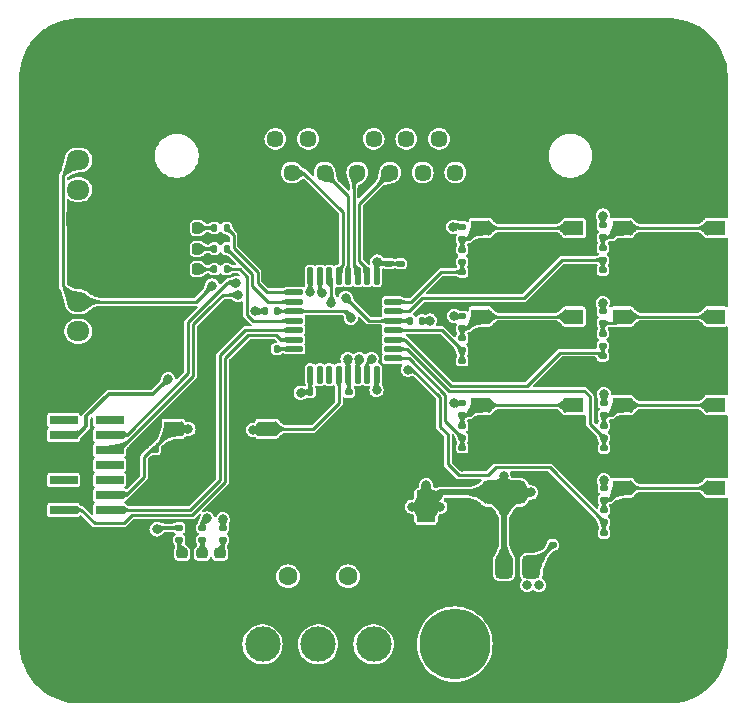
<source format=gbr>
%TF.GenerationSoftware,KiCad,Pcbnew,8.0.0-8.0.0-1~ubuntu22.04.1*%
%TF.CreationDate,2024-03-31T18:51:45+02:00*%
%TF.ProjectId,ProjetCorps,50726f6a-6574-4436-9f72-70732e6b6963,rev?*%
%TF.SameCoordinates,Original*%
%TF.FileFunction,Copper,L1,Top*%
%TF.FilePolarity,Positive*%
%FSLAX46Y46*%
G04 Gerber Fmt 4.6, Leading zero omitted, Abs format (unit mm)*
G04 Created by KiCad (PCBNEW 8.0.0-8.0.0-1~ubuntu22.04.1) date 2024-03-31 18:51:45*
%MOMM*%
%LPD*%
G01*
G04 APERTURE LIST*
G04 Aperture macros list*
%AMRoundRect*
0 Rectangle with rounded corners*
0 $1 Rounding radius*
0 $2 $3 $4 $5 $6 $7 $8 $9 X,Y pos of 4 corners*
0 Add a 4 corners polygon primitive as box body*
4,1,4,$2,$3,$4,$5,$6,$7,$8,$9,$2,$3,0*
0 Add four circle primitives for the rounded corners*
1,1,$1+$1,$2,$3*
1,1,$1+$1,$4,$5*
1,1,$1+$1,$6,$7*
1,1,$1+$1,$8,$9*
0 Add four rect primitives between the rounded corners*
20,1,$1+$1,$2,$3,$4,$5,0*
20,1,$1+$1,$4,$5,$6,$7,0*
20,1,$1+$1,$6,$7,$8,$9,0*
20,1,$1+$1,$8,$9,$2,$3,0*%
G04 Aperture macros list end*
%TA.AperFunction,SMDPad,CuDef*%
%ADD10RoundRect,0.135000X-0.185000X0.135000X-0.185000X-0.135000X0.185000X-0.135000X0.185000X0.135000X0*%
%TD*%
%TA.AperFunction,SMDPad,CuDef*%
%ADD11R,1.550000X1.300000*%
%TD*%
%TA.AperFunction,SMDPad,CuDef*%
%ADD12RoundRect,0.375000X0.375000X-0.625000X0.375000X0.625000X-0.375000X0.625000X-0.375000X-0.625000X0*%
%TD*%
%TA.AperFunction,SMDPad,CuDef*%
%ADD13RoundRect,0.500000X1.400000X-0.500000X1.400000X0.500000X-1.400000X0.500000X-1.400000X-0.500000X0*%
%TD*%
%TA.AperFunction,SMDPad,CuDef*%
%ADD14RoundRect,0.140000X-0.170000X0.140000X-0.170000X-0.140000X0.170000X-0.140000X0.170000X0.140000X0*%
%TD*%
%TA.AperFunction,SMDPad,CuDef*%
%ADD15RoundRect,0.135000X0.135000X0.185000X-0.135000X0.185000X-0.135000X-0.185000X0.135000X-0.185000X0*%
%TD*%
%TA.AperFunction,SMDPad,CuDef*%
%ADD16RoundRect,0.218750X-0.218750X-0.256250X0.218750X-0.256250X0.218750X0.256250X-0.218750X0.256250X0*%
%TD*%
%TA.AperFunction,SMDPad,CuDef*%
%ADD17R,2.400000X0.740000*%
%TD*%
%TA.AperFunction,SMDPad,CuDef*%
%ADD18RoundRect,0.250000X-0.550000X1.137500X-0.550000X-1.137500X0.550000X-1.137500X0.550000X1.137500X0*%
%TD*%
%TA.AperFunction,ComponentPad*%
%ADD19C,0.800000*%
%TD*%
%TA.AperFunction,ComponentPad*%
%ADD20C,6.400000*%
%TD*%
%TA.AperFunction,SMDPad,CuDef*%
%ADD21RoundRect,0.140000X0.170000X-0.140000X0.170000X0.140000X-0.170000X0.140000X-0.170000X-0.140000X0*%
%TD*%
%TA.AperFunction,SMDPad,CuDef*%
%ADD22RoundRect,0.218750X0.256250X-0.218750X0.256250X0.218750X-0.256250X0.218750X-0.256250X-0.218750X0*%
%TD*%
%TA.AperFunction,ComponentPad*%
%ADD23RoundRect,0.250000X0.725000X-0.600000X0.725000X0.600000X-0.725000X0.600000X-0.725000X-0.600000X0*%
%TD*%
%TA.AperFunction,ComponentPad*%
%ADD24O,1.950000X1.700000*%
%TD*%
%TA.AperFunction,ComponentPad*%
%ADD25C,3.000000*%
%TD*%
%TA.AperFunction,ComponentPad*%
%ADD26C,1.600000*%
%TD*%
%TA.AperFunction,SMDPad,CuDef*%
%ADD27RoundRect,0.125000X0.125000X-0.625000X0.125000X0.625000X-0.125000X0.625000X-0.125000X-0.625000X0*%
%TD*%
%TA.AperFunction,SMDPad,CuDef*%
%ADD28RoundRect,0.125000X0.625000X-0.125000X0.625000X0.125000X-0.625000X0.125000X-0.625000X-0.125000X0*%
%TD*%
%TA.AperFunction,ComponentPad*%
%ADD29RoundRect,1.500000X1.500000X1.500000X-1.500000X1.500000X-1.500000X-1.500000X1.500000X-1.500000X0*%
%TD*%
%TA.AperFunction,ComponentPad*%
%ADD30C,6.000000*%
%TD*%
%TA.AperFunction,SMDPad,CuDef*%
%ADD31RoundRect,0.140000X-0.140000X-0.170000X0.140000X-0.170000X0.140000X0.170000X-0.140000X0.170000X0*%
%TD*%
%TA.AperFunction,SMDPad,CuDef*%
%ADD32RoundRect,0.135000X-0.135000X-0.185000X0.135000X-0.185000X0.135000X0.185000X-0.135000X0.185000X0*%
%TD*%
%TA.AperFunction,ComponentPad*%
%ADD33C,1.447800*%
%TD*%
%TA.AperFunction,ViaPad*%
%ADD34C,0.800000*%
%TD*%
%TA.AperFunction,Conductor*%
%ADD35C,0.300000*%
%TD*%
%TA.AperFunction,Conductor*%
%ADD36C,0.500000*%
%TD*%
%TA.AperFunction,Conductor*%
%ADD37C,0.250000*%
%TD*%
G04 APERTURE END LIST*
D10*
%TO.P,R202,1*%
%TO.N,+3.3V*%
X154500000Y-77600000D03*
%TO.P,R202,2*%
%TO.N,Net-(SW201-A)*%
X154500000Y-78620000D03*
%TD*%
D11*
%TO.P,SW601,1,A*%
%TO.N,Net-(SW601-A)*%
X144025000Y-70250000D03*
X151975000Y-70250000D03*
%TO.P,SW601,2,B*%
%TO.N,GND*%
X144025000Y-74750000D03*
X151975000Y-74750000D03*
%TD*%
%TO.P,SW401,1,A*%
%TO.N,Net-(SW401-A)*%
X156025000Y-62750000D03*
X163975000Y-62750000D03*
%TO.P,SW401,2,B*%
%TO.N,GND*%
X156025000Y-67250000D03*
X163975000Y-67250000D03*
%TD*%
D10*
%TO.P,R602,1*%
%TO.N,+3.3V*%
X142500000Y-70240000D03*
%TO.P,R602,2*%
%TO.N,Net-(SW601-A)*%
X142500000Y-71260000D03*
%TD*%
D11*
%TO.P,SW102,1,A*%
%TO.N,NRST*%
X118025000Y-79750000D03*
X125975000Y-79750000D03*
%TO.P,SW102,2,B*%
%TO.N,GND*%
X118025000Y-84250000D03*
X125975000Y-84250000D03*
%TD*%
D12*
%TO.P,U103,1,GND*%
%TO.N,GND*%
X143750000Y-91450000D03*
%TO.P,U103,2,VO*%
%TO.N,+3.3V*%
X146050000Y-91450000D03*
D13*
X146050000Y-85150000D03*
D12*
%TO.P,U103,3,VI*%
%TO.N,+5V*%
X148350000Y-91450000D03*
%TD*%
D14*
%TO.P,C101,1*%
%TO.N,+3.3V*%
X137300000Y-65770000D03*
%TO.P,C101,2*%
%TO.N,GND*%
X137300000Y-66730000D03*
%TD*%
D10*
%TO.P,R109,1*%
%TO.N,+3.3V*%
X122250000Y-88140000D03*
%TO.P,R109,2*%
%TO.N,Net-(D106-A)*%
X122250000Y-89160000D03*
%TD*%
D15*
%TO.P,R103,1*%
%TO.N,LED3*%
X122547500Y-66250000D03*
%TO.P,R103,2*%
%TO.N,Net-(D101-A)*%
X121527500Y-66250000D03*
%TD*%
D14*
%TO.P,C103,1*%
%TO.N,+3.3V*%
X136300000Y-65770000D03*
%TO.P,C103,2*%
%TO.N,GND*%
X136300000Y-66730000D03*
%TD*%
D16*
%TO.P,D102,1,K*%
%TO.N,GND*%
X118500000Y-64500000D03*
%TO.P,D102,2,A*%
%TO.N,Net-(D102-A)*%
X120075000Y-64500000D03*
%TD*%
D14*
%TO.P,C201,1*%
%TO.N,BTN_6*%
X154500000Y-81420000D03*
%TO.P,C201,2*%
%TO.N,GND*%
X154500000Y-82380000D03*
%TD*%
D17*
%TO.P,J105,1,NC*%
%TO.N,unconnected-(J105-NC-Pad1)*%
X108750000Y-79000000D03*
%TO.P,J105,2,NC*%
%TO.N,unconnected-(J105-NC-Pad2)*%
X112650000Y-79000000D03*
%TO.P,J105,3,VCC*%
%TO.N,+3.3V*%
X108750000Y-80270000D03*
%TO.P,J105,4,JTMS/SWDIO*%
%TO.N,SWDIO*%
X112650000Y-80270000D03*
%TO.P,J105,5,GND*%
%TO.N,GND*%
X108750000Y-81540000D03*
%TO.P,J105,6,JCLK/SWCLK*%
%TO.N,SWCLK*%
X112650000Y-81540000D03*
%TO.P,J105,7,GND*%
%TO.N,GND*%
X108750000Y-82810000D03*
%TO.P,J105,8,JTDO/SWO*%
%TO.N,unconnected-(J105-JTDO{slash}SWO-Pad8)*%
X112650000Y-82810000D03*
%TO.P,J105,9,JRCLK/NC*%
%TO.N,unconnected-(J105-JRCLK{slash}NC-Pad9)*%
X108750000Y-84080000D03*
%TO.P,J105,10,JTDI/NC*%
%TO.N,unconnected-(J105-JTDI{slash}NC-Pad10)*%
X112650000Y-84080000D03*
%TO.P,J105,11,GNDDetect*%
%TO.N,GND*%
X108750000Y-85350000D03*
%TO.P,J105,12,~{RST}*%
%TO.N,NRST*%
X112650000Y-85350000D03*
%TO.P,J105,13,VCP_RX*%
%TO.N,UART_DEBUG_RX*%
X108750000Y-86620000D03*
%TO.P,J105,14,VCP_TX*%
%TO.N,UART_DEBUG_TX*%
X112650000Y-86620000D03*
%TD*%
D14*
%TO.P,C104,1*%
%TO.N,+3.3V*%
X132900000Y-76670000D03*
%TO.P,C104,2*%
%TO.N,GND*%
X132900000Y-77630000D03*
%TD*%
D18*
%TO.P,C107,1*%
%TO.N,+3.3V*%
X139450000Y-86325000D03*
%TO.P,C107,2*%
%TO.N,GND*%
X139450000Y-90450000D03*
%TD*%
D11*
%TO.P,SW701,1,A*%
%TO.N,Net-(SW701-A)*%
X144025000Y-62750000D03*
X151975000Y-62750000D03*
%TO.P,SW701,2,B*%
%TO.N,GND*%
X144025000Y-67250000D03*
X151975000Y-67250000D03*
%TD*%
D19*
%TO.P,H102,1,1*%
%TO.N,GND*%
X157600000Y-50000000D03*
X158302944Y-48302944D03*
X158302944Y-51697056D03*
X160000000Y-47600000D03*
D20*
X160000000Y-50000000D03*
D19*
X160000000Y-52400000D03*
X161697056Y-48302944D03*
X161697056Y-51697056D03*
X162400000Y-50000000D03*
%TD*%
D21*
%TO.P,C106,1*%
%TO.N,+5V*%
X150150000Y-89580000D03*
%TO.P,C106,2*%
%TO.N,GND*%
X150150000Y-88620000D03*
%TD*%
D22*
%TO.P,D105,1,K*%
%TO.N,GND*%
X120480000Y-91887500D03*
%TO.P,D105,2,A*%
%TO.N,Net-(D105-A)*%
X120480000Y-90312500D03*
%TD*%
D14*
%TO.P,C401,1*%
%TO.N,BTN_2*%
X154400000Y-66320000D03*
%TO.P,C401,2*%
%TO.N,GND*%
X154400000Y-67280000D03*
%TD*%
D19*
%TO.P,H103,1,1*%
%TO.N,GND*%
X107600000Y-98000000D03*
X108302944Y-96302944D03*
X108302944Y-99697056D03*
X110000000Y-95600000D03*
D20*
X110000000Y-98000000D03*
D19*
X110000000Y-100400000D03*
X111697056Y-96302944D03*
X111697056Y-99697056D03*
X112400000Y-98000000D03*
%TD*%
D15*
%TO.P,R106,1*%
%TO.N,Net-(U101-PH3)*%
X126810000Y-73000000D03*
%TO.P,R106,2*%
%TO.N,GND*%
X125790000Y-73000000D03*
%TD*%
D16*
%TO.P,D101,1,K*%
%TO.N,GND*%
X118500000Y-66250000D03*
%TO.P,D101,2,A*%
%TO.N,Net-(D101-A)*%
X120075000Y-66250000D03*
%TD*%
D10*
%TO.P,R702,1*%
%TO.N,+3.3V*%
X142502500Y-62670000D03*
%TO.P,R702,2*%
%TO.N,Net-(SW701-A)*%
X142502500Y-63690000D03*
%TD*%
D15*
%TO.P,R105,1*%
%TO.N,LED1*%
X122547500Y-62750000D03*
%TO.P,R105,2*%
%TO.N,Net-(D103-A)*%
X121527500Y-62750000D03*
%TD*%
D10*
%TO.P,R701,1*%
%TO.N,Net-(SW701-A)*%
X142500000Y-64580000D03*
%TO.P,R701,2*%
%TO.N,BTN_1*%
X142500000Y-65600000D03*
%TD*%
D23*
%TO.P,J103,1,Pin_1*%
%TO.N,GND*%
X110000000Y-74000000D03*
D24*
%TO.P,J103,2,Pin_2*%
%TO.N,+12V*%
X110000000Y-71500000D03*
%TO.P,J103,3,Pin_3*%
%TO.N,UART_HD_XL430*%
X110000000Y-69000000D03*
%TD*%
D10*
%TO.P,R201,1*%
%TO.N,Net-(SW201-A)*%
X154500000Y-79490000D03*
%TO.P,R201,2*%
%TO.N,BTN_6*%
X154500000Y-80510000D03*
%TD*%
D19*
%TO.P,H101,1,1*%
%TO.N,GND*%
X107600000Y-50000000D03*
X108302944Y-48302944D03*
X108302944Y-51697056D03*
X110000000Y-47600000D03*
D20*
X110000000Y-50000000D03*
D19*
X110000000Y-52400000D03*
X111697056Y-48302944D03*
X111697056Y-51697056D03*
X112400000Y-50000000D03*
%TD*%
D25*
%TO.P,SW101,1,A*%
%TO.N,+12V*%
X125600000Y-98000000D03*
%TO.P,SW101,2,B*%
%TO.N,Net-(J101-Pin_2)*%
X130300000Y-98000000D03*
%TO.P,SW101,3,C*%
%TO.N,unconnected-(SW101-C-Pad3)*%
X135000000Y-98000000D03*
%TD*%
D22*
%TO.P,D104,1,K*%
%TO.N,GND*%
X118800000Y-91887500D03*
%TO.P,D104,2,A*%
%TO.N,Net-(D104-A)*%
X118800000Y-90312500D03*
%TD*%
D10*
%TO.P,R302,1*%
%TO.N,+3.3V*%
X154400000Y-69790000D03*
%TO.P,R302,2*%
%TO.N,Net-(SW301-A)*%
X154400000Y-70810000D03*
%TD*%
%TO.P,R801,1*%
%TO.N,Net-(SW801-A)*%
X154500000Y-86650000D03*
%TO.P,R801,2*%
%TO.N,BTN_7*%
X154500000Y-87670000D03*
%TD*%
%TO.P,R402,1*%
%TO.N,+3.3V*%
X154400000Y-62540000D03*
%TO.P,R402,2*%
%TO.N,Net-(SW401-A)*%
X154400000Y-63560000D03*
%TD*%
D14*
%TO.P,C501,1*%
%TO.N,BTN_5*%
X142500000Y-81360000D03*
%TO.P,C501,2*%
%TO.N,GND*%
X142500000Y-82320000D03*
%TD*%
%TO.P,C801,1*%
%TO.N,BTN_7*%
X154500000Y-88600000D03*
%TO.P,C801,2*%
%TO.N,GND*%
X154500000Y-89560000D03*
%TD*%
D26*
%TO.P,U104,1,Vin*%
%TO.N,+12V*%
X127760000Y-92250000D03*
%TO.P,U104,2,GND*%
%TO.N,GND*%
X130300000Y-92250000D03*
%TO.P,U104,3,Vout*%
%TO.N,+5V*%
X132840000Y-92250000D03*
%TD*%
D22*
%TO.P,D106,1,K*%
%TO.N,GND*%
X121980000Y-91887500D03*
%TO.P,D106,2,A*%
%TO.N,Net-(D106-A)*%
X121980000Y-90312500D03*
%TD*%
D10*
%TO.P,R108,1*%
%TO.N,+5V*%
X120500000Y-88140000D03*
%TO.P,R108,2*%
%TO.N,Net-(D105-A)*%
X120500000Y-89160000D03*
%TD*%
%TO.P,R502,1*%
%TO.N,+3.3V*%
X142510000Y-77600000D03*
%TO.P,R502,2*%
%TO.N,Net-(SW501-A)*%
X142510000Y-78620000D03*
%TD*%
%TO.P,R802,1*%
%TO.N,+3.3V*%
X154500000Y-84760000D03*
%TO.P,R802,2*%
%TO.N,Net-(SW801-A)*%
X154500000Y-85780000D03*
%TD*%
D27*
%TO.P,U101,1,VDD*%
%TO.N,+3.3V*%
X129650000Y-75175000D03*
%TO.P,U101,2,PC14*%
%TO.N,unconnected-(U101-PC14-Pad2)*%
X130450000Y-75175000D03*
%TO.P,U101,3,PC15*%
%TO.N,unconnected-(U101-PC15-Pad3)*%
X131250000Y-75175000D03*
%TO.P,U101,4,NRST*%
%TO.N,NRST*%
X132050000Y-75175000D03*
%TO.P,U101,5,VDDA*%
%TO.N,+3.3V*%
X132850000Y-75175000D03*
%TO.P,U101,6,PA0*%
%TO.N,PWM_TIM2_CH1*%
X133650000Y-75175000D03*
%TO.P,U101,7,PA1*%
%TO.N,PWM_TIM2_CH2*%
X134450000Y-75175000D03*
%TO.P,U101,8,PA2*%
%TO.N,UART_HD_XL430*%
X135250000Y-75175000D03*
D28*
%TO.P,U101,9,PA3*%
%TO.N,BTN_5*%
X136625000Y-73800000D03*
%TO.P,U101,10,PA4*%
%TO.N,BTN_6*%
X136625000Y-73000000D03*
%TO.P,U101,11,PA5*%
%TO.N,BTN_4*%
X136625000Y-72200000D03*
%TO.P,U101,12,PA6*%
%TO.N,BTN_3*%
X136625000Y-71400000D03*
%TO.P,U101,13,PA7*%
%TO.N,I2C_SCL*%
X136625000Y-70600000D03*
%TO.P,U101,14,PB0*%
%TO.N,BTN_2*%
X136625000Y-69800000D03*
%TO.P,U101,15,PB1*%
%TO.N,BTN_1*%
X136625000Y-69000000D03*
%TO.P,U101,16,VSS*%
%TO.N,GND*%
X136625000Y-68200000D03*
D27*
%TO.P,U101,17,VDD*%
%TO.N,+3.3V*%
X135250000Y-66825000D03*
%TO.P,U101,18,PA8*%
%TO.N,PWM_TIM1_CH4*%
X134450000Y-66825000D03*
%TO.P,U101,19,PA9*%
%TO.N,PWM_TIM1_CH3*%
X133650000Y-66825000D03*
%TO.P,U101,20,PA10*%
%TO.N,PWM_TIM1_CH2*%
X132850000Y-66825000D03*
%TO.P,U101,21,PA11*%
%TO.N,PWM_TIM1_CH1*%
X132050000Y-66825000D03*
%TO.P,U101,22,PA12*%
%TO.N,BTN_7*%
X131250000Y-66825000D03*
%TO.P,U101,23,PA13*%
%TO.N,SWDIO*%
X130450000Y-66825000D03*
%TO.P,U101,24,PA14*%
%TO.N,SWCLK*%
X129650000Y-66825000D03*
D28*
%TO.P,U101,25,PA15*%
%TO.N,LED1*%
X128275000Y-68200000D03*
%TO.P,U101,26,PB3*%
%TO.N,LED2*%
X128275000Y-69000000D03*
%TO.P,U101,27,PB4*%
%TO.N,I2C_SDA*%
X128275000Y-69800000D03*
%TO.P,U101,28,PB5*%
%TO.N,LED3*%
X128275000Y-70600000D03*
%TO.P,U101,29,PB6*%
%TO.N,UART_DEBUG_TX*%
X128275000Y-71400000D03*
%TO.P,U101,30,PB7*%
%TO.N,UART_DEBUG_RX*%
X128275000Y-72200000D03*
%TO.P,U101,31,PH3*%
%TO.N,Net-(U101-PH3)*%
X128275000Y-73000000D03*
%TO.P,U101,32,VSS*%
%TO.N,GND*%
X128275000Y-73800000D03*
%TD*%
D10*
%TO.P,R501,1*%
%TO.N,Net-(SW501-A)*%
X142500000Y-79490000D03*
%TO.P,R501,2*%
%TO.N,BTN_5*%
X142500000Y-80510000D03*
%TD*%
D16*
%TO.P,D103,1,K*%
%TO.N,GND*%
X118500000Y-62750000D03*
%TO.P,D103,2,A*%
%TO.N,Net-(D103-A)*%
X120075000Y-62750000D03*
%TD*%
D10*
%TO.P,R301,1*%
%TO.N,Net-(SW301-A)*%
X154400000Y-71690000D03*
%TO.P,R301,2*%
%TO.N,BTN_4*%
X154400000Y-72710000D03*
%TD*%
%TO.P,R401,1*%
%TO.N,Net-(SW401-A)*%
X154400000Y-64440000D03*
%TO.P,R401,2*%
%TO.N,BTN_2*%
X154400000Y-65460000D03*
%TD*%
%TO.P,R107,1*%
%TO.N,+12V*%
X118550000Y-88140000D03*
%TO.P,R107,2*%
%TO.N,Net-(D104-A)*%
X118550000Y-89160000D03*
%TD*%
D29*
%TO.P,J101,1,Pin_1*%
%TO.N,GND*%
X149075000Y-98000000D03*
D30*
%TO.P,J101,2,Pin_2*%
%TO.N,Net-(J101-Pin_2)*%
X141875000Y-98000000D03*
%TD*%
D11*
%TO.P,SW801,1,A*%
%TO.N,Net-(SW801-A)*%
X156025000Y-84750000D03*
X163975000Y-84750000D03*
%TO.P,SW801,2,B*%
%TO.N,GND*%
X156025000Y-89250000D03*
X163975000Y-89250000D03*
%TD*%
D14*
%TO.P,C301,1*%
%TO.N,BTN_4*%
X154400000Y-73590000D03*
%TO.P,C301,2*%
%TO.N,GND*%
X154400000Y-74550000D03*
%TD*%
D10*
%TO.P,R601,1*%
%TO.N,Net-(SW601-A)*%
X142500000Y-72100000D03*
%TO.P,R601,2*%
%TO.N,BTN_3*%
X142500000Y-73120000D03*
%TD*%
D11*
%TO.P,SW501,1,A*%
%TO.N,Net-(SW501-A)*%
X144025000Y-77750000D03*
X151975000Y-77750000D03*
%TO.P,SW501,2,B*%
%TO.N,GND*%
X144025000Y-82250000D03*
X151975000Y-82250000D03*
%TD*%
%TO.P,SW201,1,A*%
%TO.N,Net-(SW201-A)*%
X156025000Y-77750000D03*
X163975000Y-77750000D03*
%TO.P,SW201,2,B*%
%TO.N,GND*%
X156025000Y-82250000D03*
X163975000Y-82250000D03*
%TD*%
D31*
%TO.P,C102,1*%
%TO.N,+3.3V*%
X129640000Y-76650000D03*
%TO.P,C102,2*%
%TO.N,GND*%
X130600000Y-76650000D03*
%TD*%
D15*
%TO.P,R104,1*%
%TO.N,LED2*%
X122547500Y-64500000D03*
%TO.P,R104,2*%
%TO.N,Net-(D102-A)*%
X121527500Y-64500000D03*
%TD*%
D11*
%TO.P,SW301,1,A*%
%TO.N,Net-(SW301-A)*%
X156025000Y-70250000D03*
X163975000Y-70250000D03*
%TO.P,SW301,2,B*%
%TO.N,GND*%
X156025000Y-74750000D03*
X163975000Y-74750000D03*
%TD*%
D14*
%TO.P,C701,1*%
%TO.N,BTN_1*%
X142500000Y-66490000D03*
%TO.P,C701,2*%
%TO.N,GND*%
X142500000Y-67450000D03*
%TD*%
D32*
%TO.P,R102,1*%
%TO.N,+3.3V*%
X125790000Y-69800000D03*
%TO.P,R102,2*%
%TO.N,I2C_SDA*%
X126810000Y-69800000D03*
%TD*%
D19*
%TO.P,H104,1,1*%
%TO.N,GND*%
X157600000Y-98000000D03*
X158302944Y-96302944D03*
X158302944Y-99697056D03*
X160000000Y-95600000D03*
D20*
X160000000Y-98000000D03*
D19*
X160000000Y-100400000D03*
X161697056Y-96302944D03*
X161697056Y-99697056D03*
X162400000Y-98000000D03*
%TD*%
D33*
%TO.P,J104,1,Pin_1*%
%TO.N,GND*%
X125305003Y-58060007D03*
%TO.P,J104,2,Pin_2*%
%TO.N,PWM_TIM1_CH1*%
X128075002Y-58060007D03*
%TO.P,J104,3,Pin_3*%
%TO.N,PWM_TIM1_CH2*%
X130845002Y-58060007D03*
%TO.P,J104,4,Pin_4*%
%TO.N,PWM_TIM1_CH3*%
X133615002Y-58060007D03*
%TO.P,J104,5,Pin_5*%
%TO.N,PWM_TIM1_CH4*%
X136385001Y-58060007D03*
%TO.P,J104,6,Pin_6*%
%TO.N,PWM_TIM2_CH1*%
X139155001Y-58060007D03*
%TO.P,J104,7,Pin_7*%
%TO.N,PWM_TIM2_CH2*%
X141925000Y-58060007D03*
%TO.P,J104,8,Pin_8*%
%TO.N,GND*%
X144695000Y-58060007D03*
%TO.P,J104,9,Pin_9*%
%TO.N,+12V*%
X126690001Y-55220008D03*
%TO.P,J104,10,Pin_10*%
X129460001Y-55220008D03*
%TO.P,J104,11,Pin_11*%
%TO.N,GND*%
X132230000Y-55220008D03*
%TO.P,J104,12,Pin_12*%
%TO.N,I2C_SCL*%
X135000000Y-55220008D03*
%TO.P,J104,13,Pin_13*%
%TO.N,I2C_SDA*%
X137770000Y-55220008D03*
%TO.P,J104,14,Pin_14*%
%TO.N,+12V*%
X140539999Y-55220008D03*
%TO.P,J104,15,Pin_15*%
%TO.N,GND*%
X143309999Y-55220008D03*
%TD*%
D14*
%TO.P,C105,1*%
%TO.N,NRST*%
X116500000Y-81520000D03*
%TO.P,C105,2*%
%TO.N,GND*%
X116500000Y-82480000D03*
%TD*%
%TO.P,C601,1*%
%TO.N,BTN_3*%
X142500000Y-74000000D03*
%TO.P,C601,2*%
%TO.N,GND*%
X142500000Y-74960000D03*
%TD*%
D15*
%TO.P,R101,1*%
%TO.N,+3.3V*%
X139110000Y-70600000D03*
%TO.P,R101,2*%
%TO.N,I2C_SCL*%
X138090000Y-70600000D03*
%TD*%
D23*
%TO.P,J102,1,Pin_1*%
%TO.N,GND*%
X110000000Y-62000000D03*
D24*
%TO.P,J102,2,Pin_2*%
%TO.N,+12V*%
X110000000Y-59500000D03*
%TO.P,J102,3,Pin_3*%
%TO.N,UART_HD_XL430*%
X110000000Y-57000000D03*
%TD*%
D34*
%TO.N,+3.3V*%
X122225000Y-87425000D03*
X141800000Y-77600000D03*
X128825000Y-76700000D03*
X154400000Y-69100000D03*
X117600000Y-75575000D03*
X135300000Y-65600000D03*
X154400000Y-61700000D03*
X154500000Y-84100000D03*
X143750000Y-85150000D03*
X146000000Y-83750000D03*
X141800000Y-70200000D03*
X139450000Y-84550000D03*
X140650000Y-86350000D03*
X141750000Y-62650000D03*
X148350000Y-85150000D03*
X139800000Y-70600000D03*
X132800343Y-73851307D03*
X138250000Y-86350000D03*
X154500000Y-76800000D03*
X125000000Y-69800000D03*
%TO.N,GND*%
X111000000Y-92000000D03*
X126000000Y-77000000D03*
X140000000Y-62000000D03*
X116000000Y-72000000D03*
X146000000Y-72000000D03*
X146000000Y-67000000D03*
X126000000Y-82000000D03*
X131000000Y-87000000D03*
X117700000Y-66300000D03*
X136000000Y-92000000D03*
X151000000Y-47000000D03*
X136000000Y-82000000D03*
X156000000Y-57000000D03*
X106000000Y-57000000D03*
X131000000Y-47000000D03*
X156000000Y-102000000D03*
X116000000Y-52000000D03*
X136000000Y-102000000D03*
X106000000Y-67000000D03*
X156000000Y-92000000D03*
X121075000Y-83725000D03*
X161000000Y-82000000D03*
X121000000Y-47000000D03*
X136500000Y-77000000D03*
X146000000Y-52000000D03*
X161000000Y-102000000D03*
X106000000Y-72000000D03*
X156000000Y-47000000D03*
X126000000Y-102000000D03*
X136000000Y-52000000D03*
X120500000Y-92975000D03*
X126000000Y-62000000D03*
X143000000Y-90000000D03*
X156000000Y-72000000D03*
X141000000Y-47000000D03*
X111000000Y-77000000D03*
X151000000Y-92000000D03*
X118675000Y-93000000D03*
X131000000Y-52000000D03*
X117300000Y-82475000D03*
X146000000Y-57000000D03*
X143500000Y-80050000D03*
X121000000Y-102000000D03*
X118600000Y-69950000D03*
X121000000Y-52000000D03*
X151000000Y-87000000D03*
X121000000Y-57000000D03*
X106000000Y-62000000D03*
X126000000Y-52000000D03*
X131000000Y-62000000D03*
X161000000Y-76500000D03*
X136000000Y-47000000D03*
X106000000Y-77000000D03*
X116000000Y-67000000D03*
X111000000Y-67000000D03*
X161000000Y-57000000D03*
X161000000Y-62000000D03*
X151000000Y-72000000D03*
X146000000Y-82000000D03*
X121950000Y-93000000D03*
X161000000Y-87000000D03*
X146000000Y-47000000D03*
X154400000Y-75350000D03*
X154500000Y-83050000D03*
X136000000Y-87000000D03*
X121000000Y-77000000D03*
X153300000Y-85250000D03*
X156000000Y-52000000D03*
X106000000Y-87000000D03*
X113800000Y-75875000D03*
X151000000Y-52000000D03*
X123250000Y-69750000D03*
X116000000Y-92000000D03*
X106000000Y-97000000D03*
X142500000Y-82950000D03*
X116000000Y-57000000D03*
X141000000Y-92000000D03*
X138000000Y-67500000D03*
X144000000Y-90000000D03*
X111000000Y-102000000D03*
X131000000Y-102000000D03*
X117700000Y-62700000D03*
X131000000Y-82000000D03*
X116000000Y-62000000D03*
X141000000Y-102000000D03*
X116000000Y-47000000D03*
X131000000Y-72000000D03*
X126000000Y-87000000D03*
X106000000Y-92000000D03*
X126000000Y-57000000D03*
X126000000Y-92000000D03*
X161000000Y-72000000D03*
X106000000Y-52000000D03*
X136000000Y-62000000D03*
X116000000Y-102000000D03*
X161000000Y-67000000D03*
X146000000Y-102000000D03*
X126000000Y-47000000D03*
X156000000Y-87000000D03*
X152175000Y-79225000D03*
X115050000Y-85750000D03*
X118125000Y-74275000D03*
X121000000Y-82000000D03*
X161000000Y-92000000D03*
X154400000Y-68050000D03*
X146000000Y-62000000D03*
X114575000Y-83600000D03*
X121000000Y-72000000D03*
X151000000Y-102000000D03*
X141000000Y-52000000D03*
X121000000Y-97000000D03*
X106000000Y-82000000D03*
X116000000Y-97000000D03*
X117700000Y-64500000D03*
X141750000Y-67450000D03*
X141800000Y-74950000D03*
%TO.N,NRST*%
X124775000Y-79850000D03*
X119325000Y-79800000D03*
%TO.N,+5V*%
X148000000Y-93000000D03*
X148400000Y-91500000D03*
X120900000Y-87350000D03*
X149000000Y-93000000D03*
%TO.N,BTN_7*%
X131425000Y-69075000D03*
X137903365Y-74751463D03*
%TO.N,+12V*%
X116625000Y-88275000D03*
%TO.N,UART_HD_XL430*%
X121325000Y-67625000D03*
X135250000Y-76475000D03*
%TO.N,PWM_TIM2_CH2*%
X134825000Y-73825000D03*
%TO.N,I2C_SCL*%
X132625000Y-68700000D03*
%TO.N,PWM_TIM2_CH1*%
X133800000Y-73825000D03*
%TO.N,I2C_SDA*%
X133075000Y-70350153D03*
%TO.N,SWDIO*%
X130622180Y-68266727D03*
X123371114Y-67441128D03*
%TO.N,SWCLK*%
X123550000Y-68425000D03*
X129624999Y-68191651D03*
%TD*%
D35*
%TO.N,+3.3V*%
X139475000Y-86350000D02*
X139450000Y-86325000D01*
X122250000Y-88140000D02*
X122250000Y-87450000D01*
X146000000Y-83750000D02*
X146000000Y-85100000D01*
X140650000Y-86350000D02*
X139475000Y-86350000D01*
X154500000Y-77600000D02*
X154500000Y-76800000D01*
X142500000Y-70240000D02*
X141840000Y-70240000D01*
X132900000Y-75225000D02*
X132850000Y-75175000D01*
X135555001Y-65770000D02*
X136300000Y-65770000D01*
X154400000Y-69790000D02*
X154400000Y-69100000D01*
X112555000Y-76825000D02*
X110675000Y-78705000D01*
X129640000Y-76650000D02*
X129640000Y-75185000D01*
X128875000Y-76650000D02*
X128825000Y-76700000D01*
X116350000Y-76825000D02*
X112555000Y-76825000D01*
X141800000Y-77600000D02*
X142510000Y-77600000D01*
X154500000Y-84760000D02*
X154500000Y-84100000D01*
X146000000Y-85100000D02*
X146050000Y-85150000D01*
D36*
X139450000Y-86325000D02*
X140625000Y-85150000D01*
D35*
X142482500Y-62650000D02*
X142502500Y-62670000D01*
D36*
X140625000Y-85150000D02*
X143750000Y-85150000D01*
D35*
X141750000Y-62650000D02*
X142482500Y-62650000D01*
D36*
X139450000Y-86325000D02*
X139450000Y-84550000D01*
D35*
X138250000Y-86350000D02*
X139425000Y-86350000D01*
D36*
X146050000Y-85150000D02*
X146050000Y-91450000D01*
D35*
X125000000Y-69800000D02*
X125790000Y-69800000D01*
X109955000Y-80270000D02*
X108750000Y-80270000D01*
X148350000Y-85150000D02*
X146050000Y-85150000D01*
X129640000Y-76650000D02*
X128875000Y-76650000D01*
X132900000Y-76670000D02*
X132900000Y-75225000D01*
X132850000Y-75175000D02*
X132850000Y-73900964D01*
X135250000Y-66825000D02*
X135250000Y-66075001D01*
D36*
X143750000Y-85150000D02*
X146050000Y-85150000D01*
D35*
X154400000Y-62540000D02*
X154400000Y-61700000D01*
X141840000Y-70240000D02*
X141800000Y-70200000D01*
X122250000Y-87450000D02*
X122225000Y-87425000D01*
X132850000Y-73900964D02*
X132800343Y-73851307D01*
X110675000Y-78705000D02*
X110675000Y-79550000D01*
X135250000Y-66075001D02*
X135300000Y-65600000D01*
X129640000Y-75185000D02*
X129650000Y-75175000D01*
X139110000Y-70600000D02*
X139800000Y-70600000D01*
X137300000Y-65770000D02*
X136300000Y-65770000D01*
X117600000Y-75575000D02*
X116350000Y-76825000D01*
X135300000Y-65600000D02*
X135555001Y-65770000D01*
X139425000Y-86350000D02*
X139450000Y-86325000D01*
X110675000Y-79550000D02*
X109955000Y-80270000D01*
D37*
%TO.N,GND*%
X142500000Y-74960000D02*
X141810000Y-74960000D01*
X154400000Y-74550000D02*
X154400000Y-75350000D01*
X142500000Y-67450000D02*
X141750000Y-67450000D01*
X154500000Y-82380000D02*
X154500000Y-83050000D01*
X141810000Y-74960000D02*
X141800000Y-74950000D01*
X154400000Y-67280000D02*
X154400000Y-68050000D01*
X142500000Y-82320000D02*
X142500000Y-82950000D01*
%TO.N,NRST*%
X118025000Y-79750000D02*
X119275000Y-79750000D01*
X116500000Y-81520000D02*
X116190001Y-81520000D01*
X119275000Y-79750000D02*
X119325000Y-79800000D01*
X124775000Y-79850000D02*
X125875000Y-79850000D01*
X132050000Y-77575000D02*
X132050000Y-75175000D01*
X129875000Y-79750000D02*
X132050000Y-77575000D01*
X116190001Y-81520000D02*
X115550000Y-82160001D01*
X115550000Y-82160001D02*
X115550000Y-83850000D01*
X125875000Y-79850000D02*
X125975000Y-79750000D01*
X116500000Y-81275000D02*
X118025000Y-79750000D01*
X115550000Y-83850000D02*
X114050000Y-85350000D01*
X125975000Y-79750000D02*
X129875000Y-79750000D01*
X114050000Y-85350000D02*
X112650000Y-85350000D01*
X116500000Y-81520000D02*
X116500000Y-81275000D01*
D35*
%TO.N,+5V*%
X148300000Y-91500000D02*
X148350000Y-91450000D01*
X150150000Y-89580000D02*
X150150000Y-89650000D01*
X148400000Y-91500000D02*
X148300000Y-91500000D01*
X120500000Y-87750000D02*
X120900000Y-87350000D01*
X120500000Y-88140000D02*
X120500000Y-87750000D01*
X148400000Y-91400000D02*
X148400000Y-91500000D01*
X150150000Y-89650000D02*
X148400000Y-91400000D01*
D37*
%TO.N,BTN_1*%
X138200000Y-69000000D02*
X136625000Y-69000000D01*
X142500000Y-66490000D02*
X142500000Y-65600000D01*
X142500000Y-66490000D02*
X140710000Y-66490000D01*
X140710000Y-66490000D02*
X138200000Y-69000000D01*
%TO.N,BTN_2*%
X138036396Y-69800000D02*
X139136396Y-68700000D01*
X150940000Y-65460000D02*
X154400000Y-65460000D01*
X136625000Y-69800000D02*
X138036396Y-69800000D01*
X154400000Y-66320000D02*
X154400000Y-65460000D01*
X147700000Y-68700000D02*
X150940000Y-65460000D01*
X139136396Y-68700000D02*
X147700000Y-68700000D01*
%TO.N,BTN_3*%
X142500000Y-74000000D02*
X142500000Y-73120000D01*
X136625000Y-71400000D02*
X140780000Y-71400000D01*
X140780000Y-71400000D02*
X142500000Y-73120000D01*
%TO.N,BTN_4*%
X141550000Y-76100000D02*
X148000000Y-76100000D01*
X154400000Y-72710000D02*
X154400000Y-73590000D01*
X136625000Y-72200000D02*
X137650000Y-72200000D01*
X148000000Y-76100000D02*
X150800000Y-73300000D01*
X137650000Y-72200000D02*
X141550000Y-76100000D01*
X154110000Y-73300000D02*
X154400000Y-73590000D01*
X150800000Y-73300000D02*
X154110000Y-73300000D01*
%TO.N,BTN_5*%
X142500000Y-80510000D02*
X142500000Y-81360000D01*
X137977208Y-73800000D02*
X141075000Y-76897792D01*
X141075000Y-76897792D02*
X141075000Y-79085000D01*
X141075000Y-79085000D02*
X142500000Y-80510000D01*
X136625000Y-73800000D02*
X137977208Y-73800000D01*
%TO.N,BTN_6*%
X153300000Y-77000000D02*
X153300000Y-79310000D01*
X136625000Y-73000000D02*
X137813604Y-73000000D01*
X141363604Y-76550000D02*
X152850000Y-76550000D01*
X154500000Y-81420000D02*
X154500000Y-80510000D01*
X152850000Y-76550000D02*
X153300000Y-77000000D01*
X137813604Y-73000000D02*
X141363604Y-76550000D01*
X153300000Y-79310000D02*
X154500000Y-80510000D01*
%TO.N,BTN_7*%
X138292275Y-74751463D02*
X137903365Y-74751463D01*
X154500000Y-87670000D02*
X154500000Y-87624280D01*
X154500000Y-87624280D02*
X149900720Y-83025000D01*
X142199695Y-83675000D02*
X141275000Y-82750305D01*
X154500000Y-87670000D02*
X154500000Y-88600000D01*
X131250000Y-66825000D02*
X131425000Y-67000000D01*
X149900720Y-83025000D02*
X145325000Y-83025000D01*
X144675000Y-83675000D02*
X142199695Y-83675000D01*
X140625000Y-79575000D02*
X140625000Y-77084188D01*
X141275000Y-80225000D02*
X140625000Y-79575000D01*
X141275000Y-82750305D02*
X141275000Y-80225000D01*
X131425000Y-67000000D02*
X131425000Y-69075000D01*
X145325000Y-83025000D02*
X144675000Y-83675000D01*
X140625000Y-77084188D02*
X138292275Y-74751463D01*
%TO.N,Net-(D101-A)*%
X121527500Y-66250000D02*
X120075000Y-66250000D01*
%TO.N,Net-(D102-A)*%
X121527500Y-64500000D02*
X120075000Y-64500000D01*
%TO.N,Net-(D103-A)*%
X120075000Y-62750000D02*
X121527500Y-62750000D01*
%TO.N,Net-(D104-A)*%
X118550000Y-90062500D02*
X118800000Y-90312500D01*
X118550000Y-89160000D02*
X118550000Y-90062500D01*
%TO.N,Net-(D105-A)*%
X120500000Y-89160000D02*
X120500000Y-90292500D01*
X120500000Y-90292500D02*
X120480000Y-90312500D01*
%TO.N,Net-(D106-A)*%
X122250000Y-89160000D02*
X122250000Y-90042500D01*
X122250000Y-90042500D02*
X121980000Y-90312500D01*
D35*
%TO.N,+12V*%
X116760000Y-88140000D02*
X116625000Y-88275000D01*
X118550000Y-88140000D02*
X116760000Y-88140000D01*
D37*
%TO.N,UART_HD_XL430*%
X119950000Y-69000000D02*
X121325000Y-67625000D01*
X108700000Y-67700000D02*
X110000000Y-69000000D01*
X135250000Y-76475000D02*
X135250000Y-75175000D01*
X108700000Y-58300000D02*
X108700000Y-67700000D01*
X110000000Y-57000000D02*
X108700000Y-58300000D01*
X110000000Y-69000000D02*
X119950000Y-69000000D01*
%TO.N,PWM_TIM2_CH2*%
X134450000Y-74200000D02*
X134825000Y-73825000D01*
X134450000Y-75175000D02*
X134450000Y-74200000D01*
%TO.N,I2C_SCL*%
X134600000Y-70600000D02*
X136625000Y-70600000D01*
X138090000Y-70600000D02*
X136625000Y-70600000D01*
X132700000Y-68700000D02*
X134600000Y-70600000D01*
X132625000Y-68700000D02*
X132700000Y-68700000D01*
%TO.N,PWM_TIM1_CH2*%
X132850000Y-60065005D02*
X132850000Y-66825000D01*
X130845002Y-58060007D02*
X132850000Y-60065005D01*
%TO.N,PWM_TIM2_CH1*%
X133650000Y-73975000D02*
X133800000Y-73825000D01*
X133650000Y-75175000D02*
X133650000Y-73975000D01*
%TO.N,PWM_TIM1_CH4*%
X134450000Y-66825000D02*
X134450000Y-66235140D01*
X133750000Y-60695008D02*
X136385001Y-58060007D01*
X134450000Y-66235140D02*
X133750000Y-65535140D01*
X133750000Y-65535140D02*
X133750000Y-60695008D01*
%TO.N,PWM_TIM1_CH1*%
X132400000Y-61400000D02*
X129060007Y-58060007D01*
X132050000Y-66825000D02*
X132050000Y-66235140D01*
X132400000Y-65885140D02*
X132400000Y-61400000D01*
X132050000Y-66235140D02*
X132400000Y-65885140D01*
X129060007Y-58060007D02*
X128075002Y-58060007D01*
%TO.N,I2C_SDA*%
X133075000Y-70350153D02*
X132524847Y-69800000D01*
X128275000Y-69800000D02*
X126810000Y-69800000D01*
X132524847Y-69800000D02*
X128275000Y-69800000D01*
%TO.N,PWM_TIM1_CH3*%
X133650000Y-66825000D02*
X133650000Y-66235140D01*
X133300000Y-65885140D02*
X133300000Y-58375009D01*
X133300000Y-58375009D02*
X133615002Y-58060007D01*
X133650000Y-66235140D02*
X133300000Y-65885140D01*
%TO.N,UART_DEBUG_RX*%
X114555000Y-87070000D02*
X113850000Y-87775000D01*
X111400000Y-87775000D02*
X110245000Y-86620000D01*
X110245000Y-86620000D02*
X108750000Y-86620000D01*
X127125000Y-72200000D02*
X126775000Y-71850000D01*
X128275000Y-72200000D02*
X127125000Y-72200000D01*
X113850000Y-87775000D02*
X111400000Y-87775000D01*
X119641396Y-87070000D02*
X114555000Y-87070000D01*
X126775000Y-71850000D02*
X124336396Y-71850000D01*
X124336396Y-71850000D02*
X122450000Y-73736396D01*
X122450000Y-73736396D02*
X122450000Y-84261396D01*
X122450000Y-84261396D02*
X119641396Y-87070000D01*
%TO.N,SWDIO*%
X119300000Y-71575000D02*
X119300000Y-70725000D01*
X119300000Y-75070000D02*
X119300000Y-71575000D01*
X121925000Y-68100000D02*
X122583872Y-67441128D01*
X130450000Y-66825000D02*
X130450000Y-68094547D01*
X119300000Y-70725000D02*
X121925000Y-68100000D01*
X112650000Y-80270000D02*
X114100000Y-80270000D01*
X130450000Y-68094547D02*
X130622180Y-68266727D01*
X122583872Y-67441128D02*
X123371114Y-67441128D01*
X114100000Y-80270000D02*
X119300000Y-75070000D01*
%TO.N,UART_DEBUG_TX*%
X122000000Y-84075000D02*
X122000000Y-73550000D01*
X112650000Y-86620000D02*
X119455000Y-86620000D01*
X124150000Y-71400000D02*
X128275000Y-71400000D01*
X122000000Y-73550000D02*
X124150000Y-71400000D01*
X119455000Y-86620000D02*
X122000000Y-84075000D01*
%TO.N,SWCLK*%
X113466396Y-81540000D02*
X119750000Y-75256396D01*
X119750000Y-75256396D02*
X119750000Y-70911396D01*
X129624999Y-66850001D02*
X129650000Y-66825000D01*
X122236396Y-68425000D02*
X123550000Y-68425000D01*
X119750000Y-70911396D02*
X121105698Y-69555698D01*
X112650000Y-81540000D02*
X113466396Y-81540000D01*
X121105698Y-69555698D02*
X122236396Y-68425000D01*
X129624999Y-68191651D02*
X129624999Y-66850001D01*
%TO.N,LED1*%
X128275000Y-68200000D02*
X125936396Y-68200000D01*
X123142500Y-64458604D02*
X123142500Y-63345000D01*
X125936396Y-68200000D02*
X125175000Y-67438604D01*
X123142500Y-63345000D02*
X122547500Y-62750000D01*
X125175000Y-67438604D02*
X125175000Y-66491104D01*
X125175000Y-66491104D02*
X123142500Y-64458604D01*
%TO.N,LED2*%
X126100000Y-69000000D02*
X124725000Y-67625000D01*
X124725000Y-67625000D02*
X124725000Y-66677500D01*
X124725000Y-66677500D02*
X122547500Y-64500000D01*
X128275000Y-69000000D02*
X126100000Y-69000000D01*
%TO.N,LED3*%
X124774695Y-70600000D02*
X124275000Y-70100305D01*
X128275000Y-70600000D02*
X124774695Y-70600000D01*
X124275000Y-70100305D02*
X124275000Y-66875000D01*
X124275000Y-66875000D02*
X123650000Y-66250000D01*
X123650000Y-66250000D02*
X122547500Y-66250000D01*
%TO.N,Net-(U101-PH3)*%
X128275000Y-73000000D02*
X126810000Y-73000000D01*
%TO.N,Net-(SW201-A)*%
X154500000Y-78620000D02*
X155155000Y-78620000D01*
X155155000Y-78620000D02*
X156025000Y-77750000D01*
X163975000Y-77750000D02*
X156025000Y-77750000D01*
X154500000Y-79490000D02*
X154500000Y-78620000D01*
%TO.N,Net-(SW301-A)*%
X155465000Y-70810000D02*
X156025000Y-70250000D01*
X154400000Y-70810000D02*
X154400000Y-71690000D01*
X154400000Y-70810000D02*
X155465000Y-70810000D01*
X156025000Y-70250000D02*
X163975000Y-70250000D01*
%TO.N,Net-(SW401-A)*%
X154400000Y-63560000D02*
X154400000Y-64440000D01*
X156025000Y-62750000D02*
X163975000Y-62750000D01*
X155215000Y-63560000D02*
X156025000Y-62750000D01*
X154400000Y-63560000D02*
X155215000Y-63560000D01*
%TO.N,Net-(SW501-A)*%
X151975000Y-77750000D02*
X144025000Y-77750000D01*
X142510000Y-78620000D02*
X143155000Y-78620000D01*
X142510000Y-78620000D02*
X142510000Y-79480000D01*
X142510000Y-79480000D02*
X142500000Y-79490000D01*
X143155000Y-78620000D02*
X144025000Y-77750000D01*
%TO.N,Net-(SW601-A)*%
X142500000Y-72100000D02*
X142500000Y-71260000D01*
X151975000Y-70250000D02*
X144025000Y-70250000D01*
X143015000Y-71260000D02*
X144025000Y-70250000D01*
X142500000Y-71260000D02*
X143015000Y-71260000D01*
%TO.N,Net-(SW701-A)*%
X142502500Y-63690000D02*
X143085000Y-63690000D01*
X144025000Y-62750000D02*
X151975000Y-62750000D01*
X142502500Y-64577500D02*
X142500000Y-64580000D01*
X142502500Y-63690000D02*
X142502500Y-64577500D01*
X143085000Y-63690000D02*
X144025000Y-62750000D01*
%TO.N,Net-(SW801-A)*%
X154500000Y-85780000D02*
X154500000Y-86650000D01*
X154500000Y-85780000D02*
X154995000Y-85780000D01*
X154995000Y-85780000D02*
X156025000Y-84750000D01*
X156025000Y-84750000D02*
X163975000Y-84750000D01*
%TD*%
%TA.AperFunction,Conductor*%
%TO.N,Net-(SW601-A)*%
G36*
X144019942Y-70248563D02*
G01*
X144027201Y-70253807D01*
X144028192Y-70255826D01*
X144265212Y-70885657D01*
X144264919Y-70894607D01*
X144258383Y-70900728D01*
X144255352Y-70901427D01*
X144130975Y-70913060D01*
X144130952Y-70913063D01*
X143991308Y-70934000D01*
X143872978Y-70958413D01*
X143851661Y-70962812D01*
X143851659Y-70962812D01*
X143851647Y-70962815D01*
X143712022Y-70999497D01*
X143711997Y-70999504D01*
X143572378Y-71044056D01*
X143572364Y-71044061D01*
X143432732Y-71096491D01*
X143432697Y-71096505D01*
X143293073Y-71156807D01*
X143153412Y-71224999D01*
X143013759Y-71301064D01*
X142891843Y-71374344D01*
X142882987Y-71375669D01*
X142875788Y-71370343D01*
X142874116Y-71364316D01*
X142874116Y-71137888D01*
X142875461Y-71132442D01*
X142911697Y-71063544D01*
X142911704Y-71063531D01*
X142949292Y-70984187D01*
X142986881Y-70896968D01*
X143024469Y-70801874D01*
X143062058Y-70698905D01*
X143099646Y-70588061D01*
X143137234Y-70469342D01*
X143174823Y-70342748D01*
X143212411Y-70208279D01*
X143247087Y-70076962D01*
X143252512Y-70069840D01*
X143261097Y-70068567D01*
X144019942Y-70248563D01*
G37*
%TD.AperFunction*%
%TD*%
%TA.AperFunction,Conductor*%
%TO.N,+3.3V*%
G36*
X144466205Y-84192619D02*
G01*
X146034423Y-85139986D01*
X146039732Y-85147197D01*
X146038387Y-85156050D01*
X146034423Y-85160014D01*
X144466205Y-86107380D01*
X144457352Y-86108725D01*
X144452195Y-86105941D01*
X144327792Y-85990466D01*
X144327785Y-85990460D01*
X144327780Y-85990455D01*
X144196953Y-85880188D01*
X144196926Y-85880165D01*
X144066060Y-85781038D01*
X143935194Y-85693084D01*
X143935185Y-85693078D01*
X143935177Y-85693073D01*
X143804333Y-85616304D01*
X143673468Y-85550698D01*
X143673452Y-85550691D01*
X143542601Y-85496263D01*
X143542598Y-85496262D01*
X143498975Y-85481841D01*
X143411731Y-85453001D01*
X143411725Y-85452999D01*
X143411724Y-85452999D01*
X143280873Y-85420914D01*
X143280856Y-85420910D01*
X143159854Y-85401574D01*
X143152225Y-85396885D01*
X143150000Y-85390021D01*
X143150000Y-84909978D01*
X143153427Y-84901705D01*
X143159853Y-84898425D01*
X143191308Y-84893398D01*
X143280856Y-84879088D01*
X143280863Y-84879086D01*
X143280865Y-84879086D01*
X143411731Y-84846998D01*
X143542597Y-84803737D01*
X143673463Y-84749303D01*
X143804329Y-84683696D01*
X143804328Y-84683696D01*
X143804333Y-84683694D01*
X143935177Y-84606925D01*
X143935177Y-84606924D01*
X143935194Y-84606915D01*
X144066060Y-84518961D01*
X144196926Y-84419834D01*
X144327792Y-84309533D01*
X144452196Y-84194057D01*
X144460590Y-84190941D01*
X144466205Y-84192619D01*
G37*
%TD.AperFunction*%
%TD*%
%TA.AperFunction,Conductor*%
%TO.N,UART_DEBUG_TX*%
G36*
X113851931Y-86252990D02*
G01*
X113854995Y-86255329D01*
X113869306Y-86270599D01*
X113887004Y-86289482D01*
X113923980Y-86325607D01*
X113923990Y-86325616D01*
X113923999Y-86325625D01*
X113960999Y-86358446D01*
X113997999Y-86387938D01*
X114035000Y-86414102D01*
X114072000Y-86436938D01*
X114109000Y-86456446D01*
X114146000Y-86472625D01*
X114146009Y-86472628D01*
X114146011Y-86472629D01*
X114158611Y-86477005D01*
X114183000Y-86485476D01*
X114211217Y-86492739D01*
X114218374Y-86498120D01*
X114220000Y-86504070D01*
X114220000Y-86735929D01*
X114216573Y-86744202D01*
X114211217Y-86747260D01*
X114183001Y-86754522D01*
X114146011Y-86767369D01*
X114146000Y-86767374D01*
X114109000Y-86783553D01*
X114072000Y-86803061D01*
X114071995Y-86803063D01*
X114071995Y-86803064D01*
X114034996Y-86825899D01*
X113998010Y-86852053D01*
X113997990Y-86852068D01*
X113960995Y-86881556D01*
X113923993Y-86914379D01*
X113923980Y-86914391D01*
X113887004Y-86950516D01*
X113854997Y-86984668D01*
X113846839Y-86988361D01*
X113843015Y-86987848D01*
X113317337Y-86825899D01*
X112685291Y-86631180D01*
X112678395Y-86625471D01*
X112677556Y-86616555D01*
X112683266Y-86609658D01*
X112685289Y-86608820D01*
X113843017Y-86252151D01*
X113851931Y-86252990D01*
G37*
%TD.AperFunction*%
%TD*%
%TA.AperFunction,Conductor*%
%TO.N,UART_DEBUG_RX*%
G36*
X127607422Y-71961391D02*
G01*
X127859362Y-72051306D01*
X128245124Y-72188981D01*
X128251764Y-72194989D01*
X128252210Y-72203933D01*
X128246202Y-72210573D01*
X128245124Y-72211019D01*
X127607428Y-72438606D01*
X127598484Y-72438160D01*
X127597396Y-72437571D01*
X127569459Y-72420505D01*
X127536728Y-72402385D01*
X127504052Y-72386169D01*
X127503996Y-72386143D01*
X127471297Y-72371790D01*
X127438579Y-72359304D01*
X127405875Y-72348696D01*
X127373167Y-72339962D01*
X127373144Y-72339957D01*
X127340423Y-72333095D01*
X127307735Y-72328113D01*
X127307680Y-72328106D01*
X127285593Y-72326007D01*
X127277681Y-72321813D01*
X127275000Y-72314360D01*
X127275000Y-72085639D01*
X127278427Y-72077366D01*
X127285588Y-72073993D01*
X127307716Y-72071889D01*
X127340433Y-72066903D01*
X127373149Y-72060042D01*
X127405866Y-72051306D01*
X127438582Y-72040695D01*
X127471299Y-72028209D01*
X127504015Y-72013848D01*
X127504040Y-72013835D01*
X127504052Y-72013830D01*
X127536728Y-71997614D01*
X127536732Y-71997612D01*
X127569448Y-71979501D01*
X127597396Y-71962427D01*
X127606242Y-71961039D01*
X127607422Y-71961391D01*
G37*
%TD.AperFunction*%
%TD*%
%TA.AperFunction,Conductor*%
%TO.N,NRST*%
G36*
X116207720Y-81342191D02*
G01*
X116326301Y-81413870D01*
X116496189Y-81516562D01*
X116501497Y-81523775D01*
X116501649Y-81524486D01*
X116548539Y-81782912D01*
X116546644Y-81791664D01*
X116539116Y-81796513D01*
X116534639Y-81796455D01*
X116515725Y-81792512D01*
X116504515Y-81790175D01*
X116504509Y-81790174D01*
X116504504Y-81790173D01*
X116457375Y-81782672D01*
X116410282Y-81777502D01*
X116410268Y-81777501D01*
X116410267Y-81777501D01*
X116363143Y-81774651D01*
X116363130Y-81774650D01*
X116363116Y-81774650D01*
X116316037Y-81774126D01*
X116315997Y-81774127D01*
X116268910Y-81775925D01*
X116268879Y-81775927D01*
X116221785Y-81780050D01*
X116174660Y-81786501D01*
X116174621Y-81786507D01*
X116127549Y-81795272D01*
X116127500Y-81795283D01*
X116086745Y-81804884D01*
X116077906Y-81803446D01*
X116075789Y-81801769D01*
X115913920Y-81639900D01*
X115910493Y-81631627D01*
X115913920Y-81623354D01*
X115915888Y-81621772D01*
X115933121Y-81610773D01*
X115962620Y-81589619D01*
X115992119Y-81566140D01*
X116021619Y-81540336D01*
X116051118Y-81512207D01*
X116080617Y-81481753D01*
X116110117Y-81448974D01*
X116139616Y-81413870D01*
X116169115Y-81376441D01*
X116192274Y-81345232D01*
X116199955Y-81340631D01*
X116207720Y-81342191D01*
G37*
%TD.AperFunction*%
%TD*%
%TA.AperFunction,Conductor*%
%TO.N,Net-(SW201-A)*%
G36*
X154625066Y-78953427D02*
G01*
X154627794Y-78957717D01*
X154639500Y-78990048D01*
X154653985Y-79027875D01*
X154653995Y-79027900D01*
X154653999Y-79027910D01*
X154668499Y-79063603D01*
X154682999Y-79097120D01*
X154697500Y-79128463D01*
X154712000Y-79157631D01*
X154721756Y-79175792D01*
X154726504Y-79184631D01*
X154740992Y-79209428D01*
X154741000Y-79209441D01*
X154755500Y-79232084D01*
X154755506Y-79232092D01*
X154755507Y-79232094D01*
X154763924Y-79243976D01*
X154765910Y-79252708D01*
X154762122Y-79259509D01*
X154507745Y-79484160D01*
X154499275Y-79487068D01*
X154492255Y-79484160D01*
X154237877Y-79259508D01*
X154233944Y-79251463D01*
X154236074Y-79243976D01*
X154244499Y-79232084D01*
X154258999Y-79209441D01*
X154273499Y-79184623D01*
X154287999Y-79157631D01*
X154302500Y-79128463D01*
X154317000Y-79097120D01*
X154331500Y-79063603D01*
X154346000Y-79027910D01*
X154360500Y-78990042D01*
X154372206Y-78957716D01*
X154378245Y-78951104D01*
X154383207Y-78950000D01*
X154616793Y-78950000D01*
X154625066Y-78953427D01*
G37*
%TD.AperFunction*%
%TD*%
%TA.AperFunction,Conductor*%
%TO.N,NRST*%
G36*
X132060573Y-75203797D02*
G01*
X132061019Y-75204875D01*
X132288852Y-75843260D01*
X132288406Y-75852204D01*
X132288399Y-75852218D01*
X132278935Y-75872115D01*
X132267391Y-75898261D01*
X132255830Y-75926317D01*
X132244304Y-75956160D01*
X132233761Y-75985173D01*
X132232742Y-75987980D01*
X132221195Y-76021633D01*
X132221192Y-76021641D01*
X132209639Y-76057181D01*
X132198100Y-76094554D01*
X132186549Y-76133840D01*
X132177396Y-76166461D01*
X132171861Y-76173501D01*
X132166131Y-76175000D01*
X131933869Y-76175000D01*
X131925596Y-76171573D01*
X131922604Y-76166461D01*
X131913449Y-76133840D01*
X131901899Y-76094554D01*
X131890360Y-76057181D01*
X131889150Y-76053460D01*
X131878805Y-76021633D01*
X131867257Y-75987980D01*
X131855709Y-75956201D01*
X131844160Y-75926297D01*
X131832612Y-75898268D01*
X131821063Y-75872114D01*
X131811599Y-75852218D01*
X131811141Y-75843278D01*
X132038981Y-75204874D01*
X132044989Y-75198235D01*
X132053933Y-75197789D01*
X132060573Y-75203797D01*
G37*
%TD.AperFunction*%
%TD*%
%TA.AperFunction,Conductor*%
%TO.N,Net-(SW301-A)*%
G36*
X154525066Y-71153427D02*
G01*
X154527794Y-71157717D01*
X154539500Y-71190048D01*
X154553985Y-71227875D01*
X154553995Y-71227900D01*
X154553999Y-71227910D01*
X154568499Y-71263603D01*
X154582999Y-71297120D01*
X154597500Y-71328463D01*
X154612000Y-71357631D01*
X154621756Y-71375792D01*
X154626504Y-71384631D01*
X154640992Y-71409428D01*
X154641000Y-71409441D01*
X154655500Y-71432084D01*
X154655506Y-71432092D01*
X154655507Y-71432094D01*
X154663924Y-71443976D01*
X154665910Y-71452708D01*
X154662122Y-71459509D01*
X154407745Y-71684160D01*
X154399275Y-71687068D01*
X154392255Y-71684160D01*
X154137877Y-71459508D01*
X154133944Y-71451463D01*
X154136074Y-71443976D01*
X154144499Y-71432084D01*
X154158999Y-71409441D01*
X154173499Y-71384623D01*
X154187999Y-71357631D01*
X154202500Y-71328463D01*
X154217000Y-71297120D01*
X154231500Y-71263603D01*
X154246000Y-71227910D01*
X154260500Y-71190042D01*
X154272206Y-71157716D01*
X154278245Y-71151104D01*
X154283207Y-71150000D01*
X154516793Y-71150000D01*
X154525066Y-71153427D01*
G37*
%TD.AperFunction*%
%TD*%
%TA.AperFunction,Conductor*%
%TO.N,BTN_1*%
G36*
X142624977Y-65933427D02*
G01*
X142627745Y-65937829D01*
X142640491Y-65974186D01*
X142656003Y-66016102D01*
X142671514Y-66055691D01*
X142686993Y-66092876D01*
X142702488Y-66127774D01*
X142702500Y-66127800D01*
X142717999Y-66160384D01*
X142733499Y-66190644D01*
X142748999Y-66218579D01*
X142764499Y-66244189D01*
X142764504Y-66244196D01*
X142774053Y-66258541D01*
X142775785Y-66267327D01*
X142771613Y-66274169D01*
X142507299Y-66485173D01*
X142498696Y-66487656D01*
X142492701Y-66485173D01*
X142228386Y-66274169D01*
X142224058Y-66266329D01*
X142225944Y-66258544D01*
X142235500Y-66244189D01*
X142251000Y-66218579D01*
X142266500Y-66190644D01*
X142282000Y-66160384D01*
X142297500Y-66127800D01*
X142312999Y-66092890D01*
X142328499Y-66055655D01*
X142343999Y-66016095D01*
X142359499Y-65974210D01*
X142372255Y-65937829D01*
X142378226Y-65931156D01*
X142383296Y-65930000D01*
X142616704Y-65930000D01*
X142624977Y-65933427D01*
G37*
%TD.AperFunction*%
%TD*%
%TA.AperFunction,Conductor*%
%TO.N,+3.3V*%
G36*
X139651426Y-70241256D02*
G01*
X139651587Y-70241625D01*
X139799123Y-70595498D01*
X139799144Y-70604452D01*
X139799123Y-70604502D01*
X139651587Y-70958373D01*
X139645240Y-70964691D01*
X139636286Y-70964670D01*
X139635916Y-70964509D01*
X139575004Y-70936614D01*
X139574222Y-70936219D01*
X139516351Y-70904272D01*
X139515722Y-70903898D01*
X139467759Y-70873284D01*
X139467423Y-70873061D01*
X139425757Y-70844359D01*
X139425741Y-70844348D01*
X139425700Y-70844320D01*
X139386742Y-70818153D01*
X139347122Y-70795316D01*
X139339637Y-70792097D01*
X139303249Y-70776449D01*
X139303239Y-70776445D01*
X139251495Y-70762178D01*
X139251477Y-70762174D01*
X139188295Y-70753151D01*
X139188280Y-70753150D01*
X139121229Y-70750451D01*
X139113101Y-70746694D01*
X139110000Y-70738760D01*
X139110000Y-70461238D01*
X139113427Y-70452965D01*
X139121227Y-70449548D01*
X139188278Y-70446849D01*
X139188289Y-70446847D01*
X139188295Y-70446847D01*
X139226202Y-70441432D01*
X139251491Y-70437821D01*
X139303238Y-70423554D01*
X139347122Y-70404683D01*
X139386742Y-70381846D01*
X139425700Y-70355679D01*
X139467469Y-70326906D01*
X139467720Y-70326739D01*
X139515741Y-70296087D01*
X139516333Y-70295735D01*
X139574245Y-70263766D01*
X139574980Y-70263396D01*
X139635919Y-70235488D01*
X139644865Y-70235160D01*
X139651426Y-70241256D01*
G37*
%TD.AperFunction*%
%TD*%
%TA.AperFunction,Conductor*%
%TO.N,BTN_1*%
G36*
X142283213Y-66228799D02*
G01*
X142360830Y-66321888D01*
X142494752Y-66482507D01*
X142497418Y-66491056D01*
X142494752Y-66497493D01*
X142283214Y-66751199D01*
X142275284Y-66755358D01*
X142267654Y-66753384D01*
X142239781Y-66734446D01*
X142203139Y-66711874D01*
X142166496Y-66691627D01*
X142166492Y-66691625D01*
X142129865Y-66673709D01*
X142129857Y-66673706D01*
X142093222Y-66658113D01*
X142093217Y-66658111D01*
X142093212Y-66658109D01*
X142056569Y-66644837D01*
X142056566Y-66644836D01*
X142056552Y-66644831D01*
X142019952Y-66633897D01*
X142019927Y-66633890D01*
X141983283Y-66625267D01*
X141946654Y-66618973D01*
X141946643Y-66618971D01*
X141920439Y-66616131D01*
X141912583Y-66611832D01*
X141910000Y-66604499D01*
X141910000Y-66375500D01*
X141913427Y-66367227D01*
X141920437Y-66363868D01*
X141946642Y-66361028D01*
X141983284Y-66354731D01*
X142019927Y-66346109D01*
X142056569Y-66335162D01*
X142093212Y-66321891D01*
X142129854Y-66306294D01*
X142166496Y-66288372D01*
X142203139Y-66268125D01*
X142239781Y-66245553D01*
X142267653Y-66226615D01*
X142276421Y-66224800D01*
X142283213Y-66228799D01*
G37*
%TD.AperFunction*%
%TD*%
%TA.AperFunction,Conductor*%
%TO.N,SWDIO*%
G36*
X130460573Y-66853797D02*
G01*
X130461019Y-66854875D01*
X130688852Y-67493260D01*
X130688406Y-67502204D01*
X130688399Y-67502218D01*
X130678935Y-67522115D01*
X130667391Y-67548261D01*
X130655830Y-67576317D01*
X130644304Y-67606160D01*
X130632737Y-67637994D01*
X130621192Y-67671641D01*
X130609632Y-67707199D01*
X130598106Y-67744533D01*
X130586549Y-67783840D01*
X130577396Y-67816461D01*
X130571861Y-67823501D01*
X130566131Y-67825000D01*
X130333869Y-67825000D01*
X130325596Y-67821573D01*
X130322604Y-67816461D01*
X130313449Y-67783840D01*
X130301899Y-67744554D01*
X130290360Y-67707180D01*
X130287229Y-67697550D01*
X130278805Y-67671634D01*
X130267257Y-67637980D01*
X130255709Y-67606201D01*
X130244160Y-67576297D01*
X130232612Y-67548268D01*
X130221063Y-67522114D01*
X130211599Y-67502218D01*
X130211141Y-67493278D01*
X130438981Y-66854874D01*
X130444989Y-66848235D01*
X130453933Y-66847789D01*
X130460573Y-66853797D01*
G37*
%TD.AperFunction*%
%TD*%
%TA.AperFunction,Conductor*%
%TO.N,+3.3V*%
G36*
X109953739Y-79901401D02*
G01*
X109965579Y-79905841D01*
X109965694Y-79905884D01*
X109965710Y-79905890D01*
X109975261Y-79908753D01*
X109981288Y-79910560D01*
X109981402Y-79910594D01*
X109981400Y-79910594D01*
X109997107Y-79914126D01*
X110001780Y-79914825D01*
X110012810Y-79916477D01*
X110028513Y-79917651D01*
X110044216Y-79917646D01*
X110057508Y-79916643D01*
X110059906Y-79916463D01*
X110059908Y-79916462D01*
X110059918Y-79916462D01*
X110075621Y-79914100D01*
X110091324Y-79910559D01*
X110100332Y-79907852D01*
X110109239Y-79908753D01*
X110111970Y-79910784D01*
X110307217Y-80106031D01*
X110310644Y-80114304D01*
X110307217Y-80122577D01*
X110303783Y-80124956D01*
X110282246Y-80134738D01*
X110245330Y-80154808D01*
X110245319Y-80154814D01*
X110208420Y-80178172D01*
X110208387Y-80178194D01*
X110171524Y-80204824D01*
X110171502Y-80204841D01*
X110134578Y-80234816D01*
X110097670Y-80268077D01*
X110097655Y-80268091D01*
X110060747Y-80304652D01*
X110023830Y-80344520D01*
X109986918Y-80387686D01*
X109954141Y-80428945D01*
X109946312Y-80433291D01*
X109943402Y-80433260D01*
X108801781Y-80277852D01*
X108794046Y-80273341D01*
X108791766Y-80264681D01*
X108796277Y-80256946D01*
X108799905Y-80255081D01*
X109946184Y-79901178D01*
X109953739Y-79901401D01*
G37*
%TD.AperFunction*%
%TD*%
%TA.AperFunction,Conductor*%
%TO.N,+3.3V*%
G36*
X117241507Y-75426478D02*
G01*
X117332779Y-75464037D01*
X117596195Y-75572436D01*
X117602542Y-75578754D01*
X117602563Y-75578804D01*
X117748521Y-75933491D01*
X117748500Y-75942445D01*
X117742153Y-75948763D01*
X117741914Y-75948858D01*
X117666022Y-75978151D01*
X117665500Y-75978339D01*
X117591536Y-76002927D01*
X117591141Y-76003050D01*
X117527291Y-76021797D01*
X117527181Y-76021829D01*
X117470616Y-76037837D01*
X117418962Y-76054092D01*
X117369506Y-76073678D01*
X117369500Y-76073681D01*
X117319597Y-76099662D01*
X117319591Y-76099666D01*
X117266552Y-76135122D01*
X117266550Y-76135123D01*
X117207711Y-76183122D01*
X117207705Y-76183127D01*
X117148647Y-76238939D01*
X117140280Y-76242130D01*
X117132338Y-76238708D01*
X116936291Y-76042661D01*
X116932864Y-76034388D01*
X116936059Y-76026354D01*
X116991874Y-75967291D01*
X117039878Y-75908444D01*
X117075335Y-75855404D01*
X117101319Y-75805495D01*
X117120904Y-75756039D01*
X117137165Y-75704363D01*
X117153176Y-75647789D01*
X117171949Y-75583846D01*
X117172070Y-75583461D01*
X117175735Y-75572436D01*
X117196666Y-75509478D01*
X117196838Y-75508999D01*
X117226141Y-75433083D01*
X117232316Y-75426601D01*
X117241268Y-75426383D01*
X117241507Y-75426478D01*
G37*
%TD.AperFunction*%
%TD*%
%TA.AperFunction,Conductor*%
%TO.N,BTN_7*%
G36*
X131496386Y-66805830D02*
G01*
X131500522Y-66813772D01*
X131500555Y-66814261D01*
X131501410Y-66832995D01*
X131505000Y-66911707D01*
X131505000Y-66911712D01*
X131504999Y-66911712D01*
X131509207Y-67002386D01*
X131510000Y-67019466D01*
X131515000Y-67125350D01*
X131520000Y-67229359D01*
X131520000Y-67229364D01*
X131524999Y-67331487D01*
X131529998Y-67431745D01*
X131529999Y-67431745D01*
X131534998Y-67530130D01*
X131539998Y-67626638D01*
X131539999Y-67626638D01*
X131539999Y-67626644D01*
X131544999Y-67721278D01*
X131546614Y-67751230D01*
X131549335Y-67801708D01*
X131546358Y-67810154D01*
X131538282Y-67814021D01*
X131537652Y-67814038D01*
X131307047Y-67814038D01*
X131298774Y-67810611D01*
X131296706Y-67807810D01*
X131282898Y-67781717D01*
X131282887Y-67781696D01*
X131265774Y-67751230D01*
X131265771Y-67751224D01*
X131257268Y-67737019D01*
X131248661Y-67722639D01*
X131231548Y-67695922D01*
X131214436Y-67671081D01*
X131197323Y-67648115D01*
X131180210Y-67627023D01*
X131180201Y-67627013D01*
X131180193Y-67627003D01*
X131163120Y-67607832D01*
X131163063Y-67607771D01*
X131146005Y-67590487D01*
X131145998Y-67590480D01*
X131145984Y-67590466D01*
X131133590Y-67579264D01*
X131129750Y-67571174D01*
X131129883Y-67568727D01*
X131248549Y-66832994D01*
X131253250Y-66825373D01*
X131259075Y-66823204D01*
X131487845Y-66803139D01*
X131496386Y-66805830D01*
G37*
%TD.AperFunction*%
%TD*%
%TA.AperFunction,Conductor*%
%TO.N,+3.3V*%
G36*
X154858512Y-76948470D02*
G01*
X154864830Y-76954817D01*
X154864809Y-76963771D01*
X154864707Y-76964008D01*
X154831757Y-77038382D01*
X154831521Y-77038884D01*
X154796609Y-77108569D01*
X154796417Y-77108935D01*
X154764499Y-77167386D01*
X154764444Y-77167486D01*
X154745071Y-77202152D01*
X154735808Y-77218731D01*
X154735801Y-77218743D01*
X154710756Y-77266784D01*
X154689639Y-77315593D01*
X154689635Y-77315604D01*
X154672719Y-77369262D01*
X154672717Y-77369269D01*
X154660284Y-77431845D01*
X154660282Y-77431856D01*
X154652618Y-77507394D01*
X154650321Y-77588631D01*
X154646662Y-77596804D01*
X154638626Y-77600000D01*
X154361373Y-77600000D01*
X154353100Y-77596573D01*
X154349678Y-77588631D01*
X154347381Y-77507401D01*
X154339715Y-77431847D01*
X154327282Y-77369270D01*
X154310364Y-77315605D01*
X154289243Y-77266785D01*
X154264200Y-77218746D01*
X154235517Y-77167421D01*
X154203573Y-77108921D01*
X154203389Y-77108569D01*
X154168476Y-77038884D01*
X154168240Y-77038382D01*
X154135292Y-76964008D01*
X154135074Y-76955056D01*
X154141250Y-76948572D01*
X154141439Y-76948490D01*
X154495500Y-76800875D01*
X154504449Y-76800855D01*
X154858512Y-76948470D01*
G37*
%TD.AperFunction*%
%TD*%
%TA.AperFunction,Conductor*%
%TO.N,PWM_TIM2_CH1*%
G36*
X133802171Y-73824905D02*
G01*
X134157953Y-73973237D01*
X134164271Y-73979584D01*
X134164250Y-73988538D01*
X134163902Y-73989296D01*
X134124857Y-74066867D01*
X134123912Y-74068427D01*
X134075192Y-74136333D01*
X134074125Y-74137617D01*
X134022931Y-74190932D01*
X134022078Y-74191736D01*
X133970262Y-74235864D01*
X133969969Y-74236105D01*
X133919737Y-74276149D01*
X133919707Y-74276175D01*
X133873518Y-74317182D01*
X133833735Y-74364314D01*
X133802579Y-74422836D01*
X133802578Y-74422837D01*
X133782262Y-74498031D01*
X133782262Y-74498033D01*
X133775810Y-74584335D01*
X133771776Y-74592330D01*
X133764143Y-74595163D01*
X133536320Y-74595163D01*
X133528047Y-74591736D01*
X133524626Y-74583850D01*
X133524371Y-74576163D01*
X133521500Y-74489332D01*
X133512000Y-74402711D01*
X133497999Y-74330497D01*
X133491919Y-74308104D01*
X133480999Y-74267882D01*
X133462500Y-74210081D01*
X133456372Y-74190932D01*
X133444072Y-74152499D01*
X133443939Y-74152052D01*
X133427112Y-74090081D01*
X133426917Y-74089242D01*
X133422737Y-74067681D01*
X133413089Y-74017914D01*
X133412947Y-74016971D01*
X133408681Y-73978073D01*
X133403548Y-73931268D01*
X133403485Y-73930405D01*
X133401936Y-73883539D01*
X133402027Y-73881668D01*
X133406025Y-73851307D01*
X133404297Y-73838185D01*
X133406614Y-73829537D01*
X133414369Y-73825059D01*
X133415847Y-73824960D01*
X133797648Y-73824005D01*
X133802171Y-73824905D01*
G37*
%TD.AperFunction*%
%TD*%
%TA.AperFunction,Conductor*%
%TO.N,+3.3V*%
G36*
X143746282Y-84753571D02*
G01*
X143750022Y-84761708D01*
X143750030Y-84762124D01*
X143751000Y-85150000D01*
X143751000Y-85150058D01*
X143750030Y-85537875D01*
X143746582Y-85546140D01*
X143738301Y-85549546D01*
X143737885Y-85549538D01*
X143640197Y-85545819D01*
X143639173Y-85545734D01*
X143550148Y-85534470D01*
X143549058Y-85534280D01*
X143475123Y-85517707D01*
X143474171Y-85517451D01*
X143410064Y-85497284D01*
X143409517Y-85497096D01*
X143349999Y-85475000D01*
X143290240Y-85452813D01*
X143290216Y-85452804D01*
X143290203Y-85452800D01*
X143275814Y-85448273D01*
X143225357Y-85432400D01*
X143225355Y-85432399D01*
X143150394Y-85415597D01*
X143060319Y-85404201D01*
X143060311Y-85404200D01*
X142961255Y-85400428D01*
X142953118Y-85396688D01*
X142950000Y-85388736D01*
X142950000Y-84911263D01*
X142953427Y-84902990D01*
X142961253Y-84899571D01*
X143060305Y-84895800D01*
X143095597Y-84891334D01*
X143150394Y-84884402D01*
X143150397Y-84884401D01*
X143150407Y-84884400D01*
X143225356Y-84867600D01*
X143290203Y-84847200D01*
X143349999Y-84825000D01*
X143409518Y-84802902D01*
X143410051Y-84802719D01*
X143474181Y-84782545D01*
X143475113Y-84782294D01*
X143549071Y-84765716D01*
X143550134Y-84765531D01*
X143639194Y-84754263D01*
X143640178Y-84754181D01*
X143737885Y-84750461D01*
X143746282Y-84753571D01*
G37*
%TD.AperFunction*%
%TD*%
%TA.AperFunction,Conductor*%
%TO.N,BTN_6*%
G36*
X137301515Y-72761839D02*
G01*
X137302598Y-72762425D01*
X137330551Y-72779501D01*
X137330559Y-72779505D01*
X137330560Y-72779506D01*
X137363263Y-72797609D01*
X137363279Y-72797618D01*
X137395946Y-72813830D01*
X137396001Y-72813856D01*
X137414008Y-72821759D01*
X137428701Y-72828209D01*
X137461417Y-72840695D01*
X137494134Y-72851306D01*
X137526850Y-72860042D01*
X137559567Y-72866903D01*
X137592283Y-72871889D01*
X137592297Y-72871890D01*
X137592318Y-72871893D01*
X137614407Y-72873993D01*
X137622319Y-72878187D01*
X137625000Y-72885640D01*
X137625000Y-73114359D01*
X137621573Y-73122632D01*
X137614408Y-73126006D01*
X137592315Y-73128107D01*
X137592263Y-73128113D01*
X137559576Y-73133095D01*
X137526854Y-73139957D01*
X137526831Y-73139962D01*
X137494124Y-73148695D01*
X137461418Y-73159304D01*
X137428702Y-73171790D01*
X137396001Y-73186143D01*
X137395946Y-73186169D01*
X137363279Y-73202381D01*
X137363263Y-73202390D01*
X137330549Y-73220499D01*
X137302603Y-73237571D01*
X137293757Y-73238960D01*
X137292571Y-73238606D01*
X136654875Y-73011019D01*
X136648235Y-73005011D01*
X136647789Y-72996067D01*
X136653797Y-72989427D01*
X136654875Y-72988981D01*
X137292572Y-72761393D01*
X137301515Y-72761839D01*
G37*
%TD.AperFunction*%
%TD*%
%TA.AperFunction,Conductor*%
%TO.N,+3.3V*%
G36*
X133049615Y-76113427D02*
G01*
X133052531Y-76118279D01*
X133063006Y-76152545D01*
X133075994Y-76193081D01*
X133075999Y-76193095D01*
X133088999Y-76231717D01*
X133101999Y-76268390D01*
X133115000Y-76303112D01*
X133128000Y-76335884D01*
X133128011Y-76335910D01*
X133140998Y-76366705D01*
X133153999Y-76395578D01*
X133167000Y-76422502D01*
X133175554Y-76438935D01*
X133176334Y-76447856D01*
X133172475Y-76453481D01*
X132907299Y-76665173D01*
X132898696Y-76667656D01*
X132892701Y-76665173D01*
X132627523Y-76453481D01*
X132623195Y-76445641D01*
X132624443Y-76438939D01*
X132632999Y-76422502D01*
X132645999Y-76395579D01*
X132658999Y-76366707D01*
X132671999Y-76335884D01*
X132685000Y-76303112D01*
X132698000Y-76268390D01*
X132711000Y-76231717D01*
X132724000Y-76193095D01*
X132737000Y-76152522D01*
X132747469Y-76118279D01*
X132753165Y-76111370D01*
X132758658Y-76110000D01*
X133041342Y-76110000D01*
X133049615Y-76113427D01*
G37*
%TD.AperFunction*%
%TD*%
%TA.AperFunction,Conductor*%
%TO.N,Net-(U101-PH3)*%
G36*
X127056151Y-72736986D02*
G01*
X127077703Y-72754287D01*
X127107958Y-72776399D01*
X127138213Y-72796337D01*
X127168468Y-72814099D01*
X127198724Y-72829687D01*
X127198730Y-72829690D01*
X127221415Y-72839746D01*
X127228979Y-72843100D01*
X127241355Y-72847696D01*
X127259233Y-72854337D01*
X127265305Y-72856155D01*
X127289489Y-72863400D01*
X127319744Y-72870287D01*
X127340103Y-72873458D01*
X127347748Y-72878117D01*
X127350000Y-72885018D01*
X127350000Y-73114981D01*
X127346573Y-73123254D01*
X127340102Y-73126541D01*
X127319744Y-73129712D01*
X127319740Y-73129712D01*
X127319733Y-73129714D01*
X127289503Y-73136595D01*
X127289491Y-73136598D01*
X127289489Y-73136599D01*
X127285575Y-73137771D01*
X127259233Y-73145661D01*
X127228977Y-73156899D01*
X127198730Y-73170308D01*
X127168475Y-73185896D01*
X127168467Y-73185900D01*
X127138208Y-73203664D01*
X127138206Y-73203666D01*
X127107970Y-73223591D01*
X127107943Y-73223610D01*
X127077703Y-73245711D01*
X127077699Y-73245714D01*
X127056152Y-73263011D01*
X127047555Y-73265518D01*
X127040058Y-73261632D01*
X126929636Y-73136599D01*
X126815838Y-73007743D01*
X126812931Y-72999275D01*
X126815838Y-72992256D01*
X127040060Y-72738364D01*
X127048103Y-72734433D01*
X127056151Y-72736986D01*
G37*
%TD.AperFunction*%
%TD*%
%TA.AperFunction,Conductor*%
%TO.N,+3.3V*%
G36*
X135416547Y-65841150D02*
G01*
X135424415Y-65845424D01*
X135426851Y-65850797D01*
X135431860Y-65879835D01*
X135438374Y-65916094D01*
X135444888Y-65950853D01*
X135451402Y-65984112D01*
X135451412Y-65984163D01*
X135457904Y-66015815D01*
X135464425Y-66046113D01*
X135470939Y-66074873D01*
X135477458Y-66102154D01*
X135483970Y-66127904D01*
X135489537Y-66148637D01*
X135489256Y-66155605D01*
X135261216Y-66794289D01*
X135255207Y-66800928D01*
X135246263Y-66801374D01*
X135239624Y-66795365D01*
X135239113Y-66794102D01*
X135019262Y-66143870D01*
X135019549Y-66135617D01*
X135022768Y-66127904D01*
X135028763Y-66113539D01*
X135039678Y-66085887D01*
X135050593Y-66056735D01*
X135061507Y-66026083D01*
X135072422Y-65993931D01*
X135083337Y-65960278D01*
X135094251Y-65925126D01*
X135094255Y-65925111D01*
X135094271Y-65925061D01*
X135099373Y-65907924D01*
X135105166Y-65888474D01*
X135116081Y-65850322D01*
X135124362Y-65820237D01*
X135129860Y-65813174D01*
X135136866Y-65811710D01*
X135416547Y-65841150D01*
G37*
%TD.AperFunction*%
%TD*%
%TA.AperFunction,Conductor*%
%TO.N,Net-(SW601-A)*%
G36*
X151208969Y-69607515D02*
G01*
X151209115Y-69607635D01*
X151540483Y-69885198D01*
X151965292Y-70241031D01*
X151969434Y-70248970D01*
X151966748Y-70257513D01*
X151965292Y-70258969D01*
X151209143Y-70892341D01*
X151200600Y-70895027D01*
X151192661Y-70890885D01*
X151192518Y-70890711D01*
X151135004Y-70819306D01*
X151069987Y-70744853D01*
X151005000Y-70676702D01*
X151004999Y-70676701D01*
X150939999Y-70614801D01*
X150875000Y-70559168D01*
X150810000Y-70509801D01*
X150809999Y-70509800D01*
X150809996Y-70509798D01*
X150744997Y-70466699D01*
X150680011Y-70429872D01*
X150615002Y-70399301D01*
X150615000Y-70399300D01*
X150591049Y-70390346D01*
X150557603Y-70377842D01*
X150551054Y-70371735D01*
X150550000Y-70366883D01*
X150550000Y-70133116D01*
X150553427Y-70124843D01*
X150557601Y-70122158D01*
X150615000Y-70100699D01*
X150680000Y-70070132D01*
X150745000Y-70033298D01*
X150810000Y-69990198D01*
X150875000Y-69940831D01*
X150939999Y-69885198D01*
X151004999Y-69823298D01*
X151069999Y-69755132D01*
X151134999Y-69680699D01*
X151192519Y-69609287D01*
X151200377Y-69604994D01*
X151208969Y-69607515D01*
G37*
%TD.AperFunction*%
%TD*%
%TA.AperFunction,Conductor*%
%TO.N,BTN_3*%
G36*
X142624977Y-73443427D02*
G01*
X142627745Y-73447829D01*
X142640491Y-73484186D01*
X142656003Y-73526102D01*
X142671514Y-73565691D01*
X142686993Y-73602876D01*
X142702488Y-73637774D01*
X142702500Y-73637800D01*
X142717999Y-73670384D01*
X142733499Y-73700644D01*
X142748999Y-73728579D01*
X142764499Y-73754189D01*
X142764504Y-73754196D01*
X142774053Y-73768541D01*
X142775785Y-73777327D01*
X142771613Y-73784169D01*
X142507299Y-73995173D01*
X142498696Y-73997656D01*
X142492701Y-73995173D01*
X142228386Y-73784169D01*
X142224058Y-73776329D01*
X142225944Y-73768544D01*
X142235500Y-73754189D01*
X142251000Y-73728579D01*
X142266500Y-73700644D01*
X142282000Y-73670384D01*
X142297500Y-73637800D01*
X142312999Y-73602890D01*
X142328499Y-73565655D01*
X142343999Y-73526095D01*
X142359499Y-73484210D01*
X142372255Y-73447829D01*
X142378226Y-73441156D01*
X142383296Y-73440000D01*
X142616704Y-73440000D01*
X142624977Y-73443427D01*
G37*
%TD.AperFunction*%
%TD*%
%TA.AperFunction,Conductor*%
%TO.N,Net-(D101-A)*%
G36*
X120417085Y-65820750D02*
G01*
X120418109Y-65821632D01*
X120462798Y-65864843D01*
X120516932Y-65912500D01*
X120571065Y-65955468D01*
X120625199Y-65993750D01*
X120625212Y-65993759D01*
X120679316Y-66027334D01*
X120679326Y-66027339D01*
X120679332Y-66027343D01*
X120733466Y-66056249D01*
X120787599Y-66080468D01*
X120841733Y-66099999D01*
X120841740Y-66100001D01*
X120841746Y-66100003D01*
X120868306Y-66107285D01*
X120895866Y-66114843D01*
X120895869Y-66114844D01*
X120917224Y-66118850D01*
X120940458Y-66123209D01*
X120947957Y-66128102D01*
X120950000Y-66134708D01*
X120950000Y-66365291D01*
X120946573Y-66373564D01*
X120940457Y-66376790D01*
X120895869Y-66385154D01*
X120895864Y-66385156D01*
X120841747Y-66399995D01*
X120841744Y-66399995D01*
X120787598Y-66419531D01*
X120733475Y-66443745D01*
X120733463Y-66443751D01*
X120679316Y-66472664D01*
X120625212Y-66506239D01*
X120571063Y-66544532D01*
X120516937Y-66587494D01*
X120462791Y-66635162D01*
X120418109Y-66678367D01*
X120409779Y-66681654D01*
X120401565Y-66678089D01*
X120400683Y-66677065D01*
X120079438Y-66257109D01*
X120077133Y-66248455D01*
X120079438Y-66242891D01*
X120167246Y-66128102D01*
X120400683Y-65822933D01*
X120408431Y-65818445D01*
X120417085Y-65820750D01*
G37*
%TD.AperFunction*%
%TD*%
%TA.AperFunction,Conductor*%
%TO.N,UART_DEBUG_TX*%
G36*
X127607422Y-71161391D02*
G01*
X127859362Y-71251306D01*
X128245124Y-71388981D01*
X128251764Y-71394989D01*
X128252210Y-71403933D01*
X128246202Y-71410573D01*
X128245124Y-71411019D01*
X127607428Y-71638606D01*
X127598484Y-71638160D01*
X127597396Y-71637571D01*
X127569459Y-71620505D01*
X127536728Y-71602385D01*
X127504052Y-71586169D01*
X127503996Y-71586143D01*
X127471297Y-71571790D01*
X127438579Y-71559304D01*
X127405875Y-71548696D01*
X127373167Y-71539962D01*
X127373144Y-71539957D01*
X127340423Y-71533095D01*
X127307735Y-71528113D01*
X127307680Y-71528106D01*
X127285593Y-71526007D01*
X127277681Y-71521813D01*
X127275000Y-71514360D01*
X127275000Y-71285639D01*
X127278427Y-71277366D01*
X127285588Y-71273993D01*
X127307716Y-71271889D01*
X127340433Y-71266903D01*
X127373149Y-71260042D01*
X127405866Y-71251306D01*
X127438582Y-71240695D01*
X127471299Y-71228209D01*
X127504015Y-71213848D01*
X127504040Y-71213835D01*
X127504052Y-71213830D01*
X127536728Y-71197614D01*
X127536732Y-71197612D01*
X127569448Y-71179501D01*
X127597396Y-71162427D01*
X127606242Y-71161039D01*
X127607422Y-71161391D01*
G37*
%TD.AperFunction*%
%TD*%
%TA.AperFunction,Conductor*%
%TO.N,PWM_TIM2_CH1*%
G36*
X133774404Y-74178427D02*
G01*
X133777396Y-74183539D01*
X133786549Y-74216159D01*
X133798100Y-74255445D01*
X133809639Y-74292818D01*
X133809645Y-74292837D01*
X133821193Y-74328366D01*
X133832742Y-74362020D01*
X133832760Y-74362071D01*
X133844289Y-74393796D01*
X133855830Y-74423681D01*
X133867391Y-74451739D01*
X133878935Y-74477884D01*
X133888399Y-74497781D01*
X133888858Y-74506724D01*
X133888852Y-74506739D01*
X133661019Y-75145124D01*
X133655011Y-75151764D01*
X133646067Y-75152210D01*
X133639427Y-75146202D01*
X133638981Y-75145124D01*
X133411147Y-74506738D01*
X133411592Y-74497796D01*
X133421063Y-74477886D01*
X133432612Y-74451732D01*
X133444160Y-74423703D01*
X133455709Y-74393798D01*
X133467257Y-74362020D01*
X133478806Y-74328366D01*
X133490354Y-74292837D01*
X133501903Y-74255433D01*
X133513451Y-74216154D01*
X133522604Y-74183539D01*
X133528139Y-74176499D01*
X133533869Y-74175000D01*
X133766131Y-74175000D01*
X133774404Y-74178427D01*
G37*
%TD.AperFunction*%
%TD*%
%TA.AperFunction,Conductor*%
%TO.N,+3.3V*%
G36*
X148201427Y-84791250D02*
G01*
X148201529Y-84791487D01*
X148349123Y-85145498D01*
X148349144Y-85154452D01*
X148349123Y-85154502D01*
X148201529Y-85508512D01*
X148195182Y-85514830D01*
X148186228Y-85514809D01*
X148185991Y-85514707D01*
X148111616Y-85481757D01*
X148111114Y-85481521D01*
X148041428Y-85446609D01*
X148041062Y-85446417D01*
X147982611Y-85414499D01*
X147982511Y-85414443D01*
X147931281Y-85385815D01*
X147931275Y-85385812D01*
X147931252Y-85385799D01*
X147883213Y-85360756D01*
X147834405Y-85339639D01*
X147834394Y-85339635D01*
X147780736Y-85322719D01*
X147780729Y-85322717D01*
X147718153Y-85310284D01*
X147718142Y-85310282D01*
X147642603Y-85302618D01*
X147561369Y-85300321D01*
X147553196Y-85296662D01*
X147550000Y-85288626D01*
X147550000Y-85011373D01*
X147553427Y-85003100D01*
X147561367Y-84999678D01*
X147642597Y-84997381D01*
X147718152Y-84989715D01*
X147780729Y-84977282D01*
X147834394Y-84960364D01*
X147883213Y-84939243D01*
X147931252Y-84914200D01*
X147982577Y-84885517D01*
X148041101Y-84853560D01*
X148041393Y-84853407D01*
X148111137Y-84818464D01*
X148111589Y-84818252D01*
X148185992Y-84785291D01*
X148194943Y-84785074D01*
X148201427Y-84791250D01*
G37*
%TD.AperFunction*%
%TD*%
%TA.AperFunction,Conductor*%
%TO.N,+3.3V*%
G36*
X140501427Y-85991250D02*
G01*
X140501529Y-85991487D01*
X140649123Y-86345498D01*
X140649144Y-86354452D01*
X140649123Y-86354502D01*
X140501529Y-86708512D01*
X140495182Y-86714830D01*
X140486228Y-86714809D01*
X140485991Y-86714707D01*
X140411616Y-86681757D01*
X140411114Y-86681521D01*
X140341428Y-86646609D01*
X140341062Y-86646417D01*
X140282611Y-86614499D01*
X140282511Y-86614443D01*
X140231281Y-86585815D01*
X140231275Y-86585812D01*
X140231252Y-86585799D01*
X140183213Y-86560756D01*
X140134405Y-86539639D01*
X140134394Y-86539635D01*
X140080736Y-86522719D01*
X140080729Y-86522717D01*
X140018153Y-86510284D01*
X140018142Y-86510282D01*
X139942603Y-86502618D01*
X139861369Y-86500321D01*
X139853196Y-86496662D01*
X139850000Y-86488626D01*
X139850000Y-86211373D01*
X139853427Y-86203100D01*
X139861367Y-86199678D01*
X139942597Y-86197381D01*
X140018152Y-86189715D01*
X140080729Y-86177282D01*
X140134394Y-86160364D01*
X140183213Y-86139243D01*
X140231252Y-86114200D01*
X140282577Y-86085517D01*
X140341101Y-86053560D01*
X140341393Y-86053407D01*
X140411137Y-86018464D01*
X140411589Y-86018252D01*
X140485992Y-85985291D01*
X140494943Y-85985074D01*
X140501427Y-85991250D01*
G37*
%TD.AperFunction*%
%TD*%
%TA.AperFunction,Conductor*%
%TO.N,+3.3V*%
G36*
X138658621Y-85551003D02*
G01*
X138662131Y-85553366D01*
X139442625Y-86316808D01*
X139446143Y-86325043D01*
X139442808Y-86333353D01*
X139442798Y-86333364D01*
X138662038Y-87129570D01*
X138653799Y-87133077D01*
X138645492Y-87129732D01*
X138642998Y-87126143D01*
X138609988Y-87052110D01*
X138570007Y-86968113D01*
X138530002Y-86889739D01*
X138490001Y-86817044D01*
X138449998Y-86750019D01*
X138410008Y-86688687D01*
X138410009Y-86688687D01*
X138370000Y-86632999D01*
X138369999Y-86632997D01*
X138329999Y-86582992D01*
X138289999Y-86538660D01*
X138289994Y-86538655D01*
X138253569Y-86503449D01*
X138250002Y-86495235D01*
X138250000Y-86495036D01*
X138250000Y-86204859D01*
X138253427Y-86196586D01*
X138253443Y-86196570D01*
X138289999Y-86160153D01*
X138329999Y-86114527D01*
X138369999Y-86063124D01*
X138409999Y-86005941D01*
X138450000Y-85942981D01*
X138490000Y-85874241D01*
X138530000Y-85799724D01*
X138570000Y-85719427D01*
X138610000Y-85633353D01*
X138643225Y-85557056D01*
X138649668Y-85550842D01*
X138658621Y-85551003D01*
G37*
%TD.AperFunction*%
%TD*%
%TA.AperFunction,Conductor*%
%TO.N,Net-(SW801-A)*%
G36*
X163208969Y-84107515D02*
G01*
X163209115Y-84107635D01*
X163540483Y-84385198D01*
X163965292Y-84741031D01*
X163969434Y-84748970D01*
X163966748Y-84757513D01*
X163965292Y-84758969D01*
X163209143Y-85392341D01*
X163200600Y-85395027D01*
X163192661Y-85390885D01*
X163192518Y-85390711D01*
X163135004Y-85319306D01*
X163069987Y-85244853D01*
X163005000Y-85176702D01*
X163004999Y-85176701D01*
X162939999Y-85114801D01*
X162875000Y-85059168D01*
X162810000Y-85009801D01*
X162809999Y-85009800D01*
X162809996Y-85009798D01*
X162744997Y-84966699D01*
X162680011Y-84929872D01*
X162615002Y-84899301D01*
X162615000Y-84899300D01*
X162591049Y-84890346D01*
X162557603Y-84877842D01*
X162551054Y-84871735D01*
X162550000Y-84866883D01*
X162550000Y-84633116D01*
X162553427Y-84624843D01*
X162557601Y-84622158D01*
X162615000Y-84600699D01*
X162680000Y-84570132D01*
X162745000Y-84533298D01*
X162810000Y-84490198D01*
X162875000Y-84440831D01*
X162939999Y-84385198D01*
X163004999Y-84323298D01*
X163069999Y-84255132D01*
X163134999Y-84180699D01*
X163192519Y-84109287D01*
X163200377Y-84104994D01*
X163208969Y-84107515D01*
G37*
%TD.AperFunction*%
%TD*%
%TA.AperFunction,Conductor*%
%TO.N,Net-(SW201-A)*%
G36*
X154507743Y-78625838D02*
G01*
X154708977Y-78803556D01*
X154762121Y-78850489D01*
X154766054Y-78858534D01*
X154763924Y-78866022D01*
X154755497Y-78877917D01*
X154740992Y-78900569D01*
X154726504Y-78925366D01*
X154711998Y-78952370D01*
X154697506Y-78981521D01*
X154682985Y-79012909D01*
X154668514Y-79046360D01*
X154653985Y-79082123D01*
X154639500Y-79119950D01*
X154627794Y-79152283D01*
X154621755Y-79158896D01*
X154616793Y-79160000D01*
X154383207Y-79160000D01*
X154374934Y-79156573D01*
X154372206Y-79152284D01*
X154360491Y-79119933D01*
X154346013Y-79082123D01*
X154346000Y-79082089D01*
X154331500Y-79046396D01*
X154324899Y-79031138D01*
X154317007Y-79012893D01*
X154302506Y-78981549D01*
X154302500Y-78981536D01*
X154287999Y-78952368D01*
X154273499Y-78925375D01*
X154258999Y-78900557D01*
X154244499Y-78877914D01*
X154236074Y-78866021D01*
X154234089Y-78857292D01*
X154237876Y-78850491D01*
X154492256Y-78625838D01*
X154500725Y-78622931D01*
X154507743Y-78625838D01*
G37*
%TD.AperFunction*%
%TD*%
%TA.AperFunction,Conductor*%
%TO.N,+3.3V*%
G36*
X154649674Y-77063427D02*
G01*
X154652567Y-77068206D01*
X154662006Y-77098375D01*
X154674001Y-77134915D01*
X154685988Y-77169632D01*
X154697998Y-77202618D01*
X154710004Y-77233787D01*
X154721993Y-77263115D01*
X154734011Y-77290711D01*
X154745993Y-77316426D01*
X154746000Y-77316441D01*
X154757993Y-77340382D01*
X154758000Y-77340396D01*
X154765568Y-77354369D01*
X154766495Y-77363275D01*
X154763025Y-77368711D01*
X154507745Y-77594160D01*
X154499275Y-77597068D01*
X154492255Y-77594160D01*
X154236974Y-77368711D01*
X154233041Y-77360666D01*
X154234429Y-77354372D01*
X154242000Y-77340396D01*
X154254000Y-77316441D01*
X154266000Y-77290686D01*
X154277999Y-77263131D01*
X154290000Y-77233776D01*
X154302000Y-77202620D01*
X154314000Y-77169665D01*
X154326000Y-77134910D01*
X154338000Y-77098355D01*
X154347433Y-77068206D01*
X154353174Y-77061334D01*
X154358599Y-77060000D01*
X154641401Y-77060000D01*
X154649674Y-77063427D01*
G37*
%TD.AperFunction*%
%TD*%
%TA.AperFunction,Conductor*%
%TO.N,+3.3V*%
G36*
X136082671Y-65508149D02*
G01*
X136173296Y-65616840D01*
X136294752Y-65762507D01*
X136297418Y-65771056D01*
X136294752Y-65777493D01*
X136082672Y-66031848D01*
X136074742Y-66036007D01*
X136067929Y-66034541D01*
X136039776Y-66018629D01*
X136003125Y-65999867D01*
X135966497Y-65983065D01*
X135966492Y-65983062D01*
X135929881Y-65968216D01*
X135929854Y-65968205D01*
X135929841Y-65968200D01*
X135929822Y-65968193D01*
X135893213Y-65955296D01*
X135856587Y-65944342D01*
X135856579Y-65944340D01*
X135856569Y-65944337D01*
X135819927Y-65935327D01*
X135819914Y-65935324D01*
X135819912Y-65935324D01*
X135783280Y-65928267D01*
X135783271Y-65928266D01*
X135746636Y-65923158D01*
X135746628Y-65923157D01*
X135720695Y-65920921D01*
X135712747Y-65916796D01*
X135710000Y-65909264D01*
X135710000Y-65630734D01*
X135713427Y-65622461D01*
X135720693Y-65619077D01*
X135746642Y-65616840D01*
X135783284Y-65611731D01*
X135819927Y-65604672D01*
X135856569Y-65595662D01*
X135893212Y-65584703D01*
X135929854Y-65571794D01*
X135956806Y-65560863D01*
X135966492Y-65556936D01*
X135966493Y-65556934D01*
X135966496Y-65556934D01*
X136003139Y-65540125D01*
X136039781Y-65521366D01*
X136067931Y-65505456D01*
X136076818Y-65504370D01*
X136082671Y-65508149D01*
G37*
%TD.AperFunction*%
%TD*%
%TA.AperFunction,Conductor*%
%TO.N,Net-(D104-A)*%
G36*
X118557743Y-89165838D02*
G01*
X118758977Y-89343556D01*
X118812121Y-89390489D01*
X118816054Y-89398534D01*
X118813924Y-89406022D01*
X118805497Y-89417917D01*
X118790992Y-89440569D01*
X118776504Y-89465366D01*
X118761998Y-89492370D01*
X118747506Y-89521521D01*
X118732985Y-89552909D01*
X118718514Y-89586360D01*
X118703985Y-89622123D01*
X118689500Y-89659950D01*
X118677794Y-89692283D01*
X118671755Y-89698896D01*
X118666793Y-89700000D01*
X118433207Y-89700000D01*
X118424934Y-89696573D01*
X118422206Y-89692284D01*
X118410491Y-89659933D01*
X118396013Y-89622123D01*
X118396000Y-89622089D01*
X118381500Y-89586396D01*
X118374899Y-89571138D01*
X118367007Y-89552893D01*
X118352506Y-89521549D01*
X118352500Y-89521536D01*
X118337999Y-89492368D01*
X118323499Y-89465375D01*
X118308999Y-89440557D01*
X118294499Y-89417914D01*
X118286074Y-89406021D01*
X118284089Y-89397292D01*
X118287876Y-89390491D01*
X118542256Y-89165838D01*
X118550725Y-89162931D01*
X118557743Y-89165838D01*
G37*
%TD.AperFunction*%
%TD*%
%TA.AperFunction,Conductor*%
%TO.N,GND*%
G36*
X142027959Y-74615624D02*
G01*
X142088006Y-74651245D01*
X142137094Y-74686334D01*
X142179107Y-74719915D01*
X142217926Y-74751009D01*
X142257434Y-74778640D01*
X142301513Y-74801832D01*
X142354045Y-74819607D01*
X142418913Y-74830989D01*
X142500000Y-74835000D01*
X142500000Y-75085000D01*
X142419803Y-75088493D01*
X142355250Y-75098462D01*
X142302600Y-75114142D01*
X142258111Y-75134768D01*
X142218042Y-75159575D01*
X142178653Y-75187799D01*
X142136203Y-75218673D01*
X142086950Y-75251433D01*
X142027153Y-75285314D01*
X141953073Y-75319552D01*
X141799000Y-74950000D01*
X141953073Y-74580448D01*
X142027959Y-74615624D01*
G37*
%TD.AperFunction*%
%TD*%
%TA.AperFunction,Conductor*%
%TO.N,+12V*%
G36*
X116637021Y-87875364D02*
G01*
X116730689Y-87878208D01*
X116731457Y-87878259D01*
X116817518Y-87886915D01*
X116818392Y-87887035D01*
X116890099Y-87899771D01*
X116890865Y-87899933D01*
X116953197Y-87915423D01*
X116953658Y-87915548D01*
X117011573Y-87932500D01*
X117069720Y-87949520D01*
X117132659Y-87965160D01*
X117205181Y-87978040D01*
X117292080Y-87986780D01*
X117386803Y-87989655D01*
X117394967Y-87993332D01*
X117398147Y-88001350D01*
X117398147Y-88279041D01*
X117394720Y-88287314D01*
X117387212Y-88290716D01*
X117334378Y-88294176D01*
X117302908Y-88296237D01*
X117302907Y-88296237D01*
X117302899Y-88296238D01*
X117228194Y-88313750D01*
X117169068Y-88340754D01*
X117120621Y-88375440D01*
X117077914Y-88416024D01*
X117077908Y-88416030D01*
X117036117Y-88460606D01*
X117035942Y-88460789D01*
X116990366Y-88507340D01*
X116989650Y-88508013D01*
X116935516Y-88554730D01*
X116934383Y-88555593D01*
X116866621Y-88600977D01*
X116865265Y-88601759D01*
X116789240Y-88639071D01*
X116780303Y-88639640D01*
X116773582Y-88633723D01*
X116773286Y-88633070D01*
X116740819Y-88555196D01*
X116624905Y-88277171D01*
X116624005Y-88272648D01*
X116624969Y-87887028D01*
X116628417Y-87878766D01*
X116636698Y-87875360D01*
X116637021Y-87875364D01*
G37*
%TD.AperFunction*%
%TD*%
%TA.AperFunction,Conductor*%
%TO.N,Net-(SW401-A)*%
G36*
X156020330Y-62748039D02*
G01*
X156027029Y-62753982D01*
X156027717Y-62755748D01*
X156215447Y-63384163D01*
X156214532Y-63393071D01*
X156207586Y-63398722D01*
X156203670Y-63399198D01*
X156077291Y-63393062D01*
X156077287Y-63393062D01*
X156073681Y-63393085D01*
X155934395Y-63393999D01*
X155791495Y-63402812D01*
X155648617Y-63419499D01*
X155648613Y-63419500D01*
X155505736Y-63444059D01*
X155362822Y-63476503D01*
X155362805Y-63476507D01*
X155219972Y-63516803D01*
X155219954Y-63516809D01*
X155077041Y-63565004D01*
X154934166Y-63621060D01*
X154807753Y-63677626D01*
X154798801Y-63677877D01*
X154792294Y-63671725D01*
X154791274Y-63666946D01*
X154791274Y-63438965D01*
X154793684Y-63431852D01*
X154837146Y-63375105D01*
X154883019Y-63307336D01*
X154928891Y-63231692D01*
X154974764Y-63148173D01*
X155020637Y-63056779D01*
X155066509Y-62957510D01*
X155112382Y-62850366D01*
X155158254Y-62735347D01*
X155204127Y-62612453D01*
X155246144Y-62492674D01*
X155252116Y-62486003D01*
X155261007Y-62485490D01*
X156020330Y-62748039D01*
G37*
%TD.AperFunction*%
%TD*%
%TA.AperFunction,Conductor*%
%TO.N,PWM_TIM1_CH1*%
G36*
X132300997Y-65824225D02*
G01*
X132302593Y-65825560D01*
X132459703Y-65982670D01*
X132463130Y-65990943D01*
X132460432Y-65998416D01*
X132455821Y-66003969D01*
X132453405Y-66007497D01*
X132453394Y-66007514D01*
X132437652Y-66035778D01*
X132437090Y-66036256D01*
X132435462Y-66039665D01*
X132435143Y-66040284D01*
X132434949Y-66040633D01*
X132434932Y-66040667D01*
X132434316Y-66042062D01*
X132434182Y-66042354D01*
X132426017Y-66059520D01*
X132420009Y-66083359D01*
X132419268Y-66085443D01*
X132405741Y-66114455D01*
X132399500Y-66161861D01*
X132399500Y-66329932D01*
X132399282Y-66332180D01*
X132384737Y-66406469D01*
X132384733Y-66406492D01*
X132367786Y-66494922D01*
X132350845Y-66585183D01*
X132350846Y-66585184D01*
X132333898Y-66677365D01*
X132333895Y-66677386D01*
X132316947Y-66771441D01*
X132310914Y-66805588D01*
X132302014Y-66855967D01*
X132297200Y-66863517D01*
X132288574Y-66865473D01*
X132059135Y-66827342D01*
X132051535Y-66822605D01*
X132049353Y-66815729D01*
X132049622Y-66771461D01*
X132053804Y-66080887D01*
X132057281Y-66072636D01*
X132058585Y-66071524D01*
X132077725Y-66057504D01*
X132101611Y-66038133D01*
X132125497Y-66016886D01*
X132149383Y-65993766D01*
X132173269Y-65968770D01*
X132197154Y-65941899D01*
X132221040Y-65913153D01*
X132244926Y-65882532D01*
X132268812Y-65850036D01*
X132284712Y-65827155D01*
X132292248Y-65822318D01*
X132300997Y-65824225D01*
G37*
%TD.AperFunction*%
%TD*%
%TA.AperFunction,Conductor*%
%TO.N,+3.3V*%
G36*
X146153255Y-83752716D02*
G01*
X146236491Y-83822161D01*
X146236494Y-83822163D01*
X146236501Y-83822169D01*
X146322977Y-83887172D01*
X146322983Y-83887176D01*
X146409457Y-83945032D01*
X146409465Y-83945037D01*
X146409473Y-83945042D01*
X146495964Y-83995763D01*
X146582456Y-84039337D01*
X146642582Y-84064659D01*
X146668939Y-84075760D01*
X146668943Y-84075761D01*
X146668947Y-84075763D01*
X146755438Y-84105043D01*
X146841929Y-84127175D01*
X146841935Y-84127176D01*
X146841949Y-84127179D01*
X146928402Y-84142158D01*
X146928405Y-84142158D01*
X146928420Y-84142161D01*
X146928428Y-84142161D01*
X146928437Y-84142163D01*
X146967923Y-84145741D01*
X146990608Y-84147797D01*
X146998538Y-84151956D01*
X147001204Y-84160505D01*
X146997976Y-84167569D01*
X146058127Y-85142568D01*
X146049918Y-85146146D01*
X146041586Y-85142873D01*
X145031829Y-84167569D01*
X145031705Y-84167449D01*
X145028135Y-84159237D01*
X145031418Y-84150906D01*
X145038618Y-84147398D01*
X145097275Y-84141289D01*
X145172614Y-84127179D01*
X145180912Y-84125625D01*
X145180912Y-84125624D01*
X145264547Y-84103008D01*
X145348183Y-84073437D01*
X145431819Y-84036914D01*
X145515455Y-83993437D01*
X145599091Y-83943008D01*
X145682727Y-83885625D01*
X145766363Y-83821289D01*
X145846720Y-83752796D01*
X145854310Y-83750000D01*
X146145760Y-83750000D01*
X146153255Y-83752716D01*
G37*
%TD.AperFunction*%
%TD*%
%TA.AperFunction,Conductor*%
%TO.N,Net-(SW201-A)*%
G36*
X154744992Y-78365759D02*
G01*
X154771995Y-78383535D01*
X154807329Y-78404620D01*
X154842663Y-78423530D01*
X154842676Y-78423536D01*
X154842687Y-78423542D01*
X154858993Y-78431264D01*
X154877997Y-78440265D01*
X154913331Y-78454825D01*
X154948664Y-78467210D01*
X154973871Y-78474493D01*
X154983987Y-78477417D01*
X154983989Y-78477417D01*
X154983998Y-78477420D01*
X155019332Y-78485455D01*
X155054666Y-78491315D01*
X155079513Y-78493906D01*
X155087386Y-78498172D01*
X155090000Y-78505543D01*
X155090000Y-78734456D01*
X155086573Y-78742729D01*
X155079513Y-78746093D01*
X155054670Y-78748683D01*
X155054667Y-78748683D01*
X155019344Y-78754541D01*
X154983987Y-78762581D01*
X154948669Y-78772787D01*
X154913362Y-78785162D01*
X154913335Y-78785172D01*
X154913331Y-78785174D01*
X154913329Y-78785175D01*
X154878007Y-78799729D01*
X154877988Y-78799738D01*
X154842687Y-78816456D01*
X154842663Y-78816469D01*
X154807329Y-78835379D01*
X154807321Y-78835383D01*
X154807313Y-78835388D01*
X154772005Y-78856457D01*
X154744992Y-78874239D01*
X154736197Y-78875925D01*
X154729927Y-78872364D01*
X154629469Y-78762581D01*
X154506226Y-78627897D01*
X154503170Y-78619482D01*
X154506227Y-78612102D01*
X154603735Y-78505543D01*
X154729928Y-78367634D01*
X154738042Y-78363844D01*
X154744992Y-78365759D01*
G37*
%TD.AperFunction*%
%TD*%
%TA.AperFunction,Conductor*%
%TO.N,Net-(SW401-A)*%
G36*
X154525066Y-63903427D02*
G01*
X154527794Y-63907717D01*
X154539500Y-63940048D01*
X154553985Y-63977875D01*
X154553995Y-63977900D01*
X154553999Y-63977910D01*
X154568499Y-64013603D01*
X154582999Y-64047120D01*
X154597500Y-64078463D01*
X154612000Y-64107631D01*
X154621756Y-64125792D01*
X154626504Y-64134631D01*
X154640992Y-64159428D01*
X154641000Y-64159441D01*
X154655500Y-64182084D01*
X154655506Y-64182092D01*
X154655507Y-64182094D01*
X154663924Y-64193976D01*
X154665910Y-64202708D01*
X154662122Y-64209509D01*
X154407745Y-64434160D01*
X154399275Y-64437068D01*
X154392255Y-64434160D01*
X154137877Y-64209508D01*
X154133944Y-64201463D01*
X154136074Y-64193976D01*
X154144499Y-64182084D01*
X154158999Y-64159441D01*
X154173499Y-64134623D01*
X154187999Y-64107631D01*
X154202500Y-64078463D01*
X154217000Y-64047120D01*
X154231500Y-64013603D01*
X154246000Y-63977910D01*
X154260500Y-63940042D01*
X154272206Y-63907716D01*
X154278245Y-63901104D01*
X154283207Y-63900000D01*
X154516793Y-63900000D01*
X154525066Y-63903427D01*
G37*
%TD.AperFunction*%
%TD*%
%TA.AperFunction,Conductor*%
%TO.N,I2C_SCL*%
G36*
X137301515Y-70361839D02*
G01*
X137302598Y-70362425D01*
X137330551Y-70379501D01*
X137330559Y-70379505D01*
X137330560Y-70379506D01*
X137363263Y-70397609D01*
X137363279Y-70397618D01*
X137395946Y-70413830D01*
X137396001Y-70413856D01*
X137414008Y-70421759D01*
X137428701Y-70428209D01*
X137461417Y-70440695D01*
X137494134Y-70451306D01*
X137526850Y-70460042D01*
X137559567Y-70466903D01*
X137592283Y-70471889D01*
X137592297Y-70471890D01*
X137592318Y-70471893D01*
X137614407Y-70473993D01*
X137622319Y-70478187D01*
X137625000Y-70485640D01*
X137625000Y-70714359D01*
X137621573Y-70722632D01*
X137614408Y-70726006D01*
X137592315Y-70728107D01*
X137592263Y-70728113D01*
X137559576Y-70733095D01*
X137526854Y-70739957D01*
X137526831Y-70739962D01*
X137494124Y-70748695D01*
X137461418Y-70759304D01*
X137428702Y-70771790D01*
X137396001Y-70786143D01*
X137395946Y-70786169D01*
X137363279Y-70802381D01*
X137363263Y-70802390D01*
X137330549Y-70820499D01*
X137302603Y-70837571D01*
X137293757Y-70838960D01*
X137292571Y-70838606D01*
X136654875Y-70611019D01*
X136648235Y-70605011D01*
X136647789Y-70596067D01*
X136653797Y-70589427D01*
X136654875Y-70588981D01*
X137292572Y-70361393D01*
X137301515Y-70361839D01*
G37*
%TD.AperFunction*%
%TD*%
%TA.AperFunction,Conductor*%
%TO.N,I2C_SDA*%
G36*
X127607422Y-69561391D02*
G01*
X127859362Y-69651306D01*
X128245124Y-69788981D01*
X128251764Y-69794989D01*
X128252210Y-69803933D01*
X128246202Y-69810573D01*
X128245124Y-69811019D01*
X127607428Y-70038606D01*
X127598484Y-70038160D01*
X127597396Y-70037571D01*
X127569459Y-70020505D01*
X127536728Y-70002385D01*
X127504052Y-69986169D01*
X127503996Y-69986143D01*
X127471297Y-69971790D01*
X127438579Y-69959304D01*
X127405875Y-69948696D01*
X127373167Y-69939962D01*
X127373144Y-69939957D01*
X127340423Y-69933095D01*
X127307735Y-69928113D01*
X127307680Y-69928106D01*
X127285593Y-69926007D01*
X127277681Y-69921813D01*
X127275000Y-69914360D01*
X127275000Y-69685639D01*
X127278427Y-69677366D01*
X127285588Y-69673993D01*
X127307716Y-69671889D01*
X127340433Y-69666903D01*
X127373149Y-69660042D01*
X127405866Y-69651306D01*
X127438582Y-69640695D01*
X127471299Y-69628209D01*
X127504015Y-69613848D01*
X127504040Y-69613835D01*
X127504052Y-69613830D01*
X127536728Y-69597614D01*
X127536732Y-69597612D01*
X127569448Y-69579501D01*
X127597396Y-69562427D01*
X127606242Y-69561039D01*
X127607422Y-69561391D01*
G37*
%TD.AperFunction*%
%TD*%
%TA.AperFunction,Conductor*%
%TO.N,+3.3V*%
G36*
X147808896Y-84306266D02*
G01*
X147858196Y-84396867D01*
X147896882Y-84463230D01*
X147912842Y-84490607D01*
X147967487Y-84577666D01*
X147967488Y-84577667D01*
X148022134Y-84658047D01*
X148076777Y-84731740D01*
X148131423Y-84798756D01*
X148186061Y-84859083D01*
X148186065Y-84859087D01*
X148240710Y-84912739D01*
X148295355Y-84959710D01*
X148345243Y-84996493D01*
X148349868Y-85004160D01*
X148350000Y-85005909D01*
X148350000Y-85294090D01*
X148346573Y-85302363D01*
X148345243Y-85303507D01*
X148295358Y-85340286D01*
X148240708Y-85387261D01*
X148186064Y-85440913D01*
X148186061Y-85440915D01*
X148131432Y-85501233D01*
X148076768Y-85568270D01*
X148022134Y-85641951D01*
X147967488Y-85722331D01*
X147912836Y-85809402D01*
X147858196Y-85903131D01*
X147808895Y-85993733D01*
X147801931Y-85999362D01*
X147793500Y-85998662D01*
X146646995Y-85440912D01*
X146070625Y-85160520D01*
X146064685Y-85153820D01*
X146065223Y-85144882D01*
X146070625Y-85139479D01*
X147793501Y-84301336D01*
X147802439Y-84300799D01*
X147808896Y-84306266D01*
G37*
%TD.AperFunction*%
%TD*%
%TA.AperFunction,Conductor*%
%TO.N,UART_HD_XL430*%
G36*
X120966584Y-67476509D02*
G01*
X121321195Y-67622436D01*
X121327542Y-67628754D01*
X121327563Y-67628804D01*
X121473489Y-67983414D01*
X121473468Y-67992368D01*
X121467121Y-67998686D01*
X121466806Y-67998810D01*
X121389743Y-68027939D01*
X121389047Y-68028178D01*
X121313594Y-68051394D01*
X121313015Y-68051556D01*
X121247339Y-68068125D01*
X121247064Y-68068190D01*
X121188630Y-68081438D01*
X121134760Y-68094746D01*
X121083232Y-68111394D01*
X121083215Y-68111400D01*
X121031304Y-68134798D01*
X120976488Y-68168289D01*
X120928463Y-68205672D01*
X120916145Y-68215261D01*
X120856272Y-68271085D01*
X120855966Y-68271370D01*
X120847578Y-68274505D01*
X120839714Y-68271085D01*
X120678914Y-68110285D01*
X120675487Y-68102012D01*
X120678627Y-68094036D01*
X120734737Y-68033854D01*
X120781707Y-67973512D01*
X120815204Y-67918685D01*
X120838598Y-67866784D01*
X120855256Y-67815222D01*
X120868549Y-67761410D01*
X120881812Y-67702910D01*
X120881872Y-67702659D01*
X120898446Y-67636960D01*
X120898596Y-67636425D01*
X120921827Y-67560928D01*
X120922050Y-67560277D01*
X120951189Y-67483192D01*
X120957320Y-67476666D01*
X120966270Y-67476386D01*
X120966584Y-67476509D01*
G37*
%TD.AperFunction*%
%TD*%
%TA.AperFunction,Conductor*%
%TO.N,+3.3V*%
G36*
X142271716Y-62416699D02*
G01*
X142350815Y-62503141D01*
X142496272Y-62662102D01*
X142499329Y-62670518D01*
X142496272Y-62677898D01*
X142272274Y-62922689D01*
X142264160Y-62926480D01*
X142257649Y-62924840D01*
X142230502Y-62908649D01*
X142195166Y-62889377D01*
X142193596Y-62888601D01*
X142159836Y-62871906D01*
X142149792Y-62867451D01*
X142124510Y-62856237D01*
X142089183Y-62842367D01*
X142089173Y-62842363D01*
X142089169Y-62842362D01*
X142053835Y-62830289D01*
X142044141Y-62827471D01*
X142018520Y-62820022D01*
X142018467Y-62820008D01*
X141983208Y-62811552D01*
X141983180Y-62811547D01*
X141983177Y-62811546D01*
X141983167Y-62811544D01*
X141968738Y-62808819D01*
X141947816Y-62804868D01*
X141922602Y-62801392D01*
X141914874Y-62796867D01*
X141912500Y-62789802D01*
X141912500Y-62511414D01*
X141915927Y-62503141D01*
X141923910Y-62499718D01*
X141926135Y-62499663D01*
X141947816Y-62499128D01*
X141947827Y-62499127D01*
X141947833Y-62499127D01*
X141983167Y-62496455D01*
X142018501Y-62491982D01*
X142053835Y-62485710D01*
X142089169Y-62477638D01*
X142109778Y-62471879D01*
X142124478Y-62467772D01*
X142124483Y-62467770D01*
X142124502Y-62467765D01*
X142159836Y-62456093D01*
X142195170Y-62442620D01*
X142230504Y-62427348D01*
X142257998Y-62414063D01*
X142266936Y-62413551D01*
X142271716Y-62416699D01*
G37*
%TD.AperFunction*%
%TD*%
%TA.AperFunction,Conductor*%
%TO.N,UART_HD_XL430*%
G36*
X109993907Y-56998122D02*
G01*
X110001478Y-57002902D01*
X110002972Y-57005809D01*
X110285494Y-57818329D01*
X110284974Y-57827269D01*
X110278286Y-57833223D01*
X110274591Y-57833871D01*
X110145275Y-57835504D01*
X110038421Y-57844837D01*
X109999732Y-57848217D01*
X109999730Y-57848217D01*
X109999722Y-57848218D01*
X109999720Y-57848218D01*
X109854194Y-57871802D01*
X109854178Y-57871806D01*
X109708642Y-57906267D01*
X109708638Y-57906268D01*
X109678310Y-57915715D01*
X109563088Y-57951606D01*
X109417566Y-58007809D01*
X109417545Y-58007818D01*
X109417544Y-58007819D01*
X109271997Y-58074907D01*
X109240610Y-58091719D01*
X109126466Y-58152860D01*
X109111415Y-58162047D01*
X108980903Y-58241708D01*
X108980896Y-58241712D01*
X108980889Y-58241717D01*
X108843371Y-58335929D01*
X108834609Y-58337778D01*
X108828485Y-58334550D01*
X108664255Y-58170320D01*
X108660828Y-58162047D01*
X108661830Y-58157310D01*
X108696854Y-58078321D01*
X108735129Y-57981615D01*
X108773405Y-57874526D01*
X108811680Y-57757054D01*
X108849956Y-57629199D01*
X108888231Y-57490960D01*
X108926506Y-57342338D01*
X108964782Y-57183333D01*
X109003057Y-57013944D01*
X109038991Y-56845170D01*
X109044064Y-56837795D01*
X109052415Y-56836080D01*
X109993907Y-56998122D01*
G37*
%TD.AperFunction*%
%TD*%
%TA.AperFunction,Conductor*%
%TO.N,Net-(SW801-A)*%
G36*
X154507743Y-85785838D02*
G01*
X154708977Y-85963556D01*
X154762121Y-86010489D01*
X154766054Y-86018534D01*
X154763924Y-86026022D01*
X154755497Y-86037917D01*
X154740992Y-86060569D01*
X154726504Y-86085366D01*
X154711998Y-86112370D01*
X154697506Y-86141521D01*
X154682985Y-86172909D01*
X154668514Y-86206360D01*
X154653985Y-86242123D01*
X154639500Y-86279950D01*
X154627794Y-86312283D01*
X154621755Y-86318896D01*
X154616793Y-86320000D01*
X154383207Y-86320000D01*
X154374934Y-86316573D01*
X154372206Y-86312284D01*
X154360491Y-86279933D01*
X154346013Y-86242123D01*
X154346000Y-86242089D01*
X154331500Y-86206396D01*
X154324899Y-86191138D01*
X154317007Y-86172893D01*
X154302506Y-86141549D01*
X154302500Y-86141536D01*
X154287999Y-86112368D01*
X154273499Y-86085375D01*
X154258999Y-86060557D01*
X154244499Y-86037914D01*
X154236074Y-86026021D01*
X154234089Y-86017292D01*
X154237876Y-86010491D01*
X154492256Y-85785838D01*
X154500725Y-85782931D01*
X154507743Y-85785838D01*
G37*
%TD.AperFunction*%
%TD*%
%TA.AperFunction,Conductor*%
%TO.N,BTN_2*%
G36*
X154524977Y-65763427D02*
G01*
X154527745Y-65767829D01*
X154540491Y-65804186D01*
X154556003Y-65846102D01*
X154571514Y-65885691D01*
X154586993Y-65922876D01*
X154602488Y-65957774D01*
X154602500Y-65957800D01*
X154617999Y-65990384D01*
X154633499Y-66020644D01*
X154648999Y-66048579D01*
X154664499Y-66074189D01*
X154664504Y-66074196D01*
X154674053Y-66088541D01*
X154675785Y-66097327D01*
X154671613Y-66104169D01*
X154407299Y-66315173D01*
X154398696Y-66317656D01*
X154392701Y-66315173D01*
X154128386Y-66104169D01*
X154124058Y-66096329D01*
X154125944Y-66088544D01*
X154135500Y-66074189D01*
X154151000Y-66048579D01*
X154166500Y-66020644D01*
X154182000Y-65990384D01*
X154197500Y-65957800D01*
X154212999Y-65922890D01*
X154228499Y-65885655D01*
X154243999Y-65846095D01*
X154259499Y-65804210D01*
X154272255Y-65767829D01*
X154278226Y-65761156D01*
X154283296Y-65760000D01*
X154516704Y-65760000D01*
X154524977Y-65763427D01*
G37*
%TD.AperFunction*%
%TD*%
%TA.AperFunction,Conductor*%
%TO.N,BTN_2*%
G36*
X154170071Y-65207634D02*
G01*
X154393772Y-65452102D01*
X154396829Y-65460518D01*
X154393772Y-65467898D01*
X154170072Y-65712364D01*
X154161958Y-65716155D01*
X154155007Y-65714239D01*
X154127993Y-65696457D01*
X154092685Y-65675388D01*
X154092670Y-65675379D01*
X154057336Y-65656469D01*
X154057329Y-65656466D01*
X154057311Y-65656456D01*
X154022010Y-65639738D01*
X154022004Y-65639735D01*
X154022002Y-65639734D01*
X153986669Y-65625174D01*
X153986663Y-65625171D01*
X153986656Y-65625169D01*
X153986637Y-65625162D01*
X153951329Y-65612787D01*
X153916011Y-65602581D01*
X153880654Y-65594541D01*
X153845329Y-65588683D01*
X153820487Y-65586093D01*
X153812613Y-65581827D01*
X153810000Y-65574456D01*
X153810000Y-65345543D01*
X153813427Y-65337270D01*
X153820486Y-65333906D01*
X153845333Y-65331315D01*
X153880667Y-65325455D01*
X153916001Y-65317420D01*
X153951335Y-65307210D01*
X153986669Y-65294825D01*
X154022002Y-65280265D01*
X154057336Y-65263530D01*
X154092670Y-65244620D01*
X154128004Y-65223535D01*
X154155007Y-65205759D01*
X154163800Y-65204073D01*
X154170071Y-65207634D01*
G37*
%TD.AperFunction*%
%TD*%
%TA.AperFunction,Conductor*%
%TO.N,+5V*%
G36*
X149510153Y-90090971D02*
G01*
X149709289Y-90290107D01*
X149712716Y-90298380D01*
X149711131Y-90304260D01*
X149654088Y-90402397D01*
X149592529Y-90517302D01*
X149530949Y-90641249D01*
X149469408Y-90774115D01*
X149407815Y-90916095D01*
X149346275Y-91066951D01*
X149284693Y-91226913D01*
X149223132Y-91395818D01*
X149161564Y-91573744D01*
X149103939Y-91748700D01*
X149098096Y-91755486D01*
X149089166Y-91756153D01*
X149088361Y-91755854D01*
X148356068Y-91453504D01*
X148349729Y-91447180D01*
X148348854Y-91443393D01*
X148290107Y-90462808D01*
X148293033Y-90454345D01*
X148301086Y-90450430D01*
X148302153Y-90450415D01*
X148410758Y-90453934D01*
X148532176Y-90448868D01*
X148614920Y-90439282D01*
X148653589Y-90434803D01*
X148653590Y-90434802D01*
X148653595Y-90434802D01*
X148775013Y-90411737D01*
X148896432Y-90379671D01*
X149017851Y-90338605D01*
X149139269Y-90288540D01*
X149260688Y-90229474D01*
X149382106Y-90161408D01*
X149495611Y-90089365D01*
X149504432Y-90087826D01*
X149510153Y-90090971D01*
G37*
%TD.AperFunction*%
%TD*%
%TA.AperFunction,Conductor*%
%TO.N,Net-(U101-PH3)*%
G36*
X127607422Y-72761391D02*
G01*
X127859362Y-72851306D01*
X128245124Y-72988981D01*
X128251764Y-72994989D01*
X128252210Y-73003933D01*
X128246202Y-73010573D01*
X128245124Y-73011019D01*
X127607428Y-73238606D01*
X127598484Y-73238160D01*
X127597396Y-73237571D01*
X127569459Y-73220505D01*
X127536728Y-73202385D01*
X127504052Y-73186169D01*
X127503996Y-73186143D01*
X127471297Y-73171790D01*
X127438579Y-73159304D01*
X127405875Y-73148696D01*
X127373167Y-73139962D01*
X127373144Y-73139957D01*
X127340423Y-73133095D01*
X127307735Y-73128113D01*
X127307680Y-73128106D01*
X127285593Y-73126007D01*
X127277681Y-73121813D01*
X127275000Y-73114360D01*
X127275000Y-72885639D01*
X127278427Y-72877366D01*
X127285588Y-72873993D01*
X127307716Y-72871889D01*
X127340433Y-72866903D01*
X127373149Y-72860042D01*
X127405866Y-72851306D01*
X127438582Y-72840695D01*
X127471299Y-72828209D01*
X127504015Y-72813848D01*
X127504040Y-72813835D01*
X127504052Y-72813830D01*
X127536728Y-72797614D01*
X127536732Y-72797612D01*
X127569448Y-72779501D01*
X127597396Y-72762427D01*
X127606242Y-72761039D01*
X127607422Y-72761391D01*
G37*
%TD.AperFunction*%
%TD*%
%TA.AperFunction,Conductor*%
%TO.N,+3.3V*%
G36*
X140254412Y-85553550D02*
G01*
X140256775Y-85557060D01*
X140289999Y-85633353D01*
X140329989Y-85719407D01*
X140369999Y-85799724D01*
X140410007Y-85874257D01*
X140450003Y-85942988D01*
X140489998Y-86005938D01*
X140529996Y-86063119D01*
X140530000Y-86063124D01*
X140570000Y-86114527D01*
X140570004Y-86114531D01*
X140610001Y-86160154D01*
X140610008Y-86160162D01*
X140646557Y-86196570D01*
X140650000Y-86204836D01*
X140650000Y-86495036D01*
X140646573Y-86503309D01*
X140646431Y-86503449D01*
X140610004Y-86538655D01*
X140570002Y-86582989D01*
X140569995Y-86582998D01*
X140530001Y-86632995D01*
X140529998Y-86632999D01*
X140489990Y-86688687D01*
X140450001Y-86750019D01*
X140409997Y-86817044D01*
X140369996Y-86889739D01*
X140329991Y-86968113D01*
X140290010Y-87052110D01*
X140257001Y-87126143D01*
X140250502Y-87132303D01*
X140241550Y-87132064D01*
X140237961Y-87129570D01*
X139457200Y-86333362D01*
X139453856Y-86325057D01*
X139457361Y-86316820D01*
X140237868Y-85553366D01*
X140246177Y-85550032D01*
X140254412Y-85553550D01*
G37*
%TD.AperFunction*%
%TD*%
%TA.AperFunction,Conductor*%
%TO.N,PWM_TIM1_CH4*%
G36*
X134213952Y-65825560D02*
G01*
X134215287Y-65827156D01*
X134231187Y-65850036D01*
X134255073Y-65882532D01*
X134278959Y-65913152D01*
X134302845Y-65941899D01*
X134318769Y-65959813D01*
X134326734Y-65968774D01*
X134337512Y-65980052D01*
X134350617Y-65993766D01*
X134374503Y-66016887D01*
X134398389Y-66038133D01*
X134415672Y-66052149D01*
X134422272Y-66057502D01*
X134441410Y-66071520D01*
X134446059Y-66079174D01*
X134446196Y-66080888D01*
X134450646Y-66815729D01*
X134447269Y-66824023D01*
X134440864Y-66827342D01*
X134211425Y-66865472D01*
X134202702Y-66863448D01*
X134197985Y-66855966D01*
X134190876Y-66815729D01*
X134183052Y-66771440D01*
X134166104Y-66677385D01*
X134149157Y-66585204D01*
X134132209Y-66494899D01*
X134115262Y-66406469D01*
X134100717Y-66332181D01*
X134100499Y-66329933D01*
X134100499Y-66161862D01*
X134094259Y-66114457D01*
X134094259Y-66114455D01*
X134045747Y-66010421D01*
X134037419Y-66002093D01*
X134033992Y-65993820D01*
X134037418Y-65985548D01*
X134197407Y-65825559D01*
X134205679Y-65822133D01*
X134213952Y-65825560D01*
G37*
%TD.AperFunction*%
%TD*%
%TA.AperFunction,Conductor*%
%TO.N,BTN_7*%
G36*
X138194105Y-74477224D02*
G01*
X138664129Y-74947248D01*
X138667556Y-74955521D01*
X138664129Y-74963794D01*
X138503593Y-75124329D01*
X138495320Y-75127756D01*
X138487760Y-75124986D01*
X138467096Y-75107493D01*
X138436449Y-75081549D01*
X138382308Y-75053474D01*
X138382306Y-75053473D01*
X138382303Y-75053472D01*
X138331559Y-75043711D01*
X138331557Y-75043711D01*
X138282199Y-75048252D01*
X138232232Y-75063090D01*
X138179697Y-75084202D01*
X138179663Y-75084217D01*
X138165419Y-75090048D01*
X138122810Y-75107493D01*
X138122143Y-75107742D01*
X138059333Y-75129097D01*
X138058085Y-75129446D01*
X137987149Y-75145077D01*
X137985504Y-75145318D01*
X137915915Y-75150524D01*
X137907409Y-75147724D01*
X137903375Y-75139730D01*
X137903342Y-75138899D01*
X137902666Y-74755629D01*
X137906076Y-74747354D01*
X138177583Y-74477201D01*
X138185861Y-74473797D01*
X138194105Y-74477224D01*
G37*
%TD.AperFunction*%
%TD*%
%TA.AperFunction,Conductor*%
%TO.N,+3.3V*%
G36*
X129789250Y-76063427D02*
G01*
X129792293Y-76068727D01*
X129801942Y-76105452D01*
X129813849Y-76148817D01*
X129813862Y-76148863D01*
X129813868Y-76148884D01*
X129822864Y-76180184D01*
X129825816Y-76190451D01*
X129837733Y-76229956D01*
X129849669Y-76267584D01*
X129861609Y-76303266D01*
X129873529Y-76336943D01*
X129885477Y-76368747D01*
X129897410Y-76398560D01*
X129905912Y-76418412D01*
X129906019Y-76427366D01*
X129902650Y-76432004D01*
X129647493Y-76644752D01*
X129638944Y-76647418D01*
X129632507Y-76644752D01*
X129377349Y-76432004D01*
X129373190Y-76424074D01*
X129374086Y-76418415D01*
X129382591Y-76398556D01*
X129394525Y-76368739D01*
X129406459Y-76336971D01*
X129418394Y-76303254D01*
X129430328Y-76267587D01*
X129442262Y-76229969D01*
X129454197Y-76190402D01*
X129466131Y-76148884D01*
X129478065Y-76105417D01*
X129487707Y-76068726D01*
X129493124Y-76061596D01*
X129499023Y-76060000D01*
X129780977Y-76060000D01*
X129789250Y-76063427D01*
G37*
%TD.AperFunction*%
%TD*%
%TA.AperFunction,Conductor*%
%TO.N,Net-(SW301-A)*%
G36*
X163208969Y-69607515D02*
G01*
X163209115Y-69607635D01*
X163540483Y-69885198D01*
X163965292Y-70241031D01*
X163969434Y-70248970D01*
X163966748Y-70257513D01*
X163965292Y-70258969D01*
X163209143Y-70892341D01*
X163200600Y-70895027D01*
X163192661Y-70890885D01*
X163192518Y-70890711D01*
X163135004Y-70819306D01*
X163069987Y-70744853D01*
X163005000Y-70676702D01*
X163004999Y-70676701D01*
X162939999Y-70614801D01*
X162875000Y-70559168D01*
X162810000Y-70509801D01*
X162809999Y-70509800D01*
X162809996Y-70509798D01*
X162744997Y-70466699D01*
X162680011Y-70429872D01*
X162615002Y-70399301D01*
X162615000Y-70399300D01*
X162591049Y-70390346D01*
X162557603Y-70377842D01*
X162551054Y-70371735D01*
X162550000Y-70366883D01*
X162550000Y-70133116D01*
X162553427Y-70124843D01*
X162557601Y-70122158D01*
X162615000Y-70100699D01*
X162680000Y-70070132D01*
X162745000Y-70033298D01*
X162810000Y-69990198D01*
X162875000Y-69940831D01*
X162939999Y-69885198D01*
X163004999Y-69823298D01*
X163069999Y-69755132D01*
X163134999Y-69680699D01*
X163192519Y-69609287D01*
X163200377Y-69604994D01*
X163208969Y-69607515D01*
G37*
%TD.AperFunction*%
%TD*%
%TA.AperFunction,Conductor*%
%TO.N,Net-(SW501-A)*%
G36*
X142634938Y-78953427D02*
G01*
X142637723Y-78957879D01*
X142648928Y-78990306D01*
X142662882Y-79028508D01*
X142676809Y-79064462D01*
X142684571Y-79083289D01*
X142690759Y-79098296D01*
X142704699Y-79129933D01*
X142704704Y-79129944D01*
X142718640Y-79159397D01*
X142732577Y-79186677D01*
X142746520Y-79211795D01*
X142760449Y-79234714D01*
X142760450Y-79234716D01*
X142768605Y-79246862D01*
X142770371Y-79255641D01*
X142766511Y-79262262D01*
X142507842Y-79484268D01*
X142499332Y-79487056D01*
X142492352Y-79484048D01*
X142390218Y-79391216D01*
X142242273Y-79256743D01*
X142238457Y-79248645D01*
X142240766Y-79241091D01*
X142249473Y-79229428D01*
X142264532Y-79207080D01*
X142279590Y-79182558D01*
X142294649Y-79155860D01*
X142309707Y-79126988D01*
X142324766Y-79095940D01*
X142339824Y-79062717D01*
X142354883Y-79027320D01*
X142369941Y-78989747D01*
X142382138Y-78957555D01*
X142388274Y-78951032D01*
X142393079Y-78950000D01*
X142626665Y-78950000D01*
X142634938Y-78953427D01*
G37*
%TD.AperFunction*%
%TD*%
%TA.AperFunction,Conductor*%
%TO.N,Net-(SW201-A)*%
G36*
X163208969Y-77107515D02*
G01*
X163209115Y-77107635D01*
X163540483Y-77385198D01*
X163965292Y-77741031D01*
X163969434Y-77748970D01*
X163966748Y-77757513D01*
X163965292Y-77758969D01*
X163209143Y-78392341D01*
X163200600Y-78395027D01*
X163192661Y-78390885D01*
X163192518Y-78390711D01*
X163135004Y-78319306D01*
X163069987Y-78244853D01*
X163005000Y-78176702D01*
X163004999Y-78176701D01*
X162939999Y-78114801D01*
X162875000Y-78059168D01*
X162810000Y-78009801D01*
X162809999Y-78009800D01*
X162809996Y-78009798D01*
X162744997Y-77966699D01*
X162680011Y-77929872D01*
X162615002Y-77899301D01*
X162615000Y-77899300D01*
X162591049Y-77890346D01*
X162557603Y-77877842D01*
X162551054Y-77871735D01*
X162550000Y-77866883D01*
X162550000Y-77633116D01*
X162553427Y-77624843D01*
X162557601Y-77622158D01*
X162615000Y-77600699D01*
X162680000Y-77570132D01*
X162745000Y-77533298D01*
X162810000Y-77490198D01*
X162875000Y-77440831D01*
X162939999Y-77385198D01*
X163004999Y-77323298D01*
X163069999Y-77255132D01*
X163134999Y-77180699D01*
X163192519Y-77109287D01*
X163200377Y-77104994D01*
X163208969Y-77107515D01*
G37*
%TD.AperFunction*%
%TD*%
%TA.AperFunction,Conductor*%
%TO.N,UART_DEBUG_RX*%
G36*
X109952134Y-86293702D02*
G01*
X109954820Y-86295806D01*
X109993644Y-86336664D01*
X110037277Y-86378910D01*
X110080907Y-86417478D01*
X110080918Y-86417487D01*
X110080926Y-86417494D01*
X110107111Y-86438436D01*
X110124570Y-86452400D01*
X110168209Y-86483626D01*
X110168211Y-86483628D01*
X110186110Y-86494928D01*
X110211852Y-86511180D01*
X110255494Y-86535059D01*
X110299136Y-86555262D01*
X110342778Y-86571791D01*
X110342782Y-86571792D01*
X110342787Y-86571794D01*
X110342795Y-86571796D01*
X110367522Y-86579079D01*
X110374490Y-86584703D01*
X110375440Y-86593607D01*
X110372490Y-86598575D01*
X110211231Y-86759834D01*
X110207586Y-86762307D01*
X110183683Y-86772602D01*
X110157726Y-86786375D01*
X110131744Y-86802757D01*
X110131740Y-86802760D01*
X110105793Y-86821713D01*
X110079813Y-86843287D01*
X110079797Y-86843301D01*
X110053862Y-86867429D01*
X110027887Y-86894191D01*
X110001935Y-86923520D01*
X109975952Y-86955481D01*
X109954942Y-86983425D01*
X109947231Y-86987978D01*
X109942139Y-86987573D01*
X109343526Y-86802757D01*
X108787693Y-86631148D01*
X108780800Y-86625434D01*
X108779967Y-86616518D01*
X108785682Y-86609624D01*
X108788054Y-86608686D01*
X109943252Y-86292580D01*
X109952134Y-86293702D01*
G37*
%TD.AperFunction*%
%TD*%
%TA.AperFunction,Conductor*%
%TO.N,PWM_TIM2_CH2*%
G36*
X134392554Y-74107198D02*
G01*
X134554460Y-74269104D01*
X134556953Y-74272795D01*
X134569510Y-74302300D01*
X134582950Y-74332003D01*
X134596389Y-74359831D01*
X134609836Y-74385799D01*
X134623281Y-74409886D01*
X134636712Y-74432076D01*
X134650155Y-74452410D01*
X134663594Y-74470864D01*
X134663614Y-74470890D01*
X134677040Y-74487453D01*
X134677053Y-74487468D01*
X134685730Y-74496962D01*
X134688782Y-74505380D01*
X134688109Y-74508799D01*
X134460420Y-75144632D01*
X134454405Y-75151266D01*
X134445461Y-75151703D01*
X134438827Y-75145688D01*
X134438365Y-75144562D01*
X134215294Y-74508799D01*
X134213459Y-74503568D01*
X134213953Y-74494628D01*
X134214101Y-74494331D01*
X134228529Y-74466730D01*
X134245280Y-74432808D01*
X134262031Y-74397011D01*
X134278782Y-74359339D01*
X134295534Y-74319793D01*
X134312285Y-74278371D01*
X134329036Y-74235074D01*
X134345787Y-74189902D01*
X134362538Y-74142855D01*
X134373213Y-74111679D01*
X134379134Y-74104964D01*
X134388071Y-74104402D01*
X134392554Y-74107198D01*
G37*
%TD.AperFunction*%
%TD*%
%TA.AperFunction,Conductor*%
%TO.N,+3.3V*%
G36*
X139837876Y-84549969D02*
G01*
X139846140Y-84553417D01*
X139849546Y-84561698D01*
X139849538Y-84562114D01*
X139845819Y-84659801D01*
X139845734Y-84660825D01*
X139834470Y-84749850D01*
X139834280Y-84750940D01*
X139817707Y-84824875D01*
X139817451Y-84825827D01*
X139797284Y-84889933D01*
X139797092Y-84890492D01*
X139775000Y-84949999D01*
X139752813Y-85009756D01*
X139752799Y-85009799D01*
X139732400Y-85074641D01*
X139732399Y-85074643D01*
X139715597Y-85149604D01*
X139704201Y-85239679D01*
X139704200Y-85239687D01*
X139700429Y-85338745D01*
X139696689Y-85346882D01*
X139688737Y-85350000D01*
X139211263Y-85350000D01*
X139202990Y-85346573D01*
X139199571Y-85338745D01*
X139195800Y-85239694D01*
X139184400Y-85149592D01*
X139167600Y-85074643D01*
X139147200Y-85009795D01*
X139125000Y-84949999D01*
X139102907Y-84890492D01*
X139102715Y-84889933D01*
X139082548Y-84825827D01*
X139082292Y-84824875D01*
X139065719Y-84750940D01*
X139065530Y-84749861D01*
X139054263Y-84660806D01*
X139054181Y-84659819D01*
X139050461Y-84562113D01*
X139053571Y-84553717D01*
X139061708Y-84549977D01*
X139062082Y-84549969D01*
X139450000Y-84549000D01*
X139837876Y-84549969D01*
G37*
%TD.AperFunction*%
%TD*%
%TA.AperFunction,Conductor*%
%TO.N,BTN_7*%
G36*
X154507743Y-87675838D02*
G01*
X154708977Y-87853556D01*
X154762121Y-87900489D01*
X154766054Y-87908534D01*
X154763924Y-87916022D01*
X154755497Y-87927917D01*
X154740992Y-87950569D01*
X154726504Y-87975366D01*
X154711998Y-88002370D01*
X154697506Y-88031521D01*
X154682985Y-88062909D01*
X154668514Y-88096360D01*
X154653985Y-88132123D01*
X154639500Y-88169950D01*
X154627794Y-88202283D01*
X154621755Y-88208896D01*
X154616793Y-88210000D01*
X154383207Y-88210000D01*
X154374934Y-88206573D01*
X154372206Y-88202284D01*
X154360491Y-88169933D01*
X154346013Y-88132123D01*
X154346000Y-88132089D01*
X154331500Y-88096396D01*
X154324899Y-88081138D01*
X154317007Y-88062893D01*
X154302506Y-88031549D01*
X154302500Y-88031536D01*
X154287999Y-88002368D01*
X154273499Y-87975375D01*
X154258999Y-87950557D01*
X154244499Y-87927914D01*
X154236074Y-87916021D01*
X154234089Y-87907292D01*
X154237876Y-87900491D01*
X154492256Y-87675838D01*
X154500725Y-87672931D01*
X154507743Y-87675838D01*
G37*
%TD.AperFunction*%
%TD*%
%TA.AperFunction,Conductor*%
%TO.N,Net-(SW401-A)*%
G36*
X163208969Y-62107515D02*
G01*
X163209115Y-62107635D01*
X163540483Y-62385198D01*
X163965292Y-62741031D01*
X163969434Y-62748970D01*
X163966748Y-62757513D01*
X163965292Y-62758969D01*
X163209143Y-63392341D01*
X163200600Y-63395027D01*
X163192661Y-63390885D01*
X163192518Y-63390711D01*
X163135004Y-63319306D01*
X163069987Y-63244853D01*
X163005000Y-63176702D01*
X163004999Y-63176701D01*
X162939999Y-63114801D01*
X162875000Y-63059168D01*
X162810000Y-63009801D01*
X162809999Y-63009800D01*
X162809996Y-63009798D01*
X162744997Y-62966699D01*
X162680011Y-62929872D01*
X162615002Y-62899301D01*
X162615000Y-62899300D01*
X162591049Y-62890346D01*
X162557603Y-62877842D01*
X162551054Y-62871735D01*
X162550000Y-62866883D01*
X162550000Y-62633116D01*
X162553427Y-62624843D01*
X162557601Y-62622158D01*
X162615000Y-62600699D01*
X162680000Y-62570132D01*
X162745000Y-62533298D01*
X162810000Y-62490198D01*
X162875000Y-62440831D01*
X162939999Y-62385198D01*
X163004999Y-62323298D01*
X163069999Y-62255132D01*
X163134999Y-62180699D01*
X163192519Y-62109287D01*
X163200377Y-62104994D01*
X163208969Y-62107515D01*
G37*
%TD.AperFunction*%
%TD*%
%TA.AperFunction,Conductor*%
%TO.N,+3.3V*%
G36*
X132998952Y-74178427D02*
G01*
X133002083Y-74184086D01*
X133009036Y-74214417D01*
X133018084Y-74252380D01*
X133027153Y-74288932D01*
X133036178Y-74323805D01*
X133045246Y-74357347D01*
X133054295Y-74389315D01*
X133063342Y-74419776D01*
X133072395Y-74448760D01*
X133081434Y-74476194D01*
X133089127Y-74498268D01*
X133089098Y-74506051D01*
X132861019Y-75145124D01*
X132855011Y-75151764D01*
X132846067Y-75152210D01*
X132839427Y-75146202D01*
X132838981Y-75145124D01*
X132775564Y-74967432D01*
X132610900Y-74506048D01*
X132610872Y-74498270D01*
X132618563Y-74476198D01*
X132627612Y-74448732D01*
X132636660Y-74419765D01*
X132645709Y-74389298D01*
X132654757Y-74357332D01*
X132663805Y-74323866D01*
X132672854Y-74288899D01*
X132681902Y-74252433D01*
X132690951Y-74214466D01*
X132697917Y-74184085D01*
X132703106Y-74176787D01*
X132709321Y-74175000D01*
X132990679Y-74175000D01*
X132998952Y-74178427D01*
G37*
%TD.AperFunction*%
%TD*%
%TA.AperFunction,Conductor*%
%TO.N,Net-(SW501-A)*%
G36*
X144020214Y-77748191D02*
G01*
X144027088Y-77753930D01*
X144027859Y-77755770D01*
X144230478Y-78384605D01*
X144229754Y-78393530D01*
X144222930Y-78399329D01*
X144219265Y-78399893D01*
X144112814Y-78399189D01*
X144093507Y-78399062D01*
X144093506Y-78399062D01*
X144093504Y-78399062D01*
X143951582Y-78405999D01*
X143951556Y-78406001D01*
X143822074Y-78419514D01*
X143809645Y-78420812D01*
X143809642Y-78420812D01*
X143809637Y-78420813D01*
X143667729Y-78443496D01*
X143667722Y-78443497D01*
X143525788Y-78474060D01*
X143525778Y-78474062D01*
X143383851Y-78512499D01*
X143241914Y-78558813D01*
X143241896Y-78558819D01*
X143100005Y-78612992D01*
X143099992Y-78612998D01*
X142958047Y-78675066D01*
X142832998Y-78736686D01*
X142824062Y-78737269D01*
X142817331Y-78731363D01*
X142816126Y-78726191D01*
X142816126Y-78498623D01*
X142818173Y-78492011D01*
X142859513Y-78431677D01*
X142866134Y-78420813D01*
X142902882Y-78360509D01*
X142902900Y-78360480D01*
X142946288Y-78281408D01*
X142989675Y-78194461D01*
X143033063Y-78099639D01*
X143076450Y-77996942D01*
X143119837Y-77886370D01*
X143163225Y-77767923D01*
X143206612Y-77641601D01*
X143246435Y-77518428D01*
X143252241Y-77511611D01*
X143261058Y-77510861D01*
X144020214Y-77748191D01*
G37*
%TD.AperFunction*%
%TD*%
%TA.AperFunction,Conductor*%
%TO.N,PWM_TIM1_CH1*%
G36*
X128595135Y-57556109D02*
G01*
X128700608Y-57657998D01*
X128700615Y-57658004D01*
X128797770Y-57744670D01*
X128882490Y-57813933D01*
X128958978Y-57871640D01*
X129031257Y-57923497D01*
X129031258Y-57923497D01*
X129103469Y-57975307D01*
X129103644Y-57975435D01*
X129152674Y-58012426D01*
X129179843Y-58032924D01*
X129180201Y-58033206D01*
X129264550Y-58102165D01*
X129264933Y-58102492D01*
X129361726Y-58188835D01*
X129362067Y-58189151D01*
X129467078Y-58290593D01*
X129470647Y-58298806D01*
X129467364Y-58307137D01*
X129467222Y-58307281D01*
X129306424Y-58468079D01*
X129298151Y-58471506D01*
X129290655Y-58468790D01*
X129249192Y-58434194D01*
X129200373Y-58393461D01*
X129200371Y-58393460D01*
X129110793Y-58350902D01*
X129027106Y-58342064D01*
X129027102Y-58342065D01*
X128946271Y-58361048D01*
X128904949Y-58381917D01*
X128865281Y-58401952D01*
X128865278Y-58401954D01*
X128865277Y-58401954D01*
X128781098Y-58458880D01*
X128690802Y-58525857D01*
X128690639Y-58525976D01*
X128591390Y-58596977D01*
X128590762Y-58597396D01*
X128479708Y-58666469D01*
X128478657Y-58667050D01*
X128363199Y-58723354D01*
X128354261Y-58723900D01*
X128347555Y-58717966D01*
X128347264Y-58717321D01*
X128267838Y-58525857D01*
X128077295Y-58066534D01*
X128077291Y-58057581D01*
X128079838Y-58053771D01*
X128578747Y-57556238D01*
X128587023Y-57552825D01*
X128595135Y-57556109D01*
G37*
%TD.AperFunction*%
%TD*%
%TA.AperFunction,Conductor*%
%TO.N,Net-(SW301-A)*%
G36*
X154644992Y-70555759D02*
G01*
X154671995Y-70573535D01*
X154707329Y-70594620D01*
X154742663Y-70613530D01*
X154742676Y-70613536D01*
X154742687Y-70613542D01*
X154758993Y-70621264D01*
X154777997Y-70630265D01*
X154813331Y-70644825D01*
X154848664Y-70657210D01*
X154873871Y-70664493D01*
X154883987Y-70667417D01*
X154883989Y-70667417D01*
X154883998Y-70667420D01*
X154919332Y-70675455D01*
X154954666Y-70681315D01*
X154979513Y-70683906D01*
X154987386Y-70688172D01*
X154990000Y-70695543D01*
X154990000Y-70924456D01*
X154986573Y-70932729D01*
X154979513Y-70936093D01*
X154954670Y-70938683D01*
X154954667Y-70938683D01*
X154919344Y-70944541D01*
X154883987Y-70952581D01*
X154848669Y-70962787D01*
X154813362Y-70975162D01*
X154813335Y-70975172D01*
X154813331Y-70975174D01*
X154813329Y-70975175D01*
X154778007Y-70989729D01*
X154777988Y-70989738D01*
X154742687Y-71006456D01*
X154742663Y-71006469D01*
X154707329Y-71025379D01*
X154707321Y-71025383D01*
X154707313Y-71025388D01*
X154672005Y-71046457D01*
X154644992Y-71064239D01*
X154636197Y-71065925D01*
X154629927Y-71062364D01*
X154529469Y-70952581D01*
X154406226Y-70817897D01*
X154403170Y-70809482D01*
X154406227Y-70802102D01*
X154503735Y-70695543D01*
X154629928Y-70557634D01*
X154638042Y-70553844D01*
X154644992Y-70555759D01*
G37*
%TD.AperFunction*%
%TD*%
%TA.AperFunction,Conductor*%
%TO.N,GND*%
G36*
X142629078Y-82391789D02*
G01*
X142640588Y-82448738D01*
X142658440Y-82494403D01*
X142681546Y-82532342D01*
X142708818Y-82566112D01*
X142739166Y-82599270D01*
X142771502Y-82635374D01*
X142804737Y-82677979D01*
X142837783Y-82730644D01*
X142869552Y-82796927D01*
X142500000Y-82951000D01*
X142130448Y-82796927D01*
X142162215Y-82730644D01*
X142195261Y-82677979D01*
X142228497Y-82635374D01*
X142260833Y-82599270D01*
X142291181Y-82566112D01*
X142318452Y-82532342D01*
X142341559Y-82494403D01*
X142359411Y-82448738D01*
X142370921Y-82391789D01*
X142375000Y-82320000D01*
X142625000Y-82320000D01*
X142629078Y-82391789D01*
G37*
%TD.AperFunction*%
%TD*%
%TA.AperFunction,Conductor*%
%TO.N,+3.3V*%
G36*
X142000915Y-62316479D02*
G01*
X142085506Y-62339988D01*
X142159541Y-62355031D01*
X142225715Y-62365664D01*
X142225713Y-62365670D01*
X142225792Y-62365677D01*
X142286350Y-62375878D01*
X142287080Y-62376026D01*
X142344575Y-62389754D01*
X142345915Y-62390161D01*
X142403220Y-62411357D01*
X142404751Y-62412052D01*
X142464985Y-62444812D01*
X142466320Y-62445659D01*
X142532460Y-62494226D01*
X142533443Y-62495034D01*
X142599561Y-62555676D01*
X142603342Y-62563794D01*
X142600276Y-62572207D01*
X142599926Y-62572572D01*
X142403831Y-62768667D01*
X142395558Y-62772094D01*
X142388259Y-62769537D01*
X142360562Y-62747422D01*
X142342215Y-62732772D01*
X142294826Y-62716586D01*
X142252118Y-62722980D01*
X142211934Y-62747422D01*
X142172107Y-62785394D01*
X142172105Y-62785396D01*
X142130506Y-62832344D01*
X142130507Y-62832345D01*
X142085197Y-62883494D01*
X142084689Y-62884033D01*
X142033798Y-62934637D01*
X142032748Y-62935562D01*
X141974187Y-62981280D01*
X141972510Y-62982373D01*
X141914450Y-63013460D01*
X141905539Y-63014344D01*
X141898612Y-63008668D01*
X141898127Y-63007644D01*
X141751159Y-62653788D01*
X141751151Y-62644836D01*
X141898757Y-62290799D01*
X141905103Y-62284483D01*
X141913598Y-62284324D01*
X142000915Y-62316479D01*
G37*
%TD.AperFunction*%
%TD*%
%TA.AperFunction,Conductor*%
%TO.N,BTN_3*%
G36*
X142507743Y-73125838D02*
G01*
X142708977Y-73303556D01*
X142762121Y-73350489D01*
X142766054Y-73358534D01*
X142763924Y-73366022D01*
X142755497Y-73377917D01*
X142740992Y-73400569D01*
X142726504Y-73425366D01*
X142711998Y-73452370D01*
X142697506Y-73481521D01*
X142682985Y-73512909D01*
X142668514Y-73546360D01*
X142653985Y-73582123D01*
X142639500Y-73619950D01*
X142627794Y-73652283D01*
X142621755Y-73658896D01*
X142616793Y-73660000D01*
X142383207Y-73660000D01*
X142374934Y-73656573D01*
X142372206Y-73652284D01*
X142360491Y-73619933D01*
X142346013Y-73582123D01*
X142346000Y-73582089D01*
X142331500Y-73546396D01*
X142324899Y-73531138D01*
X142317007Y-73512893D01*
X142302506Y-73481549D01*
X142302500Y-73481536D01*
X142287999Y-73452368D01*
X142273499Y-73425375D01*
X142258999Y-73400557D01*
X142244499Y-73377914D01*
X142236074Y-73366021D01*
X142234089Y-73357292D01*
X142237876Y-73350491D01*
X142492256Y-73125838D01*
X142500725Y-73122931D01*
X142507743Y-73125838D01*
G37*
%TD.AperFunction*%
%TD*%
%TA.AperFunction,Conductor*%
%TO.N,+3.3V*%
G36*
X146300030Y-89703427D02*
G01*
X146302774Y-89707762D01*
X146347135Y-89831872D01*
X146394291Y-89956300D01*
X146441437Y-90073200D01*
X146488575Y-90182583D01*
X146505082Y-90218262D01*
X146535727Y-90284497D01*
X146535740Y-90284523D01*
X146582867Y-90378889D01*
X146630020Y-90465800D01*
X146677157Y-90545186D01*
X146724316Y-90617104D01*
X146765721Y-90673662D01*
X146767842Y-90682361D01*
X146764815Y-90688575D01*
X146058535Y-91441896D01*
X146050377Y-91445588D01*
X146041998Y-91442429D01*
X146041465Y-91441896D01*
X145335184Y-90688575D01*
X145332025Y-90680196D01*
X145334277Y-90673663D01*
X145375690Y-90617094D01*
X145422836Y-90545195D01*
X145469981Y-90465795D01*
X145517127Y-90378896D01*
X145517131Y-90378889D01*
X145532768Y-90347577D01*
X145564272Y-90284497D01*
X145611417Y-90182597D01*
X145658563Y-90073198D01*
X145705708Y-89956298D01*
X145752854Y-89831899D01*
X145797226Y-89707762D01*
X145803237Y-89701125D01*
X145808243Y-89700000D01*
X146291757Y-89700000D01*
X146300030Y-89703427D01*
G37*
%TD.AperFunction*%
%TD*%
%TA.AperFunction,Conductor*%
%TO.N,+3.3V*%
G36*
X138413771Y-85985190D02*
G01*
X138413987Y-85985283D01*
X138488392Y-86018244D01*
X138488876Y-86018472D01*
X138558582Y-86053396D01*
X138558921Y-86053573D01*
X138601310Y-86076720D01*
X138617386Y-86085498D01*
X138617487Y-86085554D01*
X138668746Y-86114200D01*
X138716785Y-86139243D01*
X138765605Y-86160364D01*
X138819270Y-86177282D01*
X138881847Y-86189715D01*
X138881854Y-86189715D01*
X138881856Y-86189716D01*
X138899272Y-86191483D01*
X138957401Y-86197381D01*
X139038632Y-86199678D01*
X139046804Y-86203337D01*
X139050000Y-86211373D01*
X139050000Y-86488626D01*
X139046573Y-86496899D01*
X139038631Y-86500321D01*
X138957394Y-86502618D01*
X138881856Y-86510282D01*
X138881845Y-86510284D01*
X138819269Y-86522717D01*
X138819262Y-86522719D01*
X138765604Y-86539635D01*
X138765593Y-86539639D01*
X138716784Y-86560756D01*
X138690625Y-86574393D01*
X138668746Y-86585799D01*
X138652152Y-86595071D01*
X138617486Y-86614444D01*
X138617386Y-86614499D01*
X138558935Y-86646417D01*
X138558569Y-86646609D01*
X138488884Y-86681521D01*
X138488382Y-86681757D01*
X138414008Y-86714707D01*
X138405056Y-86714925D01*
X138398572Y-86708749D01*
X138398470Y-86708512D01*
X138250875Y-86354499D01*
X138250855Y-86345550D01*
X138398471Y-85991485D01*
X138404817Y-85985169D01*
X138413771Y-85985190D01*
G37*
%TD.AperFunction*%
%TD*%
%TA.AperFunction,Conductor*%
%TO.N,NRST*%
G36*
X118019449Y-79748135D02*
G01*
X118026960Y-79753010D01*
X118028135Y-79755177D01*
X118288536Y-80386184D01*
X118288524Y-80395139D01*
X118282184Y-80401462D01*
X118279457Y-80402217D01*
X118165212Y-80419359D01*
X118165198Y-80419361D01*
X118165191Y-80419363D01*
X118070316Y-80439388D01*
X118036148Y-80446600D01*
X118036145Y-80446600D01*
X117907096Y-80481714D01*
X117907084Y-80481717D01*
X117778036Y-80524706D01*
X117649025Y-80575556D01*
X117519959Y-80634302D01*
X117390903Y-80700919D01*
X117261859Y-80775405D01*
X117132815Y-80857767D01*
X117011809Y-80942384D01*
X117003065Y-80944317D01*
X116996831Y-80941069D01*
X116833063Y-80777301D01*
X116829636Y-80769028D01*
X116830960Y-80763622D01*
X116869293Y-80690121D01*
X116911594Y-80601137D01*
X116953895Y-80504277D01*
X116996195Y-80399543D01*
X117038496Y-80286934D01*
X117080797Y-80166449D01*
X117123097Y-80038090D01*
X117165398Y-79901855D01*
X117165408Y-79901823D01*
X117207683Y-79757800D01*
X117207699Y-79757746D01*
X117247129Y-79616076D01*
X117252648Y-79609027D01*
X117260528Y-79607710D01*
X118019449Y-79748135D01*
G37*
%TD.AperFunction*%
%TD*%
%TA.AperFunction,Conductor*%
%TO.N,BTN_7*%
G36*
X131546975Y-68278427D02*
G01*
X131550395Y-68286291D01*
X131553273Y-68368510D01*
X131553274Y-68368517D01*
X131562729Y-68444397D01*
X131562730Y-68444404D01*
X131577811Y-68506851D01*
X131597971Y-68560097D01*
X131610585Y-68584751D01*
X131622651Y-68608334D01*
X131622652Y-68608336D01*
X131651290Y-68655767D01*
X131683291Y-68706532D01*
X131683439Y-68706773D01*
X131718155Y-68764916D01*
X131718449Y-68765440D01*
X131755369Y-68835180D01*
X131755693Y-68835840D01*
X131789596Y-68910949D01*
X131789876Y-68919900D01*
X131783746Y-68926427D01*
X131783434Y-68926562D01*
X131429502Y-69074123D01*
X131420548Y-69074144D01*
X131420498Y-69074123D01*
X131066564Y-68926561D01*
X131060246Y-68920214D01*
X131060267Y-68911260D01*
X131060364Y-68911034D01*
X131094309Y-68835830D01*
X131094626Y-68835186D01*
X131094629Y-68835180D01*
X131131562Y-68765413D01*
X131131828Y-68764940D01*
X131166599Y-68706705D01*
X131166661Y-68706603D01*
X131198697Y-68655784D01*
X131227348Y-68608334D01*
X131252029Y-68560094D01*
X131272187Y-68506853D01*
X131287270Y-68444398D01*
X131296725Y-68368518D01*
X131299605Y-68286290D01*
X131303319Y-68278142D01*
X131311298Y-68275000D01*
X131538702Y-68275000D01*
X131546975Y-68278427D01*
G37*
%TD.AperFunction*%
%TD*%
%TA.AperFunction,Conductor*%
%TO.N,Net-(D105-A)*%
G36*
X120625299Y-89440927D02*
G01*
X120627915Y-89444920D01*
X120654050Y-89511435D01*
X120655015Y-89513889D01*
X120684986Y-89585483D01*
X120715004Y-89652496D01*
X120744994Y-89714762D01*
X120768856Y-89760579D01*
X120774999Y-89772372D01*
X120804998Y-89825284D01*
X120834998Y-89873508D01*
X120864998Y-89917045D01*
X120865000Y-89917048D01*
X120894995Y-89955891D01*
X120895000Y-89955897D01*
X120916531Y-89980416D01*
X120919415Y-89988894D01*
X120915460Y-89996927D01*
X120914619Y-89997600D01*
X120487246Y-90308232D01*
X120478539Y-90310324D01*
X120473025Y-90307878D01*
X120060508Y-89975404D01*
X120056217Y-89967544D01*
X120058740Y-89958952D01*
X120059638Y-89957961D01*
X120061733Y-89955897D01*
X120082763Y-89935171D01*
X120115234Y-89898513D01*
X120147705Y-89857194D01*
X120180175Y-89811217D01*
X120212646Y-89760579D01*
X120245117Y-89705282D01*
X120277587Y-89645326D01*
X120310058Y-89580710D01*
X120342529Y-89511435D01*
X120371928Y-89444495D01*
X120378392Y-89438298D01*
X120382640Y-89437500D01*
X120617026Y-89437500D01*
X120625299Y-89440927D01*
G37*
%TD.AperFunction*%
%TD*%
%TA.AperFunction,Conductor*%
%TO.N,NRST*%
G36*
X119176429Y-79441249D02*
G01*
X119176501Y-79441419D01*
X119324123Y-79795498D01*
X119324144Y-79804452D01*
X119324123Y-79804502D01*
X119176630Y-80158271D01*
X119170283Y-80164589D01*
X119161329Y-80164568D01*
X119160862Y-80164361D01*
X119085293Y-80128910D01*
X119084309Y-80128390D01*
X119015309Y-80087607D01*
X119014484Y-80087072D01*
X118957935Y-80046882D01*
X118957442Y-80046511D01*
X118908719Y-80007860D01*
X118908715Y-80007857D01*
X118863470Y-79971933D01*
X118863456Y-79971923D01*
X118863452Y-79971920D01*
X118817384Y-79940009D01*
X118817383Y-79940008D01*
X118817381Y-79940007D01*
X118766009Y-79913245D01*
X118704813Y-79892741D01*
X118704806Y-79892740D01*
X118629300Y-79879621D01*
X118546074Y-79875545D01*
X118537978Y-79871717D01*
X118534946Y-79863859D01*
X118534946Y-79636443D01*
X118538373Y-79628170D01*
X118546385Y-79624746D01*
X118625396Y-79622993D01*
X118699533Y-79617000D01*
X118761244Y-79607062D01*
X118814417Y-79593219D01*
X118862942Y-79575513D01*
X118910706Y-79553983D01*
X118961598Y-79528671D01*
X119019460Y-79499639D01*
X119019574Y-79499584D01*
X119088161Y-79466937D01*
X119088466Y-79466798D01*
X119161030Y-79435193D01*
X119169983Y-79435033D01*
X119176429Y-79441249D01*
G37*
%TD.AperFunction*%
%TD*%
%TA.AperFunction,Conductor*%
%TO.N,NRST*%
G36*
X126757338Y-79109114D02*
G01*
X126757481Y-79109288D01*
X126814994Y-79180692D01*
X126880011Y-79255145D01*
X126944998Y-79323296D01*
X126945000Y-79323298D01*
X127010000Y-79385198D01*
X127075000Y-79440831D01*
X127139999Y-79490198D01*
X127140002Y-79490200D01*
X127205001Y-79533299D01*
X127269987Y-79570126D01*
X127269995Y-79570129D01*
X127269999Y-79570132D01*
X127334999Y-79600699D01*
X127392398Y-79622157D01*
X127398946Y-79628264D01*
X127400000Y-79633116D01*
X127400000Y-79866883D01*
X127396573Y-79875156D01*
X127392397Y-79877842D01*
X127334996Y-79899301D01*
X127269987Y-79929872D01*
X127205001Y-79966699D01*
X127140002Y-80009798D01*
X127074997Y-80059170D01*
X127010006Y-80114795D01*
X127010005Y-80114796D01*
X126944998Y-80176702D01*
X126880011Y-80244853D01*
X126814994Y-80319307D01*
X126757481Y-80390711D01*
X126749622Y-80395005D01*
X126741030Y-80392484D01*
X126740856Y-80392341D01*
X126653665Y-80319307D01*
X125984706Y-79758968D01*
X125980565Y-79751030D01*
X125983251Y-79742487D01*
X125984703Y-79741034D01*
X126740858Y-79107657D01*
X126749399Y-79104972D01*
X126757338Y-79109114D01*
G37*
%TD.AperFunction*%
%TD*%
%TA.AperFunction,Conductor*%
%TO.N,Net-(SW501-A)*%
G36*
X142517743Y-78625838D02*
G01*
X142718977Y-78803556D01*
X142772121Y-78850489D01*
X142776054Y-78858534D01*
X142773924Y-78866022D01*
X142765497Y-78877917D01*
X142750992Y-78900569D01*
X142736504Y-78925366D01*
X142721998Y-78952370D01*
X142707506Y-78981521D01*
X142692985Y-79012909D01*
X142678514Y-79046360D01*
X142663985Y-79082123D01*
X142649500Y-79119950D01*
X142637794Y-79152283D01*
X142631755Y-79158896D01*
X142626793Y-79160000D01*
X142393207Y-79160000D01*
X142384934Y-79156573D01*
X142382206Y-79152284D01*
X142370491Y-79119933D01*
X142356013Y-79082123D01*
X142356000Y-79082089D01*
X142341500Y-79046396D01*
X142334899Y-79031138D01*
X142327007Y-79012893D01*
X142312506Y-78981549D01*
X142312500Y-78981536D01*
X142297999Y-78952368D01*
X142283499Y-78925375D01*
X142268999Y-78900557D01*
X142254499Y-78877914D01*
X142246074Y-78866021D01*
X142244089Y-78857292D01*
X142247876Y-78850491D01*
X142502256Y-78625838D01*
X142510725Y-78622931D01*
X142517743Y-78625838D01*
G37*
%TD.AperFunction*%
%TD*%
%TA.AperFunction,Conductor*%
%TO.N,I2C_SDA*%
G36*
X132515067Y-69675515D02*
G01*
X132608384Y-69679465D01*
X132609594Y-69679582D01*
X132693732Y-69692212D01*
X132695238Y-69692542D01*
X132763537Y-69712318D01*
X132765094Y-69712891D01*
X132822799Y-69738919D01*
X132824030Y-69739565D01*
X132876373Y-69771132D01*
X132877038Y-69771565D01*
X132928998Y-69807920D01*
X132929058Y-69808014D01*
X132929083Y-69807980D01*
X132985490Y-69848191D01*
X133050826Y-69890993D01*
X133050828Y-69890993D01*
X133050832Y-69890996D01*
X133130054Y-69935453D01*
X133187343Y-69961840D01*
X133217875Y-69975904D01*
X133223956Y-69982478D01*
X133223800Y-69990983D01*
X133077853Y-70345649D01*
X133071535Y-70351996D01*
X133071500Y-70352011D01*
X132717352Y-70498308D01*
X132708397Y-70498299D01*
X132702071Y-70491961D01*
X132701693Y-70490904D01*
X132679845Y-70419200D01*
X132679433Y-70417283D01*
X132670797Y-70350153D01*
X132668858Y-70335081D01*
X132668764Y-70333733D01*
X132667895Y-70253845D01*
X132667908Y-70253190D01*
X132671725Y-70177424D01*
X132675079Y-70107979D01*
X132672760Y-70047025D01*
X132659573Y-69996405D01*
X132659570Y-69996402D01*
X132659570Y-69996400D01*
X132630330Y-69957968D01*
X132630328Y-69957966D01*
X132630327Y-69957965D01*
X132630325Y-69957964D01*
X132630324Y-69957963D01*
X132579827Y-69933548D01*
X132513288Y-69926156D01*
X132505444Y-69921837D01*
X132502880Y-69914528D01*
X132502880Y-69687206D01*
X132506307Y-69678933D01*
X132514580Y-69675506D01*
X132515067Y-69675515D01*
G37*
%TD.AperFunction*%
%TD*%
%TA.AperFunction,Conductor*%
%TO.N,+3.3V*%
G36*
X141963661Y-69835454D02*
G01*
X141964118Y-69835657D01*
X142027432Y-69865515D01*
X142027641Y-69865614D01*
X142028669Y-69866163D01*
X142087836Y-69901655D01*
X142088699Y-69902226D01*
X142137055Y-69937397D01*
X142137579Y-69937801D01*
X142179198Y-69971829D01*
X142179216Y-69971861D01*
X142179225Y-69971851D01*
X142217895Y-70003662D01*
X142257257Y-70031998D01*
X142301229Y-70055829D01*
X142301235Y-70055831D01*
X142301237Y-70055832D01*
X142353725Y-70074124D01*
X142353731Y-70074126D01*
X142418681Y-70085860D01*
X142488896Y-70089434D01*
X142496983Y-70093277D01*
X142500000Y-70101119D01*
X142500000Y-70378603D01*
X142496573Y-70386876D01*
X142488608Y-70390299D01*
X142421927Y-70392052D01*
X142421923Y-70392052D01*
X142358121Y-70398099D01*
X142305198Y-70407963D01*
X142305192Y-70407964D01*
X142259717Y-70421482D01*
X142218323Y-70438469D01*
X142218305Y-70438477D01*
X142177572Y-70458767D01*
X142134078Y-70482194D01*
X142134021Y-70482224D01*
X142084607Y-70508488D01*
X142084288Y-70508652D01*
X142025452Y-70537650D01*
X142024997Y-70537862D01*
X141963995Y-70564739D01*
X141955043Y-70564939D01*
X141948571Y-70558749D01*
X141948479Y-70558534D01*
X141800875Y-70204499D01*
X141800855Y-70195550D01*
X141948360Y-69841750D01*
X141954707Y-69835433D01*
X141963661Y-69835454D01*
G37*
%TD.AperFunction*%
%TD*%
%TA.AperFunction,Conductor*%
%TO.N,LED2*%
G36*
X122809812Y-64395022D02*
G01*
X122816123Y-64401374D01*
X122817000Y-64405817D01*
X122817000Y-64501459D01*
X122839180Y-64584241D01*
X122839182Y-64584245D01*
X122882032Y-64658462D01*
X122882036Y-64658467D01*
X123068667Y-64845098D01*
X123072094Y-64853371D01*
X123068667Y-64861644D01*
X122907653Y-65022657D01*
X122899380Y-65026084D01*
X122892411Y-65023782D01*
X122859045Y-64999037D01*
X122859037Y-64999031D01*
X122859031Y-64999027D01*
X122817546Y-64970435D01*
X122817538Y-64970430D01*
X122817528Y-64970423D01*
X122776069Y-64944023D01*
X122734571Y-64919774D01*
X122693091Y-64897710D01*
X122693089Y-64897709D01*
X122651604Y-64877817D01*
X122644946Y-64874973D01*
X122610122Y-64860101D01*
X122568649Y-64844564D01*
X122568633Y-64844558D01*
X122568621Y-64844554D01*
X122527154Y-64831193D01*
X122496139Y-64822826D01*
X122489044Y-64817363D01*
X122487694Y-64809339D01*
X122545606Y-64505515D01*
X122550521Y-64498032D01*
X122552647Y-64496889D01*
X122800857Y-64394994D01*
X122809812Y-64395022D01*
G37*
%TD.AperFunction*%
%TD*%
%TA.AperFunction,Conductor*%
%TO.N,BTN_4*%
G36*
X154407743Y-72715838D02*
G01*
X154608977Y-72893556D01*
X154662121Y-72940489D01*
X154666054Y-72948534D01*
X154663924Y-72956022D01*
X154655497Y-72967917D01*
X154640992Y-72990569D01*
X154626504Y-73015366D01*
X154611998Y-73042370D01*
X154597506Y-73071521D01*
X154582985Y-73102909D01*
X154568514Y-73136360D01*
X154553985Y-73172123D01*
X154539500Y-73209950D01*
X154527794Y-73242283D01*
X154521755Y-73248896D01*
X154516793Y-73250000D01*
X154283207Y-73250000D01*
X154274934Y-73246573D01*
X154272206Y-73242284D01*
X154260491Y-73209933D01*
X154246013Y-73172123D01*
X154246000Y-73172089D01*
X154231500Y-73136396D01*
X154224899Y-73121138D01*
X154217007Y-73102893D01*
X154202506Y-73071549D01*
X154202500Y-73071536D01*
X154187999Y-73042368D01*
X154173499Y-73015375D01*
X154158999Y-72990557D01*
X154144499Y-72967914D01*
X154136074Y-72956021D01*
X154134089Y-72947292D01*
X154137876Y-72940491D01*
X154392256Y-72715838D01*
X154400725Y-72712931D01*
X154407743Y-72715838D01*
G37*
%TD.AperFunction*%
%TD*%
%TA.AperFunction,Conductor*%
%TO.N,+5V*%
G36*
X120541201Y-87201351D02*
G01*
X120895496Y-87347146D01*
X120901843Y-87353464D01*
X120901858Y-87353499D01*
X121048380Y-87708192D01*
X121048371Y-87717147D01*
X121042033Y-87723473D01*
X121041495Y-87723679D01*
X120988111Y-87742713D01*
X120987188Y-87743000D01*
X120925869Y-87759302D01*
X120925332Y-87759431D01*
X120867786Y-87771855D01*
X120867766Y-87771860D01*
X120814959Y-87783164D01*
X120814945Y-87783168D01*
X120767996Y-87796113D01*
X120767989Y-87796116D01*
X120727725Y-87813524D01*
X120727724Y-87813524D01*
X120694959Y-87838229D01*
X120670533Y-87873044D01*
X120670532Y-87873046D01*
X120655271Y-87920796D01*
X120655271Y-87920800D01*
X120650891Y-87973583D01*
X120646792Y-87981544D01*
X120639231Y-87984315D01*
X120361794Y-87984315D01*
X120353521Y-87980888D01*
X120350094Y-87972615D01*
X120350094Y-87972522D01*
X120350878Y-87874313D01*
X120350885Y-87874014D01*
X120350917Y-87873046D01*
X120353920Y-87783386D01*
X120353946Y-87782909D01*
X120354789Y-87771860D01*
X120359737Y-87706979D01*
X120359807Y-87706324D01*
X120368943Y-87640556D01*
X120369098Y-87639694D01*
X120382165Y-87579532D01*
X120382384Y-87578677D01*
X120400065Y-87519274D01*
X120400271Y-87518652D01*
X120423249Y-87455384D01*
X120423377Y-87455053D01*
X120452328Y-87383332D01*
X120487835Y-87298745D01*
X120525958Y-87207653D01*
X120532312Y-87201346D01*
X120541201Y-87201351D01*
G37*
%TD.AperFunction*%
%TD*%
%TA.AperFunction,Conductor*%
%TO.N,+3.3V*%
G36*
X129424073Y-76378265D02*
G01*
X129522893Y-76502053D01*
X129635173Y-76642701D01*
X129637656Y-76651304D01*
X129635173Y-76657299D01*
X129424074Y-76921733D01*
X129416234Y-76926061D01*
X129408587Y-76924265D01*
X129383729Y-76908226D01*
X129349975Y-76888397D01*
X129316247Y-76870533D01*
X129316248Y-76870533D01*
X129316232Y-76870525D01*
X129282484Y-76854600D01*
X129282472Y-76854595D01*
X129248731Y-76840622D01*
X129248727Y-76840621D01*
X129214997Y-76828601D01*
X129181243Y-76818524D01*
X129147505Y-76810401D01*
X129147479Y-76810396D01*
X129113755Y-76804225D01*
X129113725Y-76804220D01*
X129090247Y-76801282D01*
X129082463Y-76796855D01*
X129080000Y-76789673D01*
X129080000Y-76510326D01*
X129083427Y-76502053D01*
X129090246Y-76498717D01*
X129097660Y-76497788D01*
X129113725Y-76495778D01*
X129113730Y-76495777D01*
X129113747Y-76495775D01*
X129147495Y-76489600D01*
X129181242Y-76481475D01*
X129214990Y-76471400D01*
X129248737Y-76459375D01*
X129282484Y-76445399D01*
X129316232Y-76429474D01*
X129349979Y-76411599D01*
X129383727Y-76391774D01*
X129408588Y-76375733D01*
X129417396Y-76374128D01*
X129424073Y-76378265D01*
G37*
%TD.AperFunction*%
%TD*%
%TA.AperFunction,Conductor*%
%TO.N,Net-(D103-A)*%
G36*
X121297439Y-62488365D02*
G01*
X121426955Y-62635018D01*
X121521660Y-62742255D01*
X121524568Y-62750725D01*
X121521660Y-62757745D01*
X121297441Y-63011633D01*
X121289396Y-63015566D01*
X121281347Y-63013012D01*
X121259799Y-62995714D01*
X121259795Y-62995711D01*
X121229555Y-62973610D01*
X121229528Y-62973591D01*
X121199292Y-62953666D01*
X121199290Y-62953664D01*
X121169031Y-62935900D01*
X121169023Y-62935896D01*
X121138769Y-62920308D01*
X121108521Y-62906899D01*
X121078265Y-62895661D01*
X121057994Y-62889589D01*
X121048010Y-62886599D01*
X121048003Y-62886597D01*
X121047995Y-62886595D01*
X121017765Y-62879714D01*
X121017761Y-62879713D01*
X121017755Y-62879712D01*
X120997398Y-62876541D01*
X120989752Y-62871882D01*
X120987500Y-62864981D01*
X120987500Y-62635018D01*
X120990927Y-62626745D01*
X120997396Y-62623458D01*
X121017755Y-62620287D01*
X121048010Y-62613400D01*
X121078265Y-62604337D01*
X121108520Y-62593100D01*
X121138776Y-62579687D01*
X121169031Y-62564099D01*
X121199286Y-62546337D01*
X121229541Y-62526399D01*
X121259796Y-62504287D01*
X121281348Y-62486986D01*
X121289943Y-62484480D01*
X121297439Y-62488365D01*
G37*
%TD.AperFunction*%
%TD*%
%TA.AperFunction,Conductor*%
%TO.N,I2C_SDA*%
G36*
X128951515Y-69561839D02*
G01*
X128952598Y-69562425D01*
X128980551Y-69579501D01*
X128980559Y-69579505D01*
X128980560Y-69579506D01*
X129013263Y-69597609D01*
X129013279Y-69597618D01*
X129045946Y-69613830D01*
X129046001Y-69613856D01*
X129064008Y-69621759D01*
X129078701Y-69628209D01*
X129111417Y-69640695D01*
X129144134Y-69651306D01*
X129176850Y-69660042D01*
X129209567Y-69666903D01*
X129242283Y-69671889D01*
X129242297Y-69671890D01*
X129242318Y-69671893D01*
X129264407Y-69673993D01*
X129272319Y-69678187D01*
X129275000Y-69685640D01*
X129275000Y-69914359D01*
X129271573Y-69922632D01*
X129264408Y-69926006D01*
X129242315Y-69928107D01*
X129242263Y-69928113D01*
X129209576Y-69933095D01*
X129176854Y-69939957D01*
X129176831Y-69939962D01*
X129144124Y-69948695D01*
X129111418Y-69959304D01*
X129078702Y-69971790D01*
X129046001Y-69986143D01*
X129045946Y-69986169D01*
X129013279Y-70002381D01*
X129013263Y-70002390D01*
X128980549Y-70020499D01*
X128952603Y-70037571D01*
X128943757Y-70038960D01*
X128942571Y-70038606D01*
X128304875Y-69811019D01*
X128298235Y-69805011D01*
X128297789Y-69796067D01*
X128303797Y-69789427D01*
X128304875Y-69788981D01*
X128942572Y-69561393D01*
X128951515Y-69561839D01*
G37*
%TD.AperFunction*%
%TD*%
%TA.AperFunction,Conductor*%
%TO.N,BTN_4*%
G36*
X153901244Y-73181550D02*
G01*
X153944055Y-73198962D01*
X154002972Y-73220600D01*
X154002975Y-73220601D01*
X154061891Y-73239913D01*
X154120791Y-73256895D01*
X154120799Y-73256897D01*
X154120806Y-73256899D01*
X154179723Y-73271562D01*
X154238640Y-73283900D01*
X154297557Y-73293912D01*
X154356474Y-73301600D01*
X154415391Y-73306962D01*
X154415404Y-73306962D01*
X154415408Y-73306963D01*
X154423095Y-73307359D01*
X154459950Y-73309259D01*
X154468035Y-73313107D01*
X154471031Y-73321545D01*
X154470666Y-73323906D01*
X154402378Y-73584733D01*
X154396967Y-73591869D01*
X154396083Y-73592337D01*
X154101829Y-73732235D01*
X154092886Y-73732692D01*
X154086319Y-73726858D01*
X154070804Y-73695510D01*
X154050164Y-73656132D01*
X154039855Y-73637629D01*
X154029541Y-73619114D01*
X154008912Y-73584408D01*
X153988283Y-73552028D01*
X153967653Y-73521972D01*
X153947024Y-73494241D01*
X153926395Y-73468836D01*
X153926385Y-73468825D01*
X153926378Y-73468816D01*
X153916179Y-73457406D01*
X153905766Y-73445755D01*
X153888538Y-73428421D01*
X153885138Y-73420174D01*
X153885138Y-73192389D01*
X153888565Y-73184116D01*
X153896838Y-73180689D01*
X153901244Y-73181550D01*
G37*
%TD.AperFunction*%
%TD*%
%TA.AperFunction,Conductor*%
%TO.N,Net-(SW401-A)*%
G36*
X154407743Y-63565838D02*
G01*
X154608977Y-63743556D01*
X154662121Y-63790489D01*
X154666054Y-63798534D01*
X154663924Y-63806022D01*
X154655497Y-63817917D01*
X154640992Y-63840569D01*
X154626504Y-63865366D01*
X154611998Y-63892370D01*
X154597506Y-63921521D01*
X154582985Y-63952909D01*
X154568514Y-63986360D01*
X154553985Y-64022123D01*
X154539500Y-64059950D01*
X154527794Y-64092283D01*
X154521755Y-64098896D01*
X154516793Y-64100000D01*
X154283207Y-64100000D01*
X154274934Y-64096573D01*
X154272206Y-64092284D01*
X154260491Y-64059933D01*
X154246013Y-64022123D01*
X154246000Y-64022089D01*
X154231500Y-63986396D01*
X154224899Y-63971138D01*
X154217007Y-63952893D01*
X154202506Y-63921549D01*
X154202500Y-63921536D01*
X154187999Y-63892368D01*
X154173499Y-63865375D01*
X154158999Y-63840557D01*
X154144499Y-63817914D01*
X154136074Y-63806021D01*
X154134089Y-63797292D01*
X154137876Y-63790491D01*
X154392256Y-63565838D01*
X154400725Y-63562931D01*
X154407743Y-63565838D01*
G37*
%TD.AperFunction*%
%TD*%
%TA.AperFunction,Conductor*%
%TO.N,LED1*%
G36*
X127607422Y-67961391D02*
G01*
X127859362Y-68051306D01*
X128245124Y-68188981D01*
X128251764Y-68194989D01*
X128252210Y-68203933D01*
X128246202Y-68210573D01*
X128245124Y-68211019D01*
X127607428Y-68438606D01*
X127598484Y-68438160D01*
X127597396Y-68437571D01*
X127569459Y-68420505D01*
X127536728Y-68402385D01*
X127504052Y-68386169D01*
X127503996Y-68386143D01*
X127471297Y-68371790D01*
X127438579Y-68359304D01*
X127405875Y-68348696D01*
X127373167Y-68339962D01*
X127373144Y-68339957D01*
X127340423Y-68333095D01*
X127307735Y-68328113D01*
X127307680Y-68328106D01*
X127285593Y-68326007D01*
X127277681Y-68321813D01*
X127275000Y-68314360D01*
X127275000Y-68085639D01*
X127278427Y-68077366D01*
X127285588Y-68073993D01*
X127307716Y-68071889D01*
X127340433Y-68066903D01*
X127373149Y-68060042D01*
X127405866Y-68051306D01*
X127438582Y-68040695D01*
X127471299Y-68028209D01*
X127504015Y-68013848D01*
X127504040Y-68013835D01*
X127504052Y-68013830D01*
X127536728Y-67997614D01*
X127536732Y-67997612D01*
X127569448Y-67979501D01*
X127597396Y-67962427D01*
X127606242Y-67961039D01*
X127607422Y-67961391D01*
G37*
%TD.AperFunction*%
%TD*%
%TA.AperFunction,Conductor*%
%TO.N,+3.3V*%
G36*
X135658347Y-65748401D02*
G01*
X135664665Y-65754748D01*
X135664644Y-65763702D01*
X135664471Y-65764096D01*
X135629983Y-65838941D01*
X135629557Y-65839776D01*
X135590808Y-65908744D01*
X135590389Y-65909433D01*
X135552995Y-65966406D01*
X135552733Y-65966788D01*
X135517427Y-66016193D01*
X135517428Y-66016194D01*
X135485061Y-66062315D01*
X135456709Y-66109173D01*
X135456698Y-66109193D01*
X135433168Y-66161185D01*
X135415308Y-66222646D01*
X135415304Y-66222665D01*
X135403968Y-66297922D01*
X135403967Y-66297929D01*
X135400476Y-66380134D01*
X135396702Y-66388255D01*
X135388787Y-66391338D01*
X135111528Y-66391338D01*
X135103255Y-66387911D01*
X135099829Y-66379812D01*
X135099550Y-66361107D01*
X135098664Y-66301464D01*
X135094497Y-66227447D01*
X135087258Y-66165511D01*
X135076709Y-66111880D01*
X135062609Y-66062779D01*
X135044718Y-66014432D01*
X135024386Y-65966788D01*
X135022795Y-65963060D01*
X134996618Y-65904930D01*
X134996616Y-65904892D01*
X134996604Y-65904898D01*
X134965901Y-65836159D01*
X134935077Y-65763923D01*
X134934983Y-65754970D01*
X134941247Y-65748571D01*
X134941337Y-65748533D01*
X134941654Y-65748401D01*
X135295500Y-65600875D01*
X135304449Y-65600855D01*
X135658347Y-65748401D01*
G37*
%TD.AperFunction*%
%TD*%
%TA.AperFunction,Conductor*%
%TO.N,BTN_2*%
G36*
X137301515Y-69561839D02*
G01*
X137302598Y-69562425D01*
X137330551Y-69579501D01*
X137330559Y-69579505D01*
X137330560Y-69579506D01*
X137363263Y-69597609D01*
X137363279Y-69597618D01*
X137395946Y-69613830D01*
X137396001Y-69613856D01*
X137414008Y-69621759D01*
X137428701Y-69628209D01*
X137461417Y-69640695D01*
X137494134Y-69651306D01*
X137526850Y-69660042D01*
X137559567Y-69666903D01*
X137592283Y-69671889D01*
X137592297Y-69671890D01*
X137592318Y-69671893D01*
X137614407Y-69673993D01*
X137622319Y-69678187D01*
X137625000Y-69685640D01*
X137625000Y-69914359D01*
X137621573Y-69922632D01*
X137614408Y-69926006D01*
X137592315Y-69928107D01*
X137592263Y-69928113D01*
X137559576Y-69933095D01*
X137526854Y-69939957D01*
X137526831Y-69939962D01*
X137494124Y-69948695D01*
X137461418Y-69959304D01*
X137428702Y-69971790D01*
X137396001Y-69986143D01*
X137395946Y-69986169D01*
X137363279Y-70002381D01*
X137363263Y-70002390D01*
X137330549Y-70020499D01*
X137302603Y-70037571D01*
X137293757Y-70038960D01*
X137292571Y-70038606D01*
X136654875Y-69811019D01*
X136648235Y-69805011D01*
X136647789Y-69796067D01*
X136653797Y-69789427D01*
X136654875Y-69788981D01*
X137292572Y-69561393D01*
X137301515Y-69561839D01*
G37*
%TD.AperFunction*%
%TD*%
%TA.AperFunction,Conductor*%
%TO.N,Net-(SW501-A)*%
G36*
X151208969Y-77107515D02*
G01*
X151209115Y-77107635D01*
X151540483Y-77385198D01*
X151965292Y-77741031D01*
X151969434Y-77748970D01*
X151966748Y-77757513D01*
X151965292Y-77758969D01*
X151209143Y-78392341D01*
X151200600Y-78395027D01*
X151192661Y-78390885D01*
X151192518Y-78390711D01*
X151135004Y-78319306D01*
X151069987Y-78244853D01*
X151005000Y-78176702D01*
X151004999Y-78176701D01*
X150939999Y-78114801D01*
X150875000Y-78059168D01*
X150810000Y-78009801D01*
X150809999Y-78009800D01*
X150809996Y-78009798D01*
X150744997Y-77966699D01*
X150680011Y-77929872D01*
X150615002Y-77899301D01*
X150615000Y-77899300D01*
X150591049Y-77890346D01*
X150557603Y-77877842D01*
X150551054Y-77871735D01*
X150550000Y-77866883D01*
X150550000Y-77633116D01*
X150553427Y-77624843D01*
X150557601Y-77622158D01*
X150615000Y-77600699D01*
X150680000Y-77570132D01*
X150745000Y-77533298D01*
X150810000Y-77490198D01*
X150875000Y-77440831D01*
X150939999Y-77385198D01*
X151004999Y-77323298D01*
X151069999Y-77255132D01*
X151134999Y-77180699D01*
X151192519Y-77109287D01*
X151200377Y-77104994D01*
X151208969Y-77107515D01*
G37*
%TD.AperFunction*%
%TD*%
%TA.AperFunction,Conductor*%
%TO.N,Net-(SW201-A)*%
G36*
X156020214Y-77748191D02*
G01*
X156027088Y-77753930D01*
X156027859Y-77755770D01*
X156230478Y-78384605D01*
X156229754Y-78393530D01*
X156222930Y-78399329D01*
X156219265Y-78399893D01*
X156112814Y-78399189D01*
X156093507Y-78399062D01*
X156093506Y-78399062D01*
X156093504Y-78399062D01*
X155951582Y-78405999D01*
X155951556Y-78406001D01*
X155822074Y-78419514D01*
X155809645Y-78420812D01*
X155809642Y-78420812D01*
X155809637Y-78420813D01*
X155667729Y-78443496D01*
X155667722Y-78443497D01*
X155525788Y-78474060D01*
X155525778Y-78474062D01*
X155383851Y-78512499D01*
X155241914Y-78558813D01*
X155241896Y-78558819D01*
X155100005Y-78612992D01*
X155099992Y-78612998D01*
X154958047Y-78675066D01*
X154832998Y-78736686D01*
X154824062Y-78737269D01*
X154817331Y-78731363D01*
X154816126Y-78726191D01*
X154816126Y-78498623D01*
X154818173Y-78492011D01*
X154859513Y-78431677D01*
X154866134Y-78420813D01*
X154902882Y-78360509D01*
X154902900Y-78360480D01*
X154946288Y-78281408D01*
X154989675Y-78194461D01*
X155033063Y-78099639D01*
X155076450Y-77996942D01*
X155119837Y-77886370D01*
X155163225Y-77767923D01*
X155206612Y-77641601D01*
X155246435Y-77518428D01*
X155252241Y-77511611D01*
X155261058Y-77510861D01*
X156020214Y-77748191D01*
G37*
%TD.AperFunction*%
%TD*%
%TA.AperFunction,Conductor*%
%TO.N,NRST*%
G36*
X124938739Y-79485268D02*
G01*
X124939035Y-79485396D01*
X124952702Y-79491565D01*
X125014157Y-79519305D01*
X125014817Y-79519629D01*
X125084566Y-79556553D01*
X125085073Y-79556837D01*
X125143257Y-79591577D01*
X125143433Y-79591685D01*
X125194215Y-79623697D01*
X125241665Y-79652348D01*
X125289905Y-79677029D01*
X125343146Y-79697187D01*
X125405601Y-79712270D01*
X125481481Y-79721725D01*
X125563710Y-79724604D01*
X125571858Y-79728318D01*
X125575000Y-79736297D01*
X125575000Y-79963702D01*
X125571573Y-79971975D01*
X125563709Y-79975395D01*
X125481488Y-79978273D01*
X125481481Y-79978274D01*
X125405601Y-79987729D01*
X125405594Y-79987730D01*
X125343147Y-80002811D01*
X125289901Y-80022971D01*
X125241665Y-80047651D01*
X125241662Y-80047652D01*
X125194231Y-80076290D01*
X125143466Y-80108291D01*
X125143225Y-80108439D01*
X125085081Y-80143155D01*
X125084557Y-80143449D01*
X125014817Y-80180370D01*
X125014157Y-80180694D01*
X124939050Y-80214596D01*
X124930099Y-80214876D01*
X124923572Y-80208746D01*
X124923456Y-80208478D01*
X124775875Y-79854499D01*
X124775855Y-79845550D01*
X124923438Y-79491564D01*
X124929785Y-79485247D01*
X124938739Y-79485268D01*
G37*
%TD.AperFunction*%
%TD*%
%TA.AperFunction,Conductor*%
%TO.N,Net-(SW701-A)*%
G36*
X142747416Y-63438586D02*
G01*
X142747826Y-63438978D01*
X142765440Y-63456669D01*
X142791686Y-63480858D01*
X142791721Y-63480890D01*
X142817987Y-63502923D01*
X142844263Y-63522789D01*
X142870538Y-63540480D01*
X142896813Y-63555995D01*
X142923089Y-63569336D01*
X142949364Y-63580502D01*
X142975639Y-63589493D01*
X142998832Y-63595509D01*
X143004167Y-63598561D01*
X143162852Y-63757246D01*
X143166279Y-63765519D01*
X143162852Y-63773792D01*
X143156643Y-63777035D01*
X143144468Y-63779217D01*
X143134726Y-63780963D01*
X143134720Y-63780964D01*
X143100428Y-63788806D01*
X143090785Y-63791012D01*
X143065298Y-63798101D01*
X143046810Y-63803245D01*
X143046798Y-63803249D01*
X143002882Y-63817638D01*
X142958937Y-63834212D01*
X142914964Y-63852972D01*
X142871034Y-63873887D01*
X142871027Y-63873890D01*
X142871020Y-63873894D01*
X142831236Y-63894804D01*
X142827046Y-63897007D01*
X142783111Y-63922273D01*
X142747413Y-63944570D01*
X142738581Y-63946047D01*
X142732589Y-63942552D01*
X142669669Y-63873894D01*
X142509016Y-63698589D01*
X142505954Y-63690175D01*
X142508996Y-63682804D01*
X142730890Y-63439350D01*
X142738994Y-63435546D01*
X142747416Y-63438586D01*
G37*
%TD.AperFunction*%
%TD*%
%TA.AperFunction,Conductor*%
%TO.N,PWM_TIM1_CH4*%
G36*
X135727513Y-57787649D02*
G01*
X136381212Y-58057444D01*
X136387552Y-58063768D01*
X136387563Y-58063795D01*
X136657356Y-58717489D01*
X136657345Y-58726444D01*
X136651005Y-58732768D01*
X136650513Y-58732958D01*
X136496026Y-58788723D01*
X136494954Y-58789053D01*
X136351246Y-58825821D01*
X136350275Y-58826026D01*
X136223730Y-58847183D01*
X136223111Y-58847269D01*
X136109108Y-58860119D01*
X136109099Y-58860120D01*
X136003375Y-58871946D01*
X136003339Y-58871951D01*
X135901841Y-58890054D01*
X135901816Y-58890060D01*
X135800088Y-58921789D01*
X135800083Y-58921791D01*
X135693741Y-58974487D01*
X135578398Y-59055487D01*
X135578397Y-59055488D01*
X135457893Y-59164666D01*
X135449461Y-59167681D01*
X135441764Y-59164268D01*
X135280739Y-59003243D01*
X135277312Y-58994970D01*
X135280340Y-58987116D01*
X135389514Y-58866615D01*
X135470517Y-58751267D01*
X135523215Y-58644922D01*
X135554948Y-58543181D01*
X135573058Y-58441643D01*
X135584886Y-58335907D01*
X135597738Y-58221885D01*
X135597824Y-58221273D01*
X135618980Y-58094730D01*
X135619185Y-58093759D01*
X135655955Y-57950045D01*
X135656278Y-57948994D01*
X135712050Y-57794491D01*
X135718081Y-57787875D01*
X135727027Y-57787461D01*
X135727513Y-57787649D01*
G37*
%TD.AperFunction*%
%TD*%
%TA.AperFunction,Conductor*%
%TO.N,NRST*%
G36*
X118806747Y-79138623D02*
G01*
X118807164Y-79139178D01*
X118861333Y-79215841D01*
X118861338Y-79215847D01*
X118922677Y-79296310D01*
X118948965Y-79328075D01*
X118984012Y-79370425D01*
X119045366Y-79438216D01*
X119106675Y-79499616D01*
X119106711Y-79499650D01*
X119168009Y-79554698D01*
X119168022Y-79554709D01*
X119168032Y-79554718D01*
X119168041Y-79554725D01*
X119168042Y-79554726D01*
X119229368Y-79603457D01*
X119290704Y-79645851D01*
X119290712Y-79645856D01*
X119352037Y-79681899D01*
X119352044Y-79681902D01*
X119352048Y-79681905D01*
X119398581Y-79704441D01*
X119404533Y-79711131D01*
X119404011Y-79720071D01*
X119401754Y-79723244D01*
X119237476Y-79887522D01*
X119235592Y-79889050D01*
X119192958Y-79916841D01*
X119192944Y-79916851D01*
X119149292Y-79950351D01*
X119149287Y-79950355D01*
X119105620Y-79988911D01*
X119061967Y-80032498D01*
X119018314Y-80081129D01*
X119018288Y-80081159D01*
X118974647Y-80134816D01*
X118930983Y-80193550D01*
X118887315Y-80257331D01*
X118843670Y-80326123D01*
X118807020Y-80388123D01*
X118799860Y-80393501D01*
X118790994Y-80392241D01*
X118789433Y-80391135D01*
X118035236Y-79758473D01*
X118031101Y-79750531D01*
X118033792Y-79741991D01*
X118035445Y-79740375D01*
X118790304Y-79136791D01*
X118798904Y-79134302D01*
X118806747Y-79138623D01*
G37*
%TD.AperFunction*%
%TD*%
%TA.AperFunction,Conductor*%
%TO.N,Net-(SW801-A)*%
G36*
X156807338Y-84109114D02*
G01*
X156807481Y-84109288D01*
X156864994Y-84180692D01*
X156930011Y-84255145D01*
X156994998Y-84323296D01*
X156995000Y-84323298D01*
X157060000Y-84385198D01*
X157125000Y-84440831D01*
X157189999Y-84490198D01*
X157190002Y-84490200D01*
X157255001Y-84533299D01*
X157319987Y-84570126D01*
X157319995Y-84570129D01*
X157319999Y-84570132D01*
X157384999Y-84600699D01*
X157442398Y-84622157D01*
X157448946Y-84628264D01*
X157450000Y-84633116D01*
X157450000Y-84866883D01*
X157446573Y-84875156D01*
X157442397Y-84877842D01*
X157384996Y-84899301D01*
X157319987Y-84929872D01*
X157255001Y-84966699D01*
X157190002Y-85009798D01*
X157124997Y-85059170D01*
X157060006Y-85114795D01*
X157060005Y-85114796D01*
X156994998Y-85176702D01*
X156930011Y-85244853D01*
X156864994Y-85319307D01*
X156807481Y-85390711D01*
X156799622Y-85395005D01*
X156791030Y-85392484D01*
X156790856Y-85392341D01*
X156703665Y-85319307D01*
X156034706Y-84758968D01*
X156030565Y-84751030D01*
X156033251Y-84742487D01*
X156034703Y-84741034D01*
X156790858Y-84107657D01*
X156799399Y-84104972D01*
X156807338Y-84109114D01*
G37*
%TD.AperFunction*%
%TD*%
%TA.AperFunction,Conductor*%
%TO.N,SWDIO*%
G36*
X113851367Y-79903163D02*
G01*
X113854982Y-79906129D01*
X113874644Y-79930317D01*
X113899299Y-79958281D01*
X113923920Y-79983843D01*
X113923934Y-79983857D01*
X113923939Y-79983862D01*
X113948586Y-80007086D01*
X113973232Y-80027945D01*
X113997879Y-80046438D01*
X114010947Y-80054989D01*
X114022513Y-80062559D01*
X114022523Y-80062564D01*
X114022525Y-80062566D01*
X114047172Y-80076329D01*
X114071818Y-80087726D01*
X114094045Y-80095872D01*
X114098289Y-80098583D01*
X114259672Y-80259966D01*
X114263099Y-80268239D01*
X114259672Y-80276512D01*
X114254966Y-80279382D01*
X114230913Y-80287081D01*
X114188615Y-80304293D01*
X114188594Y-80304302D01*
X114146288Y-80325189D01*
X114146247Y-80325211D01*
X114103970Y-80349755D01*
X114103957Y-80349763D01*
X114061613Y-80378023D01*
X114061609Y-80378027D01*
X114019321Y-80409920D01*
X114019284Y-80409949D01*
X113976964Y-80445543D01*
X113976961Y-80445546D01*
X113934646Y-80484810D01*
X113892322Y-80527757D01*
X113854721Y-80569176D01*
X113846623Y-80572998D01*
X113843189Y-80572655D01*
X112689713Y-80280929D01*
X112682533Y-80275578D01*
X112681239Y-80266717D01*
X112686590Y-80259537D01*
X112689124Y-80258409D01*
X113842452Y-79902330D01*
X113851367Y-79903163D01*
G37*
%TD.AperFunction*%
%TD*%
%TA.AperFunction,Conductor*%
%TO.N,Net-(SW701-A)*%
G36*
X142510243Y-63695838D02*
G01*
X142711477Y-63873556D01*
X142764621Y-63920489D01*
X142768554Y-63928534D01*
X142766424Y-63936022D01*
X142757997Y-63947917D01*
X142743492Y-63970569D01*
X142729004Y-63995366D01*
X142714498Y-64022370D01*
X142700006Y-64051521D01*
X142685485Y-64082909D01*
X142671014Y-64116360D01*
X142656485Y-64152123D01*
X142642000Y-64189950D01*
X142630294Y-64222283D01*
X142624255Y-64228896D01*
X142619293Y-64230000D01*
X142385707Y-64230000D01*
X142377434Y-64226573D01*
X142374706Y-64222284D01*
X142362991Y-64189933D01*
X142348513Y-64152123D01*
X142348500Y-64152089D01*
X142334000Y-64116396D01*
X142327399Y-64101138D01*
X142319507Y-64082893D01*
X142305006Y-64051549D01*
X142305000Y-64051536D01*
X142290499Y-64022368D01*
X142275999Y-63995375D01*
X142261499Y-63970557D01*
X142246999Y-63947914D01*
X142238574Y-63936021D01*
X142236589Y-63927292D01*
X142240376Y-63920491D01*
X142494756Y-63695838D01*
X142503225Y-63692931D01*
X142510243Y-63695838D01*
G37*
%TD.AperFunction*%
%TD*%
%TA.AperFunction,Conductor*%
%TO.N,+3.3V*%
G36*
X154758373Y-69248412D02*
G01*
X154764691Y-69254759D01*
X154764670Y-69263713D01*
X154764509Y-69264083D01*
X154736614Y-69324993D01*
X154736219Y-69325775D01*
X154704272Y-69383646D01*
X154703891Y-69384287D01*
X154673288Y-69432232D01*
X154673061Y-69432574D01*
X154644358Y-69474241D01*
X154644359Y-69474242D01*
X154644320Y-69474299D01*
X154626137Y-69501368D01*
X154618150Y-69513261D01*
X154595314Y-69552881D01*
X154576449Y-69596748D01*
X154576445Y-69596758D01*
X154562178Y-69648503D01*
X154562174Y-69648521D01*
X154553151Y-69711703D01*
X154553150Y-69711719D01*
X154550452Y-69778770D01*
X154546695Y-69786899D01*
X154538761Y-69790000D01*
X154261239Y-69790000D01*
X154252966Y-69786573D01*
X154249548Y-69778771D01*
X154249529Y-69778315D01*
X154246849Y-69711721D01*
X154246847Y-69711710D01*
X154246847Y-69711703D01*
X154237822Y-69648516D01*
X154237821Y-69648510D01*
X154237821Y-69648508D01*
X154223554Y-69596760D01*
X154204683Y-69552877D01*
X154181846Y-69513257D01*
X154155679Y-69474299D01*
X154155640Y-69474242D01*
X154155640Y-69474241D01*
X154126937Y-69432574D01*
X154126710Y-69432232D01*
X154096106Y-69384287D01*
X154096096Y-69384270D01*
X154095721Y-69383639D01*
X154063782Y-69325781D01*
X154063387Y-69324999D01*
X154035490Y-69264083D01*
X154035161Y-69255134D01*
X154041256Y-69248573D01*
X154041588Y-69248428D01*
X154395500Y-69100875D01*
X154404449Y-69100855D01*
X154758373Y-69248412D01*
G37*
%TD.AperFunction*%
%TD*%
%TA.AperFunction,Conductor*%
%TO.N,PWM_TIM1_CH3*%
G36*
X133413952Y-65825560D02*
G01*
X133415287Y-65827156D01*
X133431187Y-65850036D01*
X133455073Y-65882532D01*
X133478959Y-65913152D01*
X133502845Y-65941899D01*
X133518769Y-65959813D01*
X133526734Y-65968774D01*
X133537512Y-65980052D01*
X133550617Y-65993766D01*
X133574503Y-66016887D01*
X133598389Y-66038133D01*
X133615672Y-66052149D01*
X133622272Y-66057502D01*
X133641410Y-66071520D01*
X133646059Y-66079174D01*
X133646196Y-66080888D01*
X133650646Y-66815729D01*
X133647269Y-66824023D01*
X133640864Y-66827342D01*
X133411425Y-66865472D01*
X133402702Y-66863448D01*
X133397985Y-66855966D01*
X133390876Y-66815729D01*
X133383052Y-66771440D01*
X133366104Y-66677385D01*
X133349157Y-66585204D01*
X133332209Y-66494899D01*
X133315262Y-66406469D01*
X133300717Y-66332181D01*
X133300499Y-66329933D01*
X133300499Y-66161862D01*
X133294259Y-66114457D01*
X133294259Y-66114455D01*
X133280763Y-66085513D01*
X133280025Y-66083439D01*
X133278947Y-66079174D01*
X133273977Y-66059514D01*
X133265823Y-66042370D01*
X133265688Y-66042076D01*
X133265040Y-66040610D01*
X133265040Y-66040609D01*
X133264840Y-66040250D01*
X133264503Y-66039597D01*
X133262939Y-66036308D01*
X133262376Y-66035826D01*
X133246597Y-66007508D01*
X133246593Y-66007502D01*
X133246587Y-66007491D01*
X133244158Y-66003946D01*
X133243461Y-66003107D01*
X133239567Y-65998417D01*
X133236918Y-65989863D01*
X133240293Y-65982673D01*
X133397407Y-65825559D01*
X133405679Y-65822133D01*
X133413952Y-65825560D01*
G37*
%TD.AperFunction*%
%TD*%
%TA.AperFunction,Conductor*%
%TO.N,+3.3V*%
G36*
X143762100Y-84750460D02*
G01*
X143859819Y-84754181D01*
X143860806Y-84754263D01*
X143949861Y-84765530D01*
X143950930Y-84765717D01*
X144024879Y-84782293D01*
X144025823Y-84782546D01*
X144089933Y-84802715D01*
X144090494Y-84802908D01*
X144149999Y-84825000D01*
X144209756Y-84847186D01*
X144209766Y-84847189D01*
X144209795Y-84847200D01*
X144274643Y-84867600D01*
X144349592Y-84884400D01*
X144349599Y-84884400D01*
X144349604Y-84884402D01*
X144423919Y-84893804D01*
X144439694Y-84895800D01*
X144538746Y-84899571D01*
X144546882Y-84903311D01*
X144550000Y-84911263D01*
X144550000Y-85388736D01*
X144546573Y-85397009D01*
X144538745Y-85400428D01*
X144439687Y-85404200D01*
X144439679Y-85404201D01*
X144349604Y-85415597D01*
X144274643Y-85432399D01*
X144274641Y-85432400D01*
X144228672Y-85446861D01*
X144209795Y-85452800D01*
X144209788Y-85452802D01*
X144209756Y-85452813D01*
X144149999Y-85475000D01*
X144090494Y-85497092D01*
X144089933Y-85497284D01*
X144025827Y-85517451D01*
X144024875Y-85517707D01*
X143950940Y-85534280D01*
X143949850Y-85534470D01*
X143860825Y-85545734D01*
X143859801Y-85545819D01*
X143762114Y-85549538D01*
X143753717Y-85546428D01*
X143749977Y-85538291D01*
X143749969Y-85537916D01*
X143749000Y-85150000D01*
X143749969Y-84762122D01*
X143753417Y-84753859D01*
X143761698Y-84750453D01*
X143762100Y-84750460D01*
G37*
%TD.AperFunction*%
%TD*%
%TA.AperFunction,Conductor*%
%TO.N,+3.3V*%
G36*
X125559301Y-69537643D02*
G01*
X125784160Y-69792255D01*
X125787068Y-69800725D01*
X125784160Y-69807745D01*
X125559301Y-70062356D01*
X125551256Y-70066289D01*
X125544057Y-70064356D01*
X125522301Y-70049902D01*
X125492052Y-70031605D01*
X125461782Y-70015097D01*
X125431545Y-70000406D01*
X125431514Y-70000392D01*
X125401311Y-69987513D01*
X125401285Y-69987503D01*
X125371035Y-69976405D01*
X125371014Y-69976398D01*
X125340755Y-69967097D01*
X125310516Y-69959601D01*
X125304842Y-69958532D01*
X125280255Y-69953900D01*
X125269577Y-69952523D01*
X125260204Y-69951315D01*
X125252437Y-69946858D01*
X125250000Y-69939711D01*
X125250000Y-69660288D01*
X125253427Y-69652015D01*
X125260202Y-69648684D01*
X125280255Y-69646100D01*
X125310510Y-69640400D01*
X125340765Y-69632900D01*
X125371020Y-69623600D01*
X125401276Y-69612500D01*
X125401288Y-69612494D01*
X125401311Y-69612486D01*
X125425110Y-69602337D01*
X125431531Y-69599600D01*
X125461786Y-69584900D01*
X125492041Y-69568400D01*
X125492041Y-69568399D01*
X125492052Y-69568394D01*
X125522289Y-69550104D01*
X125522296Y-69550100D01*
X125544058Y-69535642D01*
X125552844Y-69533919D01*
X125559301Y-69537643D01*
G37*
%TD.AperFunction*%
%TD*%
%TA.AperFunction,Conductor*%
%TO.N,PWM_TIM1_CH2*%
G36*
X131511439Y-57787662D02*
G01*
X131517763Y-57794002D01*
X131517953Y-57794494D01*
X131573718Y-57948980D01*
X131574048Y-57950052D01*
X131610816Y-58093759D01*
X131611021Y-58094730D01*
X131632178Y-58221275D01*
X131632264Y-58221894D01*
X131645115Y-58335907D01*
X131645116Y-58335916D01*
X131656941Y-58441631D01*
X131656946Y-58441667D01*
X131675049Y-58543164D01*
X131675055Y-58543189D01*
X131706784Y-58644917D01*
X131706786Y-58644922D01*
X131759482Y-58751265D01*
X131840482Y-58866608D01*
X131840483Y-58866609D01*
X131840486Y-58866612D01*
X131840488Y-58866615D01*
X131949661Y-58987114D01*
X131952676Y-58995546D01*
X131949263Y-59003243D01*
X131788238Y-59164268D01*
X131779965Y-59167695D01*
X131772109Y-59164666D01*
X131651604Y-59055488D01*
X131651603Y-59055487D01*
X131536260Y-58974487D01*
X131429917Y-58921791D01*
X131429912Y-58921789D01*
X131328184Y-58890060D01*
X131328159Y-58890054D01*
X131226662Y-58871951D01*
X131226626Y-58871946D01*
X131120902Y-58860120D01*
X131120893Y-58860119D01*
X131006889Y-58847269D01*
X131006270Y-58847183D01*
X130879725Y-58826026D01*
X130878754Y-58825821D01*
X130735047Y-58789053D01*
X130733975Y-58788723D01*
X130579489Y-58732958D01*
X130572870Y-58726926D01*
X130572456Y-58717981D01*
X130572638Y-58717508D01*
X130842440Y-58063793D01*
X130848761Y-58057456D01*
X131502485Y-57787651D01*
X131511439Y-57787662D01*
G37*
%TD.AperFunction*%
%TD*%
%TA.AperFunction,Conductor*%
%TO.N,UART_HD_XL430*%
G36*
X110606129Y-68300852D02*
G01*
X110606171Y-68300888D01*
X110718345Y-68396754D01*
X110718374Y-68396778D01*
X110839500Y-68490217D01*
X110839532Y-68490241D01*
X110960664Y-68573605D01*
X110960686Y-68573619D01*
X111081790Y-68646889D01*
X111081807Y-68646899D01*
X111202951Y-68710113D01*
X111324094Y-68763248D01*
X111345746Y-68770943D01*
X111445217Y-68806299D01*
X111445232Y-68806303D01*
X111445237Y-68806305D01*
X111566380Y-68839282D01*
X111566391Y-68839284D01*
X111566408Y-68839288D01*
X111687514Y-68862179D01*
X111687522Y-68862179D01*
X111687523Y-68862180D01*
X111798198Y-68873892D01*
X111806065Y-68878170D01*
X111808667Y-68885527D01*
X111808667Y-69114472D01*
X111805240Y-69122745D01*
X111798198Y-69126107D01*
X111687514Y-69137819D01*
X111566408Y-69160710D01*
X111566365Y-69160720D01*
X111445238Y-69193693D01*
X111445217Y-69193699D01*
X111324120Y-69236741D01*
X111324099Y-69236748D01*
X111324094Y-69236751D01*
X111324092Y-69236752D01*
X111202953Y-69289885D01*
X111081790Y-69353109D01*
X110960686Y-69426379D01*
X110960664Y-69426393D01*
X110839532Y-69509757D01*
X110839500Y-69509781D01*
X110718374Y-69603220D01*
X110718345Y-69603244D01*
X110606171Y-69699111D01*
X110597656Y-69701881D01*
X110589676Y-69697818D01*
X110589640Y-69697776D01*
X110199392Y-69236741D01*
X110005397Y-69007558D01*
X110002668Y-68999030D01*
X110005398Y-68992441D01*
X110589640Y-68302222D01*
X110597600Y-68298122D01*
X110606129Y-68300852D01*
G37*
%TD.AperFunction*%
%TD*%
%TA.AperFunction,Conductor*%
%TO.N,I2C_SDA*%
G36*
X127056151Y-69536986D02*
G01*
X127077703Y-69554287D01*
X127107958Y-69576399D01*
X127138213Y-69596337D01*
X127168468Y-69614099D01*
X127198724Y-69629687D01*
X127198730Y-69629690D01*
X127221415Y-69639746D01*
X127228979Y-69643100D01*
X127241355Y-69647696D01*
X127259233Y-69654337D01*
X127265305Y-69656155D01*
X127289489Y-69663400D01*
X127319744Y-69670287D01*
X127340103Y-69673458D01*
X127347748Y-69678117D01*
X127350000Y-69685018D01*
X127350000Y-69914981D01*
X127346573Y-69923254D01*
X127340102Y-69926541D01*
X127319744Y-69929712D01*
X127319740Y-69929712D01*
X127319733Y-69929714D01*
X127289503Y-69936595D01*
X127289491Y-69936598D01*
X127289489Y-69936599D01*
X127285575Y-69937771D01*
X127259233Y-69945661D01*
X127228977Y-69956899D01*
X127198730Y-69970308D01*
X127168475Y-69985896D01*
X127168467Y-69985900D01*
X127138208Y-70003664D01*
X127138206Y-70003666D01*
X127107970Y-70023591D01*
X127107943Y-70023610D01*
X127077703Y-70045711D01*
X127077699Y-70045714D01*
X127056152Y-70063011D01*
X127047555Y-70065518D01*
X127040058Y-70061632D01*
X126929636Y-69936599D01*
X126815838Y-69807743D01*
X126812931Y-69799275D01*
X126815838Y-69792256D01*
X127040060Y-69538364D01*
X127048103Y-69534433D01*
X127056151Y-69536986D01*
G37*
%TD.AperFunction*%
%TD*%
%TA.AperFunction,Conductor*%
%TO.N,BTN_5*%
G36*
X142624977Y-80803427D02*
G01*
X142627745Y-80807829D01*
X142640491Y-80844186D01*
X142656003Y-80886102D01*
X142671514Y-80925691D01*
X142686993Y-80962876D01*
X142702488Y-80997774D01*
X142702500Y-80997800D01*
X142717999Y-81030384D01*
X142733499Y-81060644D01*
X142748999Y-81088579D01*
X142764499Y-81114189D01*
X142764504Y-81114196D01*
X142774053Y-81128541D01*
X142775785Y-81137327D01*
X142771613Y-81144169D01*
X142507299Y-81355173D01*
X142498696Y-81357656D01*
X142492701Y-81355173D01*
X142228386Y-81144169D01*
X142224058Y-81136329D01*
X142225944Y-81128544D01*
X142235500Y-81114189D01*
X142251000Y-81088579D01*
X142266500Y-81060644D01*
X142282000Y-81030384D01*
X142297500Y-80997800D01*
X142312999Y-80962890D01*
X142328499Y-80925655D01*
X142343999Y-80886095D01*
X142359499Y-80844210D01*
X142372255Y-80807829D01*
X142378226Y-80801156D01*
X142383296Y-80800000D01*
X142616704Y-80800000D01*
X142624977Y-80803427D01*
G37*
%TD.AperFunction*%
%TD*%
%TA.AperFunction,Conductor*%
%TO.N,+3.3V*%
G36*
X136532068Y-65505456D02*
G01*
X136553576Y-65517612D01*
X136560223Y-65521369D01*
X136574949Y-65528907D01*
X136596860Y-65540125D01*
X136596872Y-65540130D01*
X136596873Y-65540131D01*
X136633501Y-65556933D01*
X136633507Y-65556936D01*
X136670117Y-65571783D01*
X136670144Y-65571794D01*
X136690073Y-65578814D01*
X136706788Y-65584703D01*
X136743430Y-65595662D01*
X136780072Y-65604672D01*
X136816715Y-65611731D01*
X136853357Y-65616840D01*
X136879306Y-65619077D01*
X136887253Y-65623202D01*
X136890000Y-65630734D01*
X136890000Y-65909264D01*
X136886573Y-65917537D01*
X136879305Y-65920921D01*
X136853370Y-65923157D01*
X136853362Y-65923158D01*
X136816727Y-65928266D01*
X136816718Y-65928267D01*
X136780086Y-65935324D01*
X136780080Y-65935325D01*
X136780072Y-65935327D01*
X136743430Y-65944337D01*
X136743423Y-65944338D01*
X136743411Y-65944342D01*
X136706787Y-65955296D01*
X136706786Y-65955296D01*
X136670144Y-65968204D01*
X136670117Y-65968215D01*
X136633507Y-65983062D01*
X136633501Y-65983065D01*
X136596883Y-65999863D01*
X136596874Y-65999867D01*
X136596860Y-65999874D01*
X136560218Y-66018633D01*
X136560213Y-66018636D01*
X136532070Y-66034542D01*
X136523181Y-66035629D01*
X136517328Y-66031849D01*
X136305246Y-65777491D01*
X136302581Y-65768944D01*
X136305246Y-65762508D01*
X136517329Y-65508148D01*
X136525257Y-65503991D01*
X136532068Y-65505456D01*
G37*
%TD.AperFunction*%
%TD*%
%TA.AperFunction,Conductor*%
%TO.N,LED3*%
G36*
X127607422Y-70361391D02*
G01*
X127859362Y-70451306D01*
X128245124Y-70588981D01*
X128251764Y-70594989D01*
X128252210Y-70603933D01*
X128246202Y-70610573D01*
X128245124Y-70611019D01*
X127607428Y-70838606D01*
X127598484Y-70838160D01*
X127597396Y-70837571D01*
X127569459Y-70820505D01*
X127536728Y-70802385D01*
X127504052Y-70786169D01*
X127503996Y-70786143D01*
X127471297Y-70771790D01*
X127438579Y-70759304D01*
X127405875Y-70748696D01*
X127373167Y-70739962D01*
X127373144Y-70739957D01*
X127340423Y-70733095D01*
X127307735Y-70728113D01*
X127307680Y-70728106D01*
X127285593Y-70726007D01*
X127277681Y-70721813D01*
X127275000Y-70714360D01*
X127275000Y-70485639D01*
X127278427Y-70477366D01*
X127285588Y-70473993D01*
X127307716Y-70471889D01*
X127340433Y-70466903D01*
X127373149Y-70460042D01*
X127405866Y-70451306D01*
X127438582Y-70440695D01*
X127471299Y-70428209D01*
X127504015Y-70413848D01*
X127504040Y-70413835D01*
X127504052Y-70413830D01*
X127536728Y-70397614D01*
X127536732Y-70397612D01*
X127569448Y-70379501D01*
X127597396Y-70362427D01*
X127606242Y-70361039D01*
X127607422Y-70361391D01*
G37*
%TD.AperFunction*%
%TD*%
%TA.AperFunction,Conductor*%
%TO.N,Net-(D104-A)*%
G36*
X118677140Y-89440927D02*
G01*
X118678489Y-89442544D01*
X118720923Y-89503893D01*
X118766848Y-89565601D01*
X118812776Y-89622625D01*
X118858692Y-89674946D01*
X118858701Y-89674956D01*
X118904626Y-89722601D01*
X118950551Y-89765559D01*
X118950561Y-89765567D01*
X118950566Y-89765572D01*
X118996460Y-89803815D01*
X118996495Y-89803843D01*
X119024276Y-89824157D01*
X119042402Y-89837412D01*
X119088327Y-89866307D01*
X119088334Y-89866311D01*
X119088341Y-89866315D01*
X119088340Y-89866315D01*
X119121802Y-89883952D01*
X119127523Y-89890841D01*
X119126697Y-89899757D01*
X119125527Y-89901556D01*
X118805720Y-90306261D01*
X118797902Y-90310627D01*
X118791627Y-90309626D01*
X118333572Y-90097715D01*
X118327503Y-90091131D01*
X118327069Y-90084534D01*
X118334999Y-90049218D01*
X118344999Y-90000000D01*
X118354999Y-89946093D01*
X118364999Y-89887500D01*
X118375000Y-89824218D01*
X118385000Y-89756250D01*
X118395000Y-89683593D01*
X118405000Y-89606250D01*
X118409955Y-89565603D01*
X118415005Y-89524180D01*
X118423805Y-89447860D01*
X118428157Y-89440034D01*
X118435428Y-89437500D01*
X118668867Y-89437500D01*
X118677140Y-89440927D01*
G37*
%TD.AperFunction*%
%TD*%
%TA.AperFunction,Conductor*%
%TO.N,SWCLK*%
G36*
X129660306Y-66854545D02*
G01*
X129660810Y-66855789D01*
X129881264Y-67504078D01*
X129880683Y-67513014D01*
X129880333Y-67513672D01*
X129869659Y-67532256D01*
X129856381Y-67557250D01*
X129843069Y-67584184D01*
X129829788Y-67612929D01*
X129816475Y-67643623D01*
X129803183Y-67676138D01*
X129789890Y-67710534D01*
X129776585Y-67746831D01*
X129763292Y-67784979D01*
X129752660Y-67816988D01*
X129746800Y-67823759D01*
X129741557Y-67825000D01*
X129509406Y-67825000D01*
X129501133Y-67821573D01*
X129497979Y-67815812D01*
X129490938Y-67783788D01*
X129481917Y-67744629D01*
X129481902Y-67744567D01*
X129472853Y-67707163D01*
X129463805Y-67671634D01*
X129454757Y-67637980D01*
X129445708Y-67606201D01*
X129436660Y-67576297D01*
X129427611Y-67548268D01*
X129418563Y-67522114D01*
X129411004Y-67501833D01*
X129410949Y-67493816D01*
X129638714Y-66855622D01*
X129644722Y-66848983D01*
X129653666Y-66848537D01*
X129660306Y-66854545D01*
G37*
%TD.AperFunction*%
%TD*%
%TA.AperFunction,Conductor*%
%TO.N,+3.3V*%
G36*
X154549674Y-69253427D02*
G01*
X154552567Y-69258206D01*
X154562006Y-69288375D01*
X154574001Y-69324915D01*
X154585988Y-69359632D01*
X154597998Y-69392618D01*
X154610004Y-69423787D01*
X154621993Y-69453115D01*
X154634011Y-69480711D01*
X154645993Y-69506426D01*
X154646000Y-69506441D01*
X154657993Y-69530382D01*
X154658000Y-69530396D01*
X154665568Y-69544369D01*
X154666495Y-69553275D01*
X154663025Y-69558711D01*
X154407745Y-69784160D01*
X154399275Y-69787068D01*
X154392255Y-69784160D01*
X154136974Y-69558711D01*
X154133041Y-69550666D01*
X154134429Y-69544372D01*
X154142000Y-69530396D01*
X154154000Y-69506441D01*
X154166000Y-69480686D01*
X154177999Y-69453131D01*
X154190000Y-69423776D01*
X154202000Y-69392620D01*
X154214000Y-69359665D01*
X154226000Y-69324910D01*
X154238000Y-69288355D01*
X154247433Y-69258206D01*
X154253174Y-69251334D01*
X154258599Y-69250000D01*
X154541401Y-69250000D01*
X154549674Y-69253427D01*
G37*
%TD.AperFunction*%
%TD*%
%TA.AperFunction,Conductor*%
%TO.N,Net-(SW701-A)*%
G36*
X144807338Y-62109114D02*
G01*
X144807481Y-62109288D01*
X144864994Y-62180692D01*
X144930011Y-62255145D01*
X144994998Y-62323296D01*
X144995000Y-62323298D01*
X145060000Y-62385198D01*
X145125000Y-62440831D01*
X145189999Y-62490198D01*
X145190002Y-62490200D01*
X145255001Y-62533299D01*
X145319987Y-62570126D01*
X145319995Y-62570129D01*
X145319999Y-62570132D01*
X145384999Y-62600699D01*
X145442398Y-62622157D01*
X145448946Y-62628264D01*
X145450000Y-62633116D01*
X145450000Y-62866883D01*
X145446573Y-62875156D01*
X145442397Y-62877842D01*
X145384996Y-62899301D01*
X145319987Y-62929872D01*
X145255001Y-62966699D01*
X145190002Y-63009798D01*
X145124997Y-63059170D01*
X145060006Y-63114795D01*
X145060005Y-63114796D01*
X144994998Y-63176702D01*
X144930011Y-63244853D01*
X144864994Y-63319307D01*
X144807481Y-63390711D01*
X144799622Y-63395005D01*
X144791030Y-63392484D01*
X144790856Y-63392341D01*
X144703665Y-63319307D01*
X144034706Y-62758968D01*
X144030565Y-62751030D01*
X144033251Y-62742487D01*
X144034703Y-62741034D01*
X144790858Y-62107657D01*
X144799399Y-62104972D01*
X144807338Y-62109114D01*
G37*
%TD.AperFunction*%
%TD*%
%TA.AperFunction,Conductor*%
%TO.N,+3.3V*%
G36*
X128988833Y-76335041D02*
G01*
X128988882Y-76335061D01*
X129003588Y-76341338D01*
X129060933Y-76365814D01*
X129061115Y-76365894D01*
X129129569Y-76396497D01*
X129129597Y-76396527D01*
X129129604Y-76396513D01*
X129187651Y-76422691D01*
X129238911Y-76444615D01*
X129287155Y-76462520D01*
X129287162Y-76462522D01*
X129287171Y-76462525D01*
X129336140Y-76476638D01*
X129336144Y-76476639D01*
X129336151Y-76476641D01*
X129389670Y-76487214D01*
X129451480Y-76494474D01*
X129525351Y-76498657D01*
X129603530Y-76499827D01*
X129611750Y-76503378D01*
X129615054Y-76511526D01*
X129615054Y-76788788D01*
X129611627Y-76797061D01*
X129603852Y-76800477D01*
X129521816Y-76803973D01*
X129521801Y-76803974D01*
X129453677Y-76814270D01*
X129446680Y-76815328D01*
X129446679Y-76815328D01*
X129446674Y-76815329D01*
X129446668Y-76815330D01*
X129385348Y-76833206D01*
X129385337Y-76833210D01*
X129333453Y-76856766D01*
X129286689Y-76885147D01*
X129286664Y-76885163D01*
X129240756Y-76917467D01*
X129240717Y-76917496D01*
X129223398Y-76929901D01*
X129191385Y-76952831D01*
X129191000Y-76953095D01*
X129134154Y-76990471D01*
X129133462Y-76990893D01*
X129064612Y-77029618D01*
X129063774Y-77030045D01*
X128989098Y-77064469D01*
X128980150Y-77064821D01*
X128973575Y-77058742D01*
X128973401Y-77058346D01*
X128961424Y-77029618D01*
X128825875Y-76704499D01*
X128825855Y-76695550D01*
X128973533Y-76341336D01*
X128979879Y-76335020D01*
X128988833Y-76335041D01*
G37*
%TD.AperFunction*%
%TD*%
%TA.AperFunction,Conductor*%
%TO.N,NRST*%
G36*
X116652878Y-80961982D02*
G01*
X116653748Y-80962769D01*
X116817757Y-81126778D01*
X116821184Y-81135051D01*
X116821175Y-81135514D01*
X116820239Y-81159165D01*
X116819101Y-81190235D01*
X116817963Y-81223604D01*
X116817964Y-81223605D01*
X116817076Y-81251486D01*
X116816826Y-81259341D01*
X116815689Y-81297390D01*
X116815689Y-81297400D01*
X116815688Y-81297399D01*
X116814550Y-81337753D01*
X116814551Y-81337754D01*
X116814551Y-81337763D01*
X116813413Y-81380461D01*
X116812275Y-81425484D01*
X116811137Y-81472832D01*
X116811137Y-81472839D01*
X116810263Y-81511007D01*
X116806648Y-81519199D01*
X116798498Y-81522439D01*
X116505725Y-81520744D01*
X116497472Y-81517269D01*
X116495878Y-81515255D01*
X116359412Y-81297399D01*
X116330651Y-81251485D01*
X116329164Y-81242656D01*
X116334356Y-81235360D01*
X116334751Y-81235123D01*
X116356223Y-81222866D01*
X116388265Y-81202250D01*
X116420307Y-81179309D01*
X116452349Y-81154043D01*
X116474405Y-81135051D01*
X116484381Y-81126461D01*
X116484391Y-81126452D01*
X116516433Y-81096536D01*
X116548475Y-81064295D01*
X116580517Y-81029729D01*
X116612559Y-80992838D01*
X116636417Y-80963637D01*
X116644303Y-80959401D01*
X116652878Y-80961982D01*
G37*
%TD.AperFunction*%
%TD*%
%TA.AperFunction,Conductor*%
%TO.N,SWDIO*%
G36*
X130572119Y-67513369D02*
G01*
X130575533Y-67521083D01*
X130578727Y-67587873D01*
X130589719Y-67650512D01*
X130589721Y-67650520D01*
X130607691Y-67701063D01*
X130607696Y-67701073D01*
X130632358Y-67742702D01*
X130632363Y-67742710D01*
X130651415Y-67764729D01*
X130663441Y-67778628D01*
X130663444Y-67778630D01*
X130663447Y-67778634D01*
X130685764Y-67798657D01*
X130700646Y-67812011D01*
X130700650Y-67812014D01*
X130700651Y-67812015D01*
X130743658Y-67846017D01*
X130792157Y-67883803D01*
X130792455Y-67884043D01*
X130845905Y-67928576D01*
X130846411Y-67929023D01*
X130896209Y-67975634D01*
X130899908Y-67983789D01*
X130896756Y-67992171D01*
X130896502Y-67992435D01*
X130625621Y-68264273D01*
X130617354Y-68267714D01*
X130617304Y-68267714D01*
X130234179Y-68266756D01*
X130225914Y-68263308D01*
X130222508Y-68255027D01*
X130222513Y-68254729D01*
X130222533Y-68254013D01*
X130222626Y-68252830D01*
X130230681Y-68191651D01*
X130225990Y-68156024D01*
X130225940Y-68153455D01*
X130232837Y-68078431D01*
X130232938Y-68077639D01*
X130244334Y-68007365D01*
X130244466Y-68006689D01*
X130258329Y-67945537D01*
X130258420Y-67945165D01*
X130273590Y-67888334D01*
X130288807Y-67831319D01*
X130302790Y-67769638D01*
X130314306Y-67698625D01*
X130322121Y-67613615D01*
X130324684Y-67521316D01*
X130328339Y-67513142D01*
X130336379Y-67509942D01*
X130563846Y-67509942D01*
X130572119Y-67513369D01*
G37*
%TD.AperFunction*%
%TD*%
%TA.AperFunction,Conductor*%
%TO.N,LED1*%
G36*
X122816085Y-62642446D02*
G01*
X122822197Y-62648337D01*
X122843484Y-62694445D01*
X122869473Y-62748565D01*
X122895425Y-62800431D01*
X122921404Y-62850180D01*
X122947407Y-62897796D01*
X122973381Y-62943184D01*
X122995121Y-62979353D01*
X122999355Y-62986397D01*
X123025335Y-63027445D01*
X123046650Y-63059339D01*
X123051328Y-63066339D01*
X123071591Y-63094962D01*
X123073575Y-63103694D01*
X123070315Y-63109995D01*
X122907653Y-63272657D01*
X122899380Y-63276084D01*
X122892411Y-63273782D01*
X122859045Y-63249037D01*
X122859037Y-63249031D01*
X122859031Y-63249027D01*
X122817546Y-63220435D01*
X122817538Y-63220430D01*
X122817528Y-63220423D01*
X122776069Y-63194023D01*
X122734571Y-63169774D01*
X122693091Y-63147710D01*
X122693089Y-63147709D01*
X122651604Y-63127817D01*
X122644946Y-63124973D01*
X122610122Y-63110101D01*
X122568649Y-63094564D01*
X122568633Y-63094558D01*
X122568621Y-63094554D01*
X122527154Y-63081193D01*
X122496139Y-63072826D01*
X122489044Y-63067363D01*
X122487694Y-63059339D01*
X122545606Y-62755515D01*
X122550521Y-62748032D01*
X122552647Y-62746889D01*
X122807132Y-62642418D01*
X122816085Y-62642446D01*
G37*
%TD.AperFunction*%
%TD*%
%TA.AperFunction,Conductor*%
%TO.N,Net-(SW601-A)*%
G36*
X142745281Y-71007708D02*
G01*
X142760960Y-71021227D01*
X142785258Y-71040151D01*
X142809556Y-71057048D01*
X142822829Y-71065171D01*
X142833846Y-71071914D01*
X142833852Y-71071917D01*
X142833855Y-71071919D01*
X142858153Y-71084763D01*
X142882451Y-71095580D01*
X142882460Y-71095583D01*
X142882464Y-71095585D01*
X142906732Y-71104364D01*
X142906738Y-71104365D01*
X142906750Y-71104370D01*
X142931048Y-71111133D01*
X142955346Y-71115869D01*
X142975568Y-71118124D01*
X142982545Y-71121479D01*
X143142350Y-71281284D01*
X143145777Y-71289557D01*
X143142350Y-71297830D01*
X143137285Y-71300809D01*
X143116230Y-71306811D01*
X143116222Y-71306813D01*
X143076047Y-71320439D01*
X143076026Y-71320447D01*
X143035873Y-71336239D01*
X143035832Y-71336256D01*
X142995647Y-71354235D01*
X142955465Y-71374388D01*
X142915280Y-71396715D01*
X142875102Y-71421213D01*
X142834891Y-71447909D01*
X142794700Y-71476765D01*
X142762528Y-71501606D01*
X142753886Y-71503949D01*
X142747240Y-71500751D01*
X142507449Y-71268603D01*
X142503889Y-71260386D01*
X142506939Y-71252317D01*
X142728995Y-71008687D01*
X142737100Y-71004882D01*
X142745281Y-71007708D01*
G37*
%TD.AperFunction*%
%TD*%
%TA.AperFunction,Conductor*%
%TO.N,+3.3V*%
G36*
X132861853Y-75203881D02*
G01*
X132862410Y-75205076D01*
X133098796Y-75796987D01*
X133099478Y-75803204D01*
X133095005Y-75830707D01*
X133094999Y-75830750D01*
X133089999Y-75863000D01*
X133085911Y-75890598D01*
X133084994Y-75896786D01*
X133079994Y-75932032D01*
X133074996Y-75968780D01*
X133070003Y-76006971D01*
X133070000Y-76007000D01*
X133065000Y-76046750D01*
X133064997Y-76046776D01*
X133060002Y-76087974D01*
X133060003Y-76087975D01*
X133060000Y-76088000D01*
X133055000Y-76130750D01*
X133054016Y-76139459D01*
X133051174Y-76164614D01*
X133046840Y-76172450D01*
X133039548Y-76175000D01*
X132758523Y-76175000D01*
X132750250Y-76171573D01*
X132747387Y-76166888D01*
X132738550Y-76139459D01*
X132738547Y-76139450D01*
X132738527Y-76139388D01*
X132727054Y-76105276D01*
X132715581Y-76072664D01*
X132715580Y-76072661D01*
X132715569Y-76072630D01*
X132704121Y-76041588D01*
X132704108Y-76041552D01*
X132692635Y-76011940D01*
X132681162Y-75983828D01*
X132669689Y-75957216D01*
X132658216Y-75932104D01*
X132646743Y-75908492D01*
X132637457Y-75890595D01*
X132636641Y-75881834D01*
X132840343Y-75206036D01*
X132846010Y-75199106D01*
X132854921Y-75198213D01*
X132861853Y-75203881D01*
G37*
%TD.AperFunction*%
%TD*%
%TA.AperFunction,Conductor*%
%TO.N,GND*%
G36*
X154628893Y-82456821D02*
G01*
X154639929Y-82518196D01*
X154657142Y-82567823D01*
X154679569Y-82609399D01*
X154706243Y-82646625D01*
X154736200Y-82683197D01*
X154768474Y-82722815D01*
X154802101Y-82769176D01*
X154836115Y-82825981D01*
X154869552Y-82896927D01*
X154500000Y-83051000D01*
X154130448Y-82896927D01*
X154163884Y-82825981D01*
X154197898Y-82769176D01*
X154231525Y-82722815D01*
X154263799Y-82683197D01*
X154293756Y-82646625D01*
X154320430Y-82609399D01*
X154342856Y-82567823D01*
X154360070Y-82518196D01*
X154371106Y-82456821D01*
X154375000Y-82380000D01*
X154625000Y-82380000D01*
X154628893Y-82456821D01*
G37*
%TD.AperFunction*%
%TD*%
%TA.AperFunction,Conductor*%
%TO.N,+3.3V*%
G36*
X141963725Y-77235299D02*
G01*
X141964041Y-77235436D01*
X142027429Y-77264268D01*
X142028123Y-77264613D01*
X142088136Y-77297097D01*
X142088721Y-77297436D01*
X142138606Y-77328297D01*
X142138896Y-77328482D01*
X142182370Y-77357213D01*
X142197810Y-77367082D01*
X142222973Y-77383167D01*
X142222976Y-77383168D01*
X142222992Y-77383178D01*
X142264297Y-77405706D01*
X142309968Y-77424225D01*
X142309977Y-77424227D01*
X142309979Y-77424228D01*
X142325248Y-77428189D01*
X142363688Y-77438162D01*
X142429137Y-77446945D01*
X142498743Y-77449574D01*
X142506880Y-77453311D01*
X142510000Y-77461266D01*
X142510000Y-77738733D01*
X142506573Y-77747006D01*
X142498742Y-77750425D01*
X142429134Y-77753054D01*
X142363691Y-77761836D01*
X142363674Y-77761840D01*
X142309979Y-77775770D01*
X142309968Y-77775774D01*
X142264300Y-77794291D01*
X142240710Y-77807156D01*
X142222992Y-77816821D01*
X142222989Y-77816822D01*
X142222976Y-77816830D01*
X142222973Y-77816831D01*
X142182393Y-77842771D01*
X142138902Y-77871512D01*
X142138606Y-77871701D01*
X142088721Y-77902562D01*
X142088136Y-77902901D01*
X142028145Y-77935374D01*
X142027419Y-77935735D01*
X141964067Y-77964551D01*
X141955118Y-77964857D01*
X141948573Y-77958745D01*
X141948442Y-77958444D01*
X141800875Y-77604499D01*
X141800855Y-77595550D01*
X141948426Y-77241593D01*
X141954771Y-77235278D01*
X141963725Y-77235299D01*
G37*
%TD.AperFunction*%
%TD*%
%TA.AperFunction,Conductor*%
%TO.N,+3.3V*%
G36*
X122399674Y-87603427D02*
G01*
X122402567Y-87608206D01*
X122412006Y-87638375D01*
X122424000Y-87674915D01*
X122435987Y-87709632D01*
X122448005Y-87742636D01*
X122459998Y-87773771D01*
X122471993Y-87803115D01*
X122484011Y-87830711D01*
X122495993Y-87856426D01*
X122496000Y-87856441D01*
X122507993Y-87880382D01*
X122508000Y-87880396D01*
X122515568Y-87894369D01*
X122516495Y-87903275D01*
X122513025Y-87908711D01*
X122257745Y-88134160D01*
X122249275Y-88137068D01*
X122242255Y-88134160D01*
X121986974Y-87908711D01*
X121983041Y-87900666D01*
X121984429Y-87894372D01*
X121992000Y-87880396D01*
X122004000Y-87856441D01*
X122015999Y-87830686D01*
X122028000Y-87803131D01*
X122040000Y-87773776D01*
X122052000Y-87742620D01*
X122064000Y-87709665D01*
X122076000Y-87674910D01*
X122088000Y-87638355D01*
X122097433Y-87608206D01*
X122103174Y-87601334D01*
X122108599Y-87600000D01*
X122391401Y-87600000D01*
X122399674Y-87603427D01*
G37*
%TD.AperFunction*%
%TD*%
%TA.AperFunction,Conductor*%
%TO.N,UART_HD_XL430*%
G36*
X135260573Y-75203797D02*
G01*
X135261019Y-75204875D01*
X135488852Y-75843260D01*
X135488406Y-75852204D01*
X135488399Y-75852218D01*
X135478935Y-75872115D01*
X135467391Y-75898261D01*
X135455830Y-75926317D01*
X135444288Y-75956203D01*
X135432754Y-75987944D01*
X135432742Y-75987980D01*
X135421195Y-76021633D01*
X135421192Y-76021641D01*
X135409639Y-76057181D01*
X135398100Y-76094554D01*
X135386549Y-76133840D01*
X135377396Y-76166461D01*
X135371861Y-76173501D01*
X135366131Y-76175000D01*
X135133869Y-76175000D01*
X135125596Y-76171573D01*
X135122604Y-76166461D01*
X135113449Y-76133840D01*
X135101899Y-76094554D01*
X135090360Y-76057181D01*
X135089150Y-76053460D01*
X135078805Y-76021633D01*
X135067257Y-75987980D01*
X135055709Y-75956201D01*
X135044160Y-75926297D01*
X135032612Y-75898268D01*
X135021063Y-75872114D01*
X135011599Y-75852218D01*
X135011141Y-75843278D01*
X135238981Y-75204874D01*
X135244989Y-75198235D01*
X135253933Y-75197789D01*
X135260573Y-75203797D01*
G37*
%TD.AperFunction*%
%TD*%
%TA.AperFunction,Conductor*%
%TO.N,+3.3V*%
G36*
X146058268Y-85157276D02*
G01*
X147040596Y-86140587D01*
X147044019Y-86148861D01*
X147040588Y-86157132D01*
X147039462Y-86158121D01*
X146975008Y-86207804D01*
X146899983Y-86275014D01*
X146825008Y-86351552D01*
X146825001Y-86351560D01*
X146750000Y-86437496D01*
X146675003Y-86532807D01*
X146600000Y-86637499D01*
X146524997Y-86751565D01*
X146450004Y-86874991D01*
X146375007Y-87007798D01*
X146303292Y-87143759D01*
X146296401Y-87149477D01*
X146292943Y-87150000D01*
X145807057Y-87150000D01*
X145798784Y-87146573D01*
X145796708Y-87143759D01*
X145725000Y-87007812D01*
X145650000Y-86875000D01*
X145575000Y-86751562D01*
X145499999Y-86637500D01*
X145425000Y-86532812D01*
X145350000Y-86437499D01*
X145349998Y-86437496D01*
X145274998Y-86351560D01*
X145274991Y-86351552D01*
X145200016Y-86275014D01*
X145200005Y-86275004D01*
X145200000Y-86274999D01*
X145125000Y-86207812D01*
X145060537Y-86158122D01*
X145056077Y-86150357D01*
X145058413Y-86141712D01*
X145059391Y-86140599D01*
X146041723Y-85157284D01*
X146049994Y-85153854D01*
X146058268Y-85157276D01*
G37*
%TD.AperFunction*%
%TD*%
%TA.AperFunction,Conductor*%
%TO.N,+3.3V*%
G36*
X154549674Y-62003427D02*
G01*
X154552567Y-62008206D01*
X154562006Y-62038375D01*
X154574001Y-62074915D01*
X154585988Y-62109632D01*
X154597998Y-62142618D01*
X154610004Y-62173787D01*
X154621993Y-62203115D01*
X154634011Y-62230711D01*
X154645993Y-62256426D01*
X154646000Y-62256441D01*
X154657993Y-62280382D01*
X154658000Y-62280396D01*
X154665568Y-62294369D01*
X154666495Y-62303275D01*
X154663025Y-62308711D01*
X154407745Y-62534160D01*
X154399275Y-62537068D01*
X154392255Y-62534160D01*
X154136974Y-62308711D01*
X154133041Y-62300666D01*
X154134429Y-62294372D01*
X154142000Y-62280396D01*
X154154000Y-62256441D01*
X154166000Y-62230686D01*
X154177999Y-62203131D01*
X154190000Y-62173776D01*
X154202000Y-62142620D01*
X154214000Y-62109665D01*
X154226000Y-62074910D01*
X154238000Y-62038355D01*
X154247433Y-62008206D01*
X154253174Y-62001334D01*
X154258599Y-62000000D01*
X154541401Y-62000000D01*
X154549674Y-62003427D01*
G37*
%TD.AperFunction*%
%TD*%
%TA.AperFunction,Conductor*%
%TO.N,+12V*%
G36*
X118319497Y-87887007D02*
G01*
X118543772Y-88132102D01*
X118546829Y-88140518D01*
X118543772Y-88147898D01*
X118319498Y-88392991D01*
X118311384Y-88396782D01*
X118305309Y-88395389D01*
X118277996Y-88380646D01*
X118242668Y-88363377D01*
X118207353Y-88347912D01*
X118184637Y-88339123D01*
X118172002Y-88334234D01*
X118136669Y-88322362D01*
X118101335Y-88312289D01*
X118099936Y-88311961D01*
X118065997Y-88304015D01*
X118065990Y-88304014D01*
X118030697Y-88297548D01*
X118030664Y-88297543D01*
X118003788Y-88293990D01*
X117995333Y-88292872D01*
X117995329Y-88292871D01*
X117995330Y-88292871D01*
X117970752Y-88290873D01*
X117962783Y-88286786D01*
X117960000Y-88279211D01*
X117960000Y-88000787D01*
X117963427Y-87992514D01*
X117970750Y-87989125D01*
X117995333Y-87987127D01*
X118030667Y-87982455D01*
X118030681Y-87982452D01*
X118030697Y-87982450D01*
X118065990Y-87975984D01*
X118065997Y-87975983D01*
X118068025Y-87975508D01*
X118101335Y-87967710D01*
X118136669Y-87957638D01*
X118172002Y-87945765D01*
X118207336Y-87932093D01*
X118207344Y-87932089D01*
X118207353Y-87932086D01*
X118242668Y-87916621D01*
X118277986Y-87899357D01*
X118277989Y-87899354D01*
X118278004Y-87899348D01*
X118305311Y-87884608D01*
X118314215Y-87883695D01*
X118319497Y-87887007D01*
G37*
%TD.AperFunction*%
%TD*%
%TA.AperFunction,Conductor*%
%TO.N,BTN_1*%
G36*
X142507743Y-65605838D02*
G01*
X142708977Y-65783556D01*
X142762121Y-65830489D01*
X142766054Y-65838534D01*
X142763924Y-65846022D01*
X142755497Y-65857917D01*
X142740992Y-65880569D01*
X142726504Y-65905366D01*
X142711998Y-65932370D01*
X142697506Y-65961521D01*
X142682985Y-65992909D01*
X142668514Y-66026360D01*
X142653985Y-66062123D01*
X142639500Y-66099950D01*
X142627794Y-66132283D01*
X142621755Y-66138896D01*
X142616793Y-66140000D01*
X142383207Y-66140000D01*
X142374934Y-66136573D01*
X142372206Y-66132284D01*
X142360491Y-66099933D01*
X142346013Y-66062123D01*
X142346000Y-66062089D01*
X142331500Y-66026396D01*
X142324899Y-66011138D01*
X142317007Y-65992893D01*
X142302506Y-65961549D01*
X142302500Y-65961536D01*
X142287999Y-65932368D01*
X142273499Y-65905375D01*
X142258999Y-65880557D01*
X142244499Y-65857914D01*
X142236074Y-65846021D01*
X142234089Y-65837292D01*
X142237876Y-65830491D01*
X142492256Y-65605838D01*
X142500725Y-65602931D01*
X142507743Y-65605838D01*
G37*
%TD.AperFunction*%
%TD*%
%TA.AperFunction,Conductor*%
%TO.N,BTN_3*%
G36*
X142155124Y-72596471D02*
G01*
X142185859Y-72620117D01*
X142193468Y-72625972D01*
X142239953Y-72659564D01*
X142286439Y-72690981D01*
X142332924Y-72720223D01*
X142379410Y-72747290D01*
X142379417Y-72747294D01*
X142425885Y-72772177D01*
X142425892Y-72772180D01*
X142425895Y-72772182D01*
X142472380Y-72794899D01*
X142513476Y-72813059D01*
X142518884Y-72815449D01*
X142565340Y-72833804D01*
X142600170Y-72845936D01*
X142606856Y-72851893D01*
X142607371Y-72860833D01*
X142607145Y-72861428D01*
X142503114Y-73114843D01*
X142496803Y-73121195D01*
X142494482Y-73121893D01*
X142189397Y-73180045D01*
X142180628Y-73178228D01*
X142176378Y-73172983D01*
X142159029Y-73130587D01*
X142159020Y-73130564D01*
X142138041Y-73081466D01*
X142117061Y-73034543D01*
X142096082Y-72989795D01*
X142075103Y-72947222D01*
X142054123Y-72906824D01*
X142033144Y-72868601D01*
X142012164Y-72832553D01*
X141991185Y-72798680D01*
X141975480Y-72774952D01*
X141973773Y-72766163D01*
X141976963Y-72760225D01*
X142139718Y-72597470D01*
X142147990Y-72594044D01*
X142155124Y-72596471D01*
G37*
%TD.AperFunction*%
%TD*%
%TA.AperFunction,Conductor*%
%TO.N,BTN_5*%
G36*
X142155124Y-79986471D02*
G01*
X142185859Y-80010117D01*
X142193468Y-80015972D01*
X142239953Y-80049564D01*
X142286439Y-80080981D01*
X142332924Y-80110223D01*
X142379410Y-80137290D01*
X142379417Y-80137294D01*
X142425885Y-80162177D01*
X142425892Y-80162180D01*
X142425895Y-80162182D01*
X142472380Y-80184899D01*
X142513476Y-80203059D01*
X142518884Y-80205449D01*
X142565340Y-80223804D01*
X142600170Y-80235936D01*
X142606856Y-80241893D01*
X142607371Y-80250833D01*
X142607145Y-80251428D01*
X142503114Y-80504843D01*
X142496803Y-80511195D01*
X142494482Y-80511893D01*
X142189397Y-80570045D01*
X142180628Y-80568228D01*
X142176378Y-80562983D01*
X142159029Y-80520587D01*
X142159020Y-80520564D01*
X142138041Y-80471466D01*
X142117061Y-80424543D01*
X142096082Y-80379795D01*
X142075103Y-80337222D01*
X142054123Y-80296824D01*
X142033144Y-80258601D01*
X142012164Y-80222553D01*
X141991185Y-80188680D01*
X141975480Y-80164952D01*
X141973773Y-80156163D01*
X141976963Y-80150225D01*
X142139718Y-79987470D01*
X142147990Y-79984044D01*
X142155124Y-79986471D01*
G37*
%TD.AperFunction*%
%TD*%
%TA.AperFunction,Conductor*%
%TO.N,+5V*%
G36*
X120508407Y-87547027D02*
G01*
X120511249Y-87549117D01*
X120710240Y-87748108D01*
X120713013Y-87752523D01*
X120721891Y-87777945D01*
X120721898Y-87777963D01*
X120731653Y-87804208D01*
X120741408Y-87828760D01*
X120751163Y-87851624D01*
X120760923Y-87872803D01*
X120770687Y-87892302D01*
X120780455Y-87910114D01*
X120790198Y-87926193D01*
X120790210Y-87926212D01*
X120797577Y-87937091D01*
X120799964Y-87940616D01*
X120801176Y-87942195D01*
X120801762Y-87942960D01*
X120804078Y-87951610D01*
X120799598Y-87959364D01*
X120798524Y-87960097D01*
X120507900Y-88135511D01*
X120499046Y-88136852D01*
X120492861Y-88132979D01*
X120348969Y-87960097D01*
X120286111Y-87884576D01*
X120283454Y-87876026D01*
X120286204Y-87869499D01*
X120301819Y-87851193D01*
X120319708Y-87828760D01*
X120323844Y-87823573D01*
X120345864Y-87794160D01*
X120367883Y-87762947D01*
X120389903Y-87729934D01*
X120411922Y-87695120D01*
X120433941Y-87658507D01*
X120455961Y-87620094D01*
X120477980Y-87579881D01*
X120492615Y-87551956D01*
X120499489Y-87546222D01*
X120508407Y-87547027D01*
G37*
%TD.AperFunction*%
%TD*%
%TA.AperFunction,Conductor*%
%TO.N,BTN_6*%
G36*
X154507743Y-80515838D02*
G01*
X154708977Y-80693556D01*
X154762121Y-80740489D01*
X154766054Y-80748534D01*
X154763924Y-80756022D01*
X154755497Y-80767917D01*
X154740992Y-80790569D01*
X154726504Y-80815366D01*
X154711998Y-80842370D01*
X154697506Y-80871521D01*
X154682985Y-80902909D01*
X154668514Y-80936360D01*
X154653985Y-80972123D01*
X154639500Y-81009950D01*
X154627794Y-81042283D01*
X154621755Y-81048896D01*
X154616793Y-81050000D01*
X154383207Y-81050000D01*
X154374934Y-81046573D01*
X154372206Y-81042284D01*
X154360491Y-81009933D01*
X154346013Y-80972123D01*
X154346000Y-80972089D01*
X154331500Y-80936396D01*
X154324899Y-80921138D01*
X154317007Y-80902893D01*
X154302506Y-80871549D01*
X154302500Y-80871536D01*
X154287999Y-80842368D01*
X154273499Y-80815375D01*
X154258999Y-80790557D01*
X154244499Y-80767914D01*
X154236074Y-80756021D01*
X154234089Y-80747292D01*
X154237876Y-80740491D01*
X154492256Y-80515838D01*
X154500725Y-80512931D01*
X154507743Y-80515838D01*
G37*
%TD.AperFunction*%
%TD*%
%TA.AperFunction,Conductor*%
%TO.N,Net-(SW501-A)*%
G36*
X142754992Y-78365759D02*
G01*
X142781995Y-78383535D01*
X142817329Y-78404620D01*
X142852663Y-78423530D01*
X142852676Y-78423536D01*
X142852687Y-78423542D01*
X142868993Y-78431264D01*
X142887997Y-78440265D01*
X142923331Y-78454825D01*
X142958664Y-78467210D01*
X142983871Y-78474493D01*
X142993987Y-78477417D01*
X142993989Y-78477417D01*
X142993998Y-78477420D01*
X143029332Y-78485455D01*
X143064666Y-78491315D01*
X143089513Y-78493906D01*
X143097386Y-78498172D01*
X143100000Y-78505543D01*
X143100000Y-78734456D01*
X143096573Y-78742729D01*
X143089513Y-78746093D01*
X143064670Y-78748683D01*
X143064667Y-78748683D01*
X143029344Y-78754541D01*
X142993987Y-78762581D01*
X142958669Y-78772787D01*
X142923362Y-78785162D01*
X142923335Y-78785172D01*
X142923331Y-78785174D01*
X142923329Y-78785175D01*
X142888007Y-78799729D01*
X142887988Y-78799738D01*
X142852687Y-78816456D01*
X142852663Y-78816469D01*
X142817329Y-78835379D01*
X142817321Y-78835383D01*
X142817313Y-78835388D01*
X142782005Y-78856457D01*
X142754992Y-78874239D01*
X142746197Y-78875925D01*
X142739927Y-78872364D01*
X142639469Y-78762581D01*
X142516226Y-78627897D01*
X142513170Y-78619482D01*
X142516227Y-78612102D01*
X142613735Y-78505543D01*
X142739928Y-78367634D01*
X142748042Y-78363844D01*
X142754992Y-78365759D01*
G37*
%TD.AperFunction*%
%TD*%
%TA.AperFunction,Conductor*%
%TO.N,+3.3V*%
G36*
X122583498Y-87573464D02*
G01*
X122589816Y-87579811D01*
X122589795Y-87588765D01*
X122589687Y-87589015D01*
X122561575Y-87652257D01*
X122561323Y-87652788D01*
X122530731Y-87713242D01*
X122530522Y-87713637D01*
X122502403Y-87764298D01*
X122502332Y-87764424D01*
X122476908Y-87808918D01*
X122454613Y-87850535D01*
X122435707Y-87892880D01*
X122420518Y-87939415D01*
X122420518Y-87939417D01*
X122409309Y-87993758D01*
X122402376Y-88059412D01*
X122402375Y-88059421D01*
X122400335Y-88128645D01*
X122396666Y-88136813D01*
X122388640Y-88140000D01*
X122111189Y-88140000D01*
X122102916Y-88136573D01*
X122099501Y-88128821D01*
X122099493Y-88128645D01*
X122098253Y-88100839D01*
X122096319Y-88057458D01*
X122096316Y-88057437D01*
X122086248Y-87993758D01*
X122085823Y-87991071D01*
X122069338Y-87936997D01*
X122047688Y-87891359D01*
X122021852Y-87850535D01*
X122021710Y-87850310D01*
X122021703Y-87850300D01*
X122021696Y-87850289D01*
X121992186Y-87809918D01*
X121992166Y-87809890D01*
X121960131Y-87766581D01*
X121959834Y-87766160D01*
X121958664Y-87764424D01*
X121926147Y-87716158D01*
X121925694Y-87715428D01*
X121891036Y-87654758D01*
X121890580Y-87653875D01*
X121890076Y-87652788D01*
X121860562Y-87589109D01*
X121860193Y-87580163D01*
X121866258Y-87573575D01*
X121866639Y-87573406D01*
X122220500Y-87425875D01*
X122229449Y-87425855D01*
X122583498Y-87573464D01*
G37*
%TD.AperFunction*%
%TD*%
%TA.AperFunction,Conductor*%
%TO.N,SWCLK*%
G36*
X123401426Y-68066252D02*
G01*
X123401561Y-68066564D01*
X123549123Y-68420498D01*
X123549144Y-68429452D01*
X123549123Y-68429502D01*
X123401562Y-68783434D01*
X123395215Y-68789752D01*
X123386261Y-68789731D01*
X123385949Y-68789596D01*
X123310840Y-68755693D01*
X123310180Y-68755369D01*
X123240440Y-68718449D01*
X123239916Y-68718155D01*
X123181773Y-68683439D01*
X123181532Y-68683291D01*
X123130767Y-68651290D01*
X123083336Y-68622652D01*
X123083335Y-68622651D01*
X123083334Y-68622651D01*
X123059751Y-68610585D01*
X123035097Y-68597971D01*
X122981851Y-68577811D01*
X122919404Y-68562730D01*
X122919399Y-68562729D01*
X122919398Y-68562729D01*
X122843518Y-68553274D01*
X122843516Y-68553273D01*
X122843510Y-68553273D01*
X122761291Y-68550395D01*
X122753142Y-68546681D01*
X122750000Y-68538702D01*
X122750000Y-68311297D01*
X122753427Y-68303024D01*
X122761289Y-68299604D01*
X122843518Y-68296725D01*
X122919398Y-68287270D01*
X122981853Y-68272187D01*
X123035094Y-68252029D01*
X123083334Y-68227348D01*
X123130784Y-68198697D01*
X123181603Y-68166661D01*
X123181705Y-68166599D01*
X123239940Y-68131828D01*
X123240413Y-68131562D01*
X123310190Y-68094623D01*
X123310830Y-68094309D01*
X123385951Y-68060401D01*
X123394899Y-68060122D01*
X123401426Y-68066252D01*
G37*
%TD.AperFunction*%
%TD*%
%TA.AperFunction,Conductor*%
%TO.N,+3.3V*%
G36*
X154758512Y-61848470D02*
G01*
X154764830Y-61854817D01*
X154764809Y-61863771D01*
X154764707Y-61864008D01*
X154731757Y-61938382D01*
X154731521Y-61938884D01*
X154696609Y-62008569D01*
X154696417Y-62008935D01*
X154664499Y-62067386D01*
X154664444Y-62067486D01*
X154645071Y-62102152D01*
X154635808Y-62118731D01*
X154635801Y-62118743D01*
X154610756Y-62166784D01*
X154589639Y-62215593D01*
X154589635Y-62215604D01*
X154572719Y-62269262D01*
X154572717Y-62269269D01*
X154560284Y-62331845D01*
X154560282Y-62331856D01*
X154552618Y-62407394D01*
X154550321Y-62488631D01*
X154546662Y-62496804D01*
X154538626Y-62500000D01*
X154261373Y-62500000D01*
X154253100Y-62496573D01*
X154249678Y-62488631D01*
X154247381Y-62407401D01*
X154239715Y-62331847D01*
X154227282Y-62269270D01*
X154210364Y-62215605D01*
X154189243Y-62166785D01*
X154164200Y-62118746D01*
X154135517Y-62067421D01*
X154103573Y-62008921D01*
X154103389Y-62008569D01*
X154068476Y-61938884D01*
X154068240Y-61938382D01*
X154035292Y-61864008D01*
X154035074Y-61855056D01*
X154041250Y-61848572D01*
X154041439Y-61848490D01*
X154395500Y-61700875D01*
X154404449Y-61700855D01*
X154758512Y-61848470D01*
G37*
%TD.AperFunction*%
%TD*%
%TA.AperFunction,Conductor*%
%TO.N,Net-(D101-A)*%
G36*
X121297439Y-65988365D02*
G01*
X121426955Y-66135018D01*
X121521660Y-66242255D01*
X121524568Y-66250725D01*
X121521660Y-66257745D01*
X121297441Y-66511633D01*
X121289396Y-66515566D01*
X121281347Y-66513012D01*
X121259799Y-66495714D01*
X121259795Y-66495711D01*
X121229555Y-66473610D01*
X121229528Y-66473591D01*
X121199292Y-66453666D01*
X121199290Y-66453664D01*
X121169031Y-66435900D01*
X121169023Y-66435896D01*
X121138769Y-66420308D01*
X121108521Y-66406899D01*
X121078265Y-66395661D01*
X121057994Y-66389589D01*
X121048010Y-66386599D01*
X121048003Y-66386597D01*
X121047995Y-66386595D01*
X121017765Y-66379714D01*
X121017761Y-66379713D01*
X121017755Y-66379712D01*
X120997398Y-66376541D01*
X120989752Y-66371882D01*
X120987500Y-66364981D01*
X120987500Y-66135018D01*
X120990927Y-66126745D01*
X120997396Y-66123458D01*
X121017755Y-66120287D01*
X121048010Y-66113400D01*
X121078265Y-66104337D01*
X121108520Y-66093100D01*
X121138776Y-66079687D01*
X121169031Y-66064099D01*
X121199286Y-66046337D01*
X121229541Y-66026399D01*
X121259796Y-66004287D01*
X121281348Y-65986986D01*
X121289943Y-65984480D01*
X121297439Y-65988365D01*
G37*
%TD.AperFunction*%
%TD*%
%TA.AperFunction,Conductor*%
%TO.N,Net-(SW601-A)*%
G36*
X144807338Y-69609114D02*
G01*
X144807481Y-69609288D01*
X144864994Y-69680692D01*
X144930011Y-69755145D01*
X144994998Y-69823296D01*
X144995000Y-69823298D01*
X145060000Y-69885198D01*
X145125000Y-69940831D01*
X145189999Y-69990198D01*
X145190002Y-69990200D01*
X145255001Y-70033299D01*
X145319987Y-70070126D01*
X145319995Y-70070129D01*
X145319999Y-70070132D01*
X145384999Y-70100699D01*
X145442398Y-70122157D01*
X145448946Y-70128264D01*
X145450000Y-70133116D01*
X145450000Y-70366883D01*
X145446573Y-70375156D01*
X145442397Y-70377842D01*
X145384996Y-70399301D01*
X145319987Y-70429872D01*
X145255001Y-70466699D01*
X145190002Y-70509798D01*
X145124997Y-70559170D01*
X145060006Y-70614795D01*
X145060005Y-70614796D01*
X144994998Y-70676702D01*
X144930011Y-70744853D01*
X144864994Y-70819307D01*
X144807481Y-70890711D01*
X144799622Y-70895005D01*
X144791030Y-70892484D01*
X144790856Y-70892341D01*
X144703665Y-70819307D01*
X144034706Y-70258968D01*
X144030565Y-70251030D01*
X144033251Y-70242487D01*
X144034703Y-70241034D01*
X144790858Y-69607657D01*
X144799399Y-69604972D01*
X144807338Y-69609114D01*
G37*
%TD.AperFunction*%
%TD*%
%TA.AperFunction,Conductor*%
%TO.N,Net-(SW701-A)*%
G36*
X142627534Y-64043427D02*
G01*
X142630277Y-64047757D01*
X142641872Y-64080151D01*
X142656209Y-64118030D01*
X142670588Y-64153844D01*
X142684937Y-64187408D01*
X142699294Y-64218820D01*
X142713660Y-64248073D01*
X142724632Y-64268753D01*
X142727463Y-64274090D01*
X142728026Y-64275150D01*
X142742372Y-64300017D01*
X142742377Y-64300026D01*
X142742380Y-64300030D01*
X142756740Y-64322746D01*
X142756750Y-64322760D01*
X142756753Y-64322765D01*
X142765095Y-64334697D01*
X142767027Y-64343441D01*
X142763220
... [307996 chars truncated]
</source>
